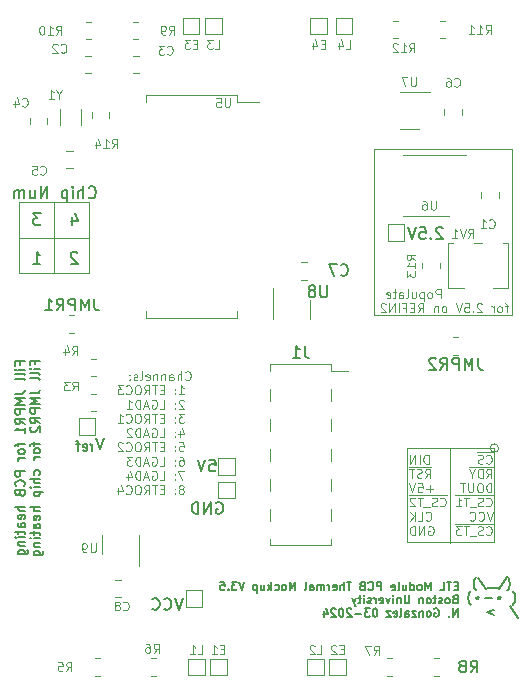
<source format=gbr>
%TF.GenerationSoftware,KiCad,Pcbnew,7.0.7*%
%TF.CreationDate,2024-04-02T12:31:12-04:00*%
%TF.ProjectId,module_pcb_thermal_mockup_v3.5,6d6f6475-6c65-45f7-9063-625f74686572,rev?*%
%TF.SameCoordinates,Original*%
%TF.FileFunction,Legend,Bot*%
%TF.FilePolarity,Positive*%
%FSLAX46Y46*%
G04 Gerber Fmt 4.6, Leading zero omitted, Abs format (unit mm)*
G04 Created by KiCad (PCBNEW 7.0.7) date 2024-04-02 12:31:12*
%MOMM*%
%LPD*%
G01*
G04 APERTURE LIST*
%ADD10C,0.120000*%
%ADD11C,0.150000*%
%ADD12C,0.112500*%
G04 APERTURE END LIST*
D10*
X4105000Y-16630000D02*
X4105000Y-22630000D01*
X34010000Y-37455000D02*
X41380000Y-37455000D01*
X41380000Y-45445000D01*
X34010000Y-45445000D01*
X34010000Y-37455000D01*
X31200000Y-12150000D02*
X42850000Y-12150000D01*
X42850000Y-26150000D01*
X31200000Y-26150000D01*
X31200000Y-12150000D01*
X37650000Y-37465000D02*
X37650000Y-45455000D01*
X1130000Y-19630000D02*
X7080000Y-19630000D01*
X41733553Y-37455000D02*
G75*
G03*
X41733553Y-37455000I-353553J0D01*
G01*
X1130000Y-16630000D02*
X7080000Y-16630000D01*
X7080000Y-22630000D01*
X1130000Y-22630000D01*
X1130000Y-16630000D01*
D11*
X2344285Y-21834819D02*
X2915713Y-21834819D01*
X2629999Y-21834819D02*
X2629999Y-20834819D01*
X2629999Y-20834819D02*
X2725237Y-20977676D01*
X2725237Y-20977676D02*
X2820475Y-21072914D01*
X2820475Y-21072914D02*
X2915713Y-21120533D01*
D12*
X40698844Y-38700935D02*
X40734558Y-38736650D01*
X40734558Y-38736650D02*
X40841701Y-38772364D01*
X40841701Y-38772364D02*
X40913129Y-38772364D01*
X40913129Y-38772364D02*
X41020272Y-38736650D01*
X41020272Y-38736650D02*
X41091701Y-38665221D01*
X41091701Y-38665221D02*
X41127415Y-38593792D01*
X41127415Y-38593792D02*
X41163129Y-38450935D01*
X41163129Y-38450935D02*
X41163129Y-38343792D01*
X41163129Y-38343792D02*
X41127415Y-38200935D01*
X41127415Y-38200935D02*
X41091701Y-38129507D01*
X41091701Y-38129507D02*
X41020272Y-38058078D01*
X41020272Y-38058078D02*
X40913129Y-38022364D01*
X40913129Y-38022364D02*
X40841701Y-38022364D01*
X40841701Y-38022364D02*
X40734558Y-38058078D01*
X40734558Y-38058078D02*
X40698844Y-38093792D01*
X40413129Y-38736650D02*
X40305987Y-38772364D01*
X40305987Y-38772364D02*
X40127415Y-38772364D01*
X40127415Y-38772364D02*
X40055987Y-38736650D01*
X40055987Y-38736650D02*
X40020272Y-38700935D01*
X40020272Y-38700935D02*
X39984558Y-38629507D01*
X39984558Y-38629507D02*
X39984558Y-38558078D01*
X39984558Y-38558078D02*
X40020272Y-38486650D01*
X40020272Y-38486650D02*
X40055987Y-38450935D01*
X40055987Y-38450935D02*
X40127415Y-38415221D01*
X40127415Y-38415221D02*
X40270272Y-38379507D01*
X40270272Y-38379507D02*
X40341701Y-38343792D01*
X40341701Y-38343792D02*
X40377415Y-38308078D01*
X40377415Y-38308078D02*
X40413129Y-38236650D01*
X40413129Y-38236650D02*
X40413129Y-38165221D01*
X40413129Y-38165221D02*
X40377415Y-38093792D01*
X40377415Y-38093792D02*
X40341701Y-38058078D01*
X40341701Y-38058078D02*
X40270272Y-38022364D01*
X40270272Y-38022364D02*
X40091701Y-38022364D01*
X40091701Y-38022364D02*
X39984558Y-38058078D01*
X41230987Y-37814150D02*
X39916701Y-37814150D01*
X40698844Y-39979864D02*
X40948844Y-39622721D01*
X41127415Y-39979864D02*
X41127415Y-39229864D01*
X41127415Y-39229864D02*
X40841701Y-39229864D01*
X40841701Y-39229864D02*
X40770272Y-39265578D01*
X40770272Y-39265578D02*
X40734558Y-39301292D01*
X40734558Y-39301292D02*
X40698844Y-39372721D01*
X40698844Y-39372721D02*
X40698844Y-39479864D01*
X40698844Y-39479864D02*
X40734558Y-39551292D01*
X40734558Y-39551292D02*
X40770272Y-39587007D01*
X40770272Y-39587007D02*
X40841701Y-39622721D01*
X40841701Y-39622721D02*
X41127415Y-39622721D01*
X40377415Y-39979864D02*
X40377415Y-39229864D01*
X40377415Y-39229864D02*
X40198844Y-39229864D01*
X40198844Y-39229864D02*
X40091701Y-39265578D01*
X40091701Y-39265578D02*
X40020272Y-39337007D01*
X40020272Y-39337007D02*
X39984558Y-39408435D01*
X39984558Y-39408435D02*
X39948844Y-39551292D01*
X39948844Y-39551292D02*
X39948844Y-39658435D01*
X39948844Y-39658435D02*
X39984558Y-39801292D01*
X39984558Y-39801292D02*
X40020272Y-39872721D01*
X40020272Y-39872721D02*
X40091701Y-39944150D01*
X40091701Y-39944150D02*
X40198844Y-39979864D01*
X40198844Y-39979864D02*
X40377415Y-39979864D01*
X39484558Y-39622721D02*
X39484558Y-39979864D01*
X39734558Y-39229864D02*
X39484558Y-39622721D01*
X39484558Y-39622721D02*
X39234558Y-39229864D01*
X41230987Y-39021650D02*
X39238130Y-39021650D01*
X41127415Y-41187364D02*
X41127415Y-40437364D01*
X41127415Y-40437364D02*
X40948844Y-40437364D01*
X40948844Y-40437364D02*
X40841701Y-40473078D01*
X40841701Y-40473078D02*
X40770272Y-40544507D01*
X40770272Y-40544507D02*
X40734558Y-40615935D01*
X40734558Y-40615935D02*
X40698844Y-40758792D01*
X40698844Y-40758792D02*
X40698844Y-40865935D01*
X40698844Y-40865935D02*
X40734558Y-41008792D01*
X40734558Y-41008792D02*
X40770272Y-41080221D01*
X40770272Y-41080221D02*
X40841701Y-41151650D01*
X40841701Y-41151650D02*
X40948844Y-41187364D01*
X40948844Y-41187364D02*
X41127415Y-41187364D01*
X40234558Y-40437364D02*
X40091701Y-40437364D01*
X40091701Y-40437364D02*
X40020272Y-40473078D01*
X40020272Y-40473078D02*
X39948844Y-40544507D01*
X39948844Y-40544507D02*
X39913129Y-40687364D01*
X39913129Y-40687364D02*
X39913129Y-40937364D01*
X39913129Y-40937364D02*
X39948844Y-41080221D01*
X39948844Y-41080221D02*
X40020272Y-41151650D01*
X40020272Y-41151650D02*
X40091701Y-41187364D01*
X40091701Y-41187364D02*
X40234558Y-41187364D01*
X40234558Y-41187364D02*
X40305987Y-41151650D01*
X40305987Y-41151650D02*
X40377415Y-41080221D01*
X40377415Y-41080221D02*
X40413129Y-40937364D01*
X40413129Y-40937364D02*
X40413129Y-40687364D01*
X40413129Y-40687364D02*
X40377415Y-40544507D01*
X40377415Y-40544507D02*
X40305987Y-40473078D01*
X40305987Y-40473078D02*
X40234558Y-40437364D01*
X39591701Y-40437364D02*
X39591701Y-41044507D01*
X39591701Y-41044507D02*
X39555987Y-41115935D01*
X39555987Y-41115935D02*
X39520273Y-41151650D01*
X39520273Y-41151650D02*
X39448844Y-41187364D01*
X39448844Y-41187364D02*
X39305987Y-41187364D01*
X39305987Y-41187364D02*
X39234558Y-41151650D01*
X39234558Y-41151650D02*
X39198844Y-41115935D01*
X39198844Y-41115935D02*
X39163130Y-41044507D01*
X39163130Y-41044507D02*
X39163130Y-40437364D01*
X38913130Y-40437364D02*
X38484559Y-40437364D01*
X38698844Y-41187364D02*
X38698844Y-40437364D01*
X40698844Y-42323435D02*
X40734558Y-42359150D01*
X40734558Y-42359150D02*
X40841701Y-42394864D01*
X40841701Y-42394864D02*
X40913129Y-42394864D01*
X40913129Y-42394864D02*
X41020272Y-42359150D01*
X41020272Y-42359150D02*
X41091701Y-42287721D01*
X41091701Y-42287721D02*
X41127415Y-42216292D01*
X41127415Y-42216292D02*
X41163129Y-42073435D01*
X41163129Y-42073435D02*
X41163129Y-41966292D01*
X41163129Y-41966292D02*
X41127415Y-41823435D01*
X41127415Y-41823435D02*
X41091701Y-41752007D01*
X41091701Y-41752007D02*
X41020272Y-41680578D01*
X41020272Y-41680578D02*
X40913129Y-41644864D01*
X40913129Y-41644864D02*
X40841701Y-41644864D01*
X40841701Y-41644864D02*
X40734558Y-41680578D01*
X40734558Y-41680578D02*
X40698844Y-41716292D01*
X40413129Y-42359150D02*
X40305987Y-42394864D01*
X40305987Y-42394864D02*
X40127415Y-42394864D01*
X40127415Y-42394864D02*
X40055987Y-42359150D01*
X40055987Y-42359150D02*
X40020272Y-42323435D01*
X40020272Y-42323435D02*
X39984558Y-42252007D01*
X39984558Y-42252007D02*
X39984558Y-42180578D01*
X39984558Y-42180578D02*
X40020272Y-42109150D01*
X40020272Y-42109150D02*
X40055987Y-42073435D01*
X40055987Y-42073435D02*
X40127415Y-42037721D01*
X40127415Y-42037721D02*
X40270272Y-42002007D01*
X40270272Y-42002007D02*
X40341701Y-41966292D01*
X40341701Y-41966292D02*
X40377415Y-41930578D01*
X40377415Y-41930578D02*
X40413129Y-41859150D01*
X40413129Y-41859150D02*
X40413129Y-41787721D01*
X40413129Y-41787721D02*
X40377415Y-41716292D01*
X40377415Y-41716292D02*
X40341701Y-41680578D01*
X40341701Y-41680578D02*
X40270272Y-41644864D01*
X40270272Y-41644864D02*
X40091701Y-41644864D01*
X40091701Y-41644864D02*
X39984558Y-41680578D01*
X39841701Y-42466292D02*
X39270272Y-42466292D01*
X39198843Y-41644864D02*
X38770272Y-41644864D01*
X38984557Y-42394864D02*
X38984557Y-41644864D01*
X38127414Y-42394864D02*
X38555985Y-42394864D01*
X38341700Y-42394864D02*
X38341700Y-41644864D01*
X38341700Y-41644864D02*
X38413128Y-41752007D01*
X38413128Y-41752007D02*
X38484557Y-41823435D01*
X38484557Y-41823435D02*
X38555985Y-41859150D01*
X41230987Y-41436650D02*
X38059557Y-41436650D01*
X41234558Y-42852364D02*
X40984558Y-43602364D01*
X40984558Y-43602364D02*
X40734558Y-42852364D01*
X40055987Y-43530935D02*
X40091701Y-43566650D01*
X40091701Y-43566650D02*
X40198844Y-43602364D01*
X40198844Y-43602364D02*
X40270272Y-43602364D01*
X40270272Y-43602364D02*
X40377415Y-43566650D01*
X40377415Y-43566650D02*
X40448844Y-43495221D01*
X40448844Y-43495221D02*
X40484558Y-43423792D01*
X40484558Y-43423792D02*
X40520272Y-43280935D01*
X40520272Y-43280935D02*
X40520272Y-43173792D01*
X40520272Y-43173792D02*
X40484558Y-43030935D01*
X40484558Y-43030935D02*
X40448844Y-42959507D01*
X40448844Y-42959507D02*
X40377415Y-42888078D01*
X40377415Y-42888078D02*
X40270272Y-42852364D01*
X40270272Y-42852364D02*
X40198844Y-42852364D01*
X40198844Y-42852364D02*
X40091701Y-42888078D01*
X40091701Y-42888078D02*
X40055987Y-42923792D01*
X39305987Y-43530935D02*
X39341701Y-43566650D01*
X39341701Y-43566650D02*
X39448844Y-43602364D01*
X39448844Y-43602364D02*
X39520272Y-43602364D01*
X39520272Y-43602364D02*
X39627415Y-43566650D01*
X39627415Y-43566650D02*
X39698844Y-43495221D01*
X39698844Y-43495221D02*
X39734558Y-43423792D01*
X39734558Y-43423792D02*
X39770272Y-43280935D01*
X39770272Y-43280935D02*
X39770272Y-43173792D01*
X39770272Y-43173792D02*
X39734558Y-43030935D01*
X39734558Y-43030935D02*
X39698844Y-42959507D01*
X39698844Y-42959507D02*
X39627415Y-42888078D01*
X39627415Y-42888078D02*
X39520272Y-42852364D01*
X39520272Y-42852364D02*
X39448844Y-42852364D01*
X39448844Y-42852364D02*
X39341701Y-42888078D01*
X39341701Y-42888078D02*
X39305987Y-42923792D01*
X40698844Y-44738435D02*
X40734558Y-44774150D01*
X40734558Y-44774150D02*
X40841701Y-44809864D01*
X40841701Y-44809864D02*
X40913129Y-44809864D01*
X40913129Y-44809864D02*
X41020272Y-44774150D01*
X41020272Y-44774150D02*
X41091701Y-44702721D01*
X41091701Y-44702721D02*
X41127415Y-44631292D01*
X41127415Y-44631292D02*
X41163129Y-44488435D01*
X41163129Y-44488435D02*
X41163129Y-44381292D01*
X41163129Y-44381292D02*
X41127415Y-44238435D01*
X41127415Y-44238435D02*
X41091701Y-44167007D01*
X41091701Y-44167007D02*
X41020272Y-44095578D01*
X41020272Y-44095578D02*
X40913129Y-44059864D01*
X40913129Y-44059864D02*
X40841701Y-44059864D01*
X40841701Y-44059864D02*
X40734558Y-44095578D01*
X40734558Y-44095578D02*
X40698844Y-44131292D01*
X40413129Y-44774150D02*
X40305987Y-44809864D01*
X40305987Y-44809864D02*
X40127415Y-44809864D01*
X40127415Y-44809864D02*
X40055987Y-44774150D01*
X40055987Y-44774150D02*
X40020272Y-44738435D01*
X40020272Y-44738435D02*
X39984558Y-44667007D01*
X39984558Y-44667007D02*
X39984558Y-44595578D01*
X39984558Y-44595578D02*
X40020272Y-44524150D01*
X40020272Y-44524150D02*
X40055987Y-44488435D01*
X40055987Y-44488435D02*
X40127415Y-44452721D01*
X40127415Y-44452721D02*
X40270272Y-44417007D01*
X40270272Y-44417007D02*
X40341701Y-44381292D01*
X40341701Y-44381292D02*
X40377415Y-44345578D01*
X40377415Y-44345578D02*
X40413129Y-44274150D01*
X40413129Y-44274150D02*
X40413129Y-44202721D01*
X40413129Y-44202721D02*
X40377415Y-44131292D01*
X40377415Y-44131292D02*
X40341701Y-44095578D01*
X40341701Y-44095578D02*
X40270272Y-44059864D01*
X40270272Y-44059864D02*
X40091701Y-44059864D01*
X40091701Y-44059864D02*
X39984558Y-44095578D01*
X39841701Y-44881292D02*
X39270272Y-44881292D01*
X39198843Y-44059864D02*
X38770272Y-44059864D01*
X38984557Y-44809864D02*
X38984557Y-44059864D01*
X38591700Y-44059864D02*
X38127414Y-44059864D01*
X38127414Y-44059864D02*
X38377414Y-44345578D01*
X38377414Y-44345578D02*
X38270271Y-44345578D01*
X38270271Y-44345578D02*
X38198843Y-44381292D01*
X38198843Y-44381292D02*
X38163128Y-44417007D01*
X38163128Y-44417007D02*
X38127414Y-44488435D01*
X38127414Y-44488435D02*
X38127414Y-44667007D01*
X38127414Y-44667007D02*
X38163128Y-44738435D01*
X38163128Y-44738435D02*
X38198843Y-44774150D01*
X38198843Y-44774150D02*
X38270271Y-44809864D01*
X38270271Y-44809864D02*
X38484557Y-44809864D01*
X38484557Y-44809864D02*
X38555985Y-44774150D01*
X38555985Y-44774150D02*
X38591700Y-44738435D01*
X41230987Y-43851650D02*
X38059557Y-43851650D01*
D11*
X2963332Y-17584819D02*
X2344285Y-17584819D01*
X2344285Y-17584819D02*
X2677618Y-17965771D01*
X2677618Y-17965771D02*
X2534761Y-17965771D01*
X2534761Y-17965771D02*
X2439523Y-18013390D01*
X2439523Y-18013390D02*
X2391904Y-18061009D01*
X2391904Y-18061009D02*
X2344285Y-18156247D01*
X2344285Y-18156247D02*
X2344285Y-18394342D01*
X2344285Y-18394342D02*
X2391904Y-18489580D01*
X2391904Y-18489580D02*
X2439523Y-18537200D01*
X2439523Y-18537200D02*
X2534761Y-18584819D01*
X2534761Y-18584819D02*
X2820475Y-18584819D01*
X2820475Y-18584819D02*
X2915713Y-18537200D01*
X2915713Y-18537200D02*
X2963332Y-18489580D01*
X1189247Y-30385236D02*
X1189247Y-30118570D01*
X1608295Y-30118570D02*
X808295Y-30118570D01*
X808295Y-30118570D02*
X808295Y-30499522D01*
X1608295Y-30804284D02*
X1074961Y-30804284D01*
X808295Y-30804284D02*
X846390Y-30766188D01*
X846390Y-30766188D02*
X884485Y-30804284D01*
X884485Y-30804284D02*
X846390Y-30842379D01*
X846390Y-30842379D02*
X808295Y-30804284D01*
X808295Y-30804284D02*
X884485Y-30804284D01*
X1608295Y-31299521D02*
X1570200Y-31223331D01*
X1570200Y-31223331D02*
X1494009Y-31185236D01*
X1494009Y-31185236D02*
X808295Y-31185236D01*
X1608295Y-31718569D02*
X1570200Y-31642379D01*
X1570200Y-31642379D02*
X1494009Y-31604284D01*
X1494009Y-31604284D02*
X808295Y-31604284D01*
X808295Y-32861427D02*
X1379723Y-32861427D01*
X1379723Y-32861427D02*
X1494009Y-32823332D01*
X1494009Y-32823332D02*
X1570200Y-32747141D01*
X1570200Y-32747141D02*
X1608295Y-32632856D01*
X1608295Y-32632856D02*
X1608295Y-32556665D01*
X1608295Y-33242380D02*
X808295Y-33242380D01*
X808295Y-33242380D02*
X1379723Y-33509046D01*
X1379723Y-33509046D02*
X808295Y-33775713D01*
X808295Y-33775713D02*
X1608295Y-33775713D01*
X1608295Y-34156666D02*
X808295Y-34156666D01*
X808295Y-34156666D02*
X808295Y-34461428D01*
X808295Y-34461428D02*
X846390Y-34537618D01*
X846390Y-34537618D02*
X884485Y-34575713D01*
X884485Y-34575713D02*
X960676Y-34613809D01*
X960676Y-34613809D02*
X1074961Y-34613809D01*
X1074961Y-34613809D02*
X1151152Y-34575713D01*
X1151152Y-34575713D02*
X1189247Y-34537618D01*
X1189247Y-34537618D02*
X1227342Y-34461428D01*
X1227342Y-34461428D02*
X1227342Y-34156666D01*
X1608295Y-35413809D02*
X1227342Y-35147142D01*
X1608295Y-34956666D02*
X808295Y-34956666D01*
X808295Y-34956666D02*
X808295Y-35261428D01*
X808295Y-35261428D02*
X846390Y-35337618D01*
X846390Y-35337618D02*
X884485Y-35375713D01*
X884485Y-35375713D02*
X960676Y-35413809D01*
X960676Y-35413809D02*
X1074961Y-35413809D01*
X1074961Y-35413809D02*
X1151152Y-35375713D01*
X1151152Y-35375713D02*
X1189247Y-35337618D01*
X1189247Y-35337618D02*
X1227342Y-35261428D01*
X1227342Y-35261428D02*
X1227342Y-34956666D01*
X1608295Y-36175713D02*
X1608295Y-35718570D01*
X1608295Y-35947142D02*
X808295Y-35947142D01*
X808295Y-35947142D02*
X922580Y-35870951D01*
X922580Y-35870951D02*
X998771Y-35794761D01*
X998771Y-35794761D02*
X1036866Y-35718570D01*
X1074961Y-37013809D02*
X1074961Y-37318571D01*
X1608295Y-37128095D02*
X922580Y-37128095D01*
X922580Y-37128095D02*
X846390Y-37166190D01*
X846390Y-37166190D02*
X808295Y-37242380D01*
X808295Y-37242380D02*
X808295Y-37318571D01*
X1608295Y-37699523D02*
X1570200Y-37623333D01*
X1570200Y-37623333D02*
X1532104Y-37585238D01*
X1532104Y-37585238D02*
X1455914Y-37547142D01*
X1455914Y-37547142D02*
X1227342Y-37547142D01*
X1227342Y-37547142D02*
X1151152Y-37585238D01*
X1151152Y-37585238D02*
X1113057Y-37623333D01*
X1113057Y-37623333D02*
X1074961Y-37699523D01*
X1074961Y-37699523D02*
X1074961Y-37813809D01*
X1074961Y-37813809D02*
X1113057Y-37890000D01*
X1113057Y-37890000D02*
X1151152Y-37928095D01*
X1151152Y-37928095D02*
X1227342Y-37966190D01*
X1227342Y-37966190D02*
X1455914Y-37966190D01*
X1455914Y-37966190D02*
X1532104Y-37928095D01*
X1532104Y-37928095D02*
X1570200Y-37890000D01*
X1570200Y-37890000D02*
X1608295Y-37813809D01*
X1608295Y-37813809D02*
X1608295Y-37699523D01*
X1608295Y-38309048D02*
X1074961Y-38309048D01*
X1227342Y-38309048D02*
X1151152Y-38347143D01*
X1151152Y-38347143D02*
X1113057Y-38385238D01*
X1113057Y-38385238D02*
X1074961Y-38461429D01*
X1074961Y-38461429D02*
X1074961Y-38537619D01*
X1608295Y-39413810D02*
X808295Y-39413810D01*
X808295Y-39413810D02*
X808295Y-39718572D01*
X808295Y-39718572D02*
X846390Y-39794762D01*
X846390Y-39794762D02*
X884485Y-39832857D01*
X884485Y-39832857D02*
X960676Y-39870953D01*
X960676Y-39870953D02*
X1074961Y-39870953D01*
X1074961Y-39870953D02*
X1151152Y-39832857D01*
X1151152Y-39832857D02*
X1189247Y-39794762D01*
X1189247Y-39794762D02*
X1227342Y-39718572D01*
X1227342Y-39718572D02*
X1227342Y-39413810D01*
X1532104Y-40670953D02*
X1570200Y-40632857D01*
X1570200Y-40632857D02*
X1608295Y-40518572D01*
X1608295Y-40518572D02*
X1608295Y-40442381D01*
X1608295Y-40442381D02*
X1570200Y-40328095D01*
X1570200Y-40328095D02*
X1494009Y-40251905D01*
X1494009Y-40251905D02*
X1417819Y-40213810D01*
X1417819Y-40213810D02*
X1265438Y-40175714D01*
X1265438Y-40175714D02*
X1151152Y-40175714D01*
X1151152Y-40175714D02*
X998771Y-40213810D01*
X998771Y-40213810D02*
X922580Y-40251905D01*
X922580Y-40251905D02*
X846390Y-40328095D01*
X846390Y-40328095D02*
X808295Y-40442381D01*
X808295Y-40442381D02*
X808295Y-40518572D01*
X808295Y-40518572D02*
X846390Y-40632857D01*
X846390Y-40632857D02*
X884485Y-40670953D01*
X1189247Y-41280476D02*
X1227342Y-41394762D01*
X1227342Y-41394762D02*
X1265438Y-41432857D01*
X1265438Y-41432857D02*
X1341628Y-41470953D01*
X1341628Y-41470953D02*
X1455914Y-41470953D01*
X1455914Y-41470953D02*
X1532104Y-41432857D01*
X1532104Y-41432857D02*
X1570200Y-41394762D01*
X1570200Y-41394762D02*
X1608295Y-41318572D01*
X1608295Y-41318572D02*
X1608295Y-41013810D01*
X1608295Y-41013810D02*
X808295Y-41013810D01*
X808295Y-41013810D02*
X808295Y-41280476D01*
X808295Y-41280476D02*
X846390Y-41356667D01*
X846390Y-41356667D02*
X884485Y-41394762D01*
X884485Y-41394762D02*
X960676Y-41432857D01*
X960676Y-41432857D02*
X1036866Y-41432857D01*
X1036866Y-41432857D02*
X1113057Y-41394762D01*
X1113057Y-41394762D02*
X1151152Y-41356667D01*
X1151152Y-41356667D02*
X1189247Y-41280476D01*
X1189247Y-41280476D02*
X1189247Y-41013810D01*
X1608295Y-42423334D02*
X808295Y-42423334D01*
X1608295Y-42766191D02*
X1189247Y-42766191D01*
X1189247Y-42766191D02*
X1113057Y-42728096D01*
X1113057Y-42728096D02*
X1074961Y-42651905D01*
X1074961Y-42651905D02*
X1074961Y-42537619D01*
X1074961Y-42537619D02*
X1113057Y-42461429D01*
X1113057Y-42461429D02*
X1151152Y-42423334D01*
X1570200Y-43451906D02*
X1608295Y-43375715D01*
X1608295Y-43375715D02*
X1608295Y-43223334D01*
X1608295Y-43223334D02*
X1570200Y-43147144D01*
X1570200Y-43147144D02*
X1494009Y-43109048D01*
X1494009Y-43109048D02*
X1189247Y-43109048D01*
X1189247Y-43109048D02*
X1113057Y-43147144D01*
X1113057Y-43147144D02*
X1074961Y-43223334D01*
X1074961Y-43223334D02*
X1074961Y-43375715D01*
X1074961Y-43375715D02*
X1113057Y-43451906D01*
X1113057Y-43451906D02*
X1189247Y-43490001D01*
X1189247Y-43490001D02*
X1265438Y-43490001D01*
X1265438Y-43490001D02*
X1341628Y-43109048D01*
X1608295Y-44175715D02*
X1189247Y-44175715D01*
X1189247Y-44175715D02*
X1113057Y-44137620D01*
X1113057Y-44137620D02*
X1074961Y-44061429D01*
X1074961Y-44061429D02*
X1074961Y-43909048D01*
X1074961Y-43909048D02*
X1113057Y-43832858D01*
X1570200Y-44175715D02*
X1608295Y-44099524D01*
X1608295Y-44099524D02*
X1608295Y-43909048D01*
X1608295Y-43909048D02*
X1570200Y-43832858D01*
X1570200Y-43832858D02*
X1494009Y-43794762D01*
X1494009Y-43794762D02*
X1417819Y-43794762D01*
X1417819Y-43794762D02*
X1341628Y-43832858D01*
X1341628Y-43832858D02*
X1303533Y-43909048D01*
X1303533Y-43909048D02*
X1303533Y-44099524D01*
X1303533Y-44099524D02*
X1265438Y-44175715D01*
X1074961Y-44442382D02*
X1074961Y-44747144D01*
X808295Y-44556668D02*
X1494009Y-44556668D01*
X1494009Y-44556668D02*
X1570200Y-44594763D01*
X1570200Y-44594763D02*
X1608295Y-44670953D01*
X1608295Y-44670953D02*
X1608295Y-44747144D01*
X1608295Y-45013811D02*
X1074961Y-45013811D01*
X808295Y-45013811D02*
X846390Y-44975715D01*
X846390Y-44975715D02*
X884485Y-45013811D01*
X884485Y-45013811D02*
X846390Y-45051906D01*
X846390Y-45051906D02*
X808295Y-45013811D01*
X808295Y-45013811D02*
X884485Y-45013811D01*
X1074961Y-45394763D02*
X1608295Y-45394763D01*
X1151152Y-45394763D02*
X1113057Y-45432858D01*
X1113057Y-45432858D02*
X1074961Y-45509048D01*
X1074961Y-45509048D02*
X1074961Y-45623334D01*
X1074961Y-45623334D02*
X1113057Y-45699525D01*
X1113057Y-45699525D02*
X1189247Y-45737620D01*
X1189247Y-45737620D02*
X1608295Y-45737620D01*
X1074961Y-46461430D02*
X1722580Y-46461430D01*
X1722580Y-46461430D02*
X1798771Y-46423335D01*
X1798771Y-46423335D02*
X1836866Y-46385239D01*
X1836866Y-46385239D02*
X1874961Y-46309049D01*
X1874961Y-46309049D02*
X1874961Y-46194763D01*
X1874961Y-46194763D02*
X1836866Y-46118573D01*
X1570200Y-46461430D02*
X1608295Y-46385239D01*
X1608295Y-46385239D02*
X1608295Y-46232858D01*
X1608295Y-46232858D02*
X1570200Y-46156668D01*
X1570200Y-46156668D02*
X1532104Y-46118573D01*
X1532104Y-46118573D02*
X1455914Y-46080477D01*
X1455914Y-46080477D02*
X1227342Y-46080477D01*
X1227342Y-46080477D02*
X1151152Y-46118573D01*
X1151152Y-46118573D02*
X1113057Y-46156668D01*
X1113057Y-46156668D02*
X1074961Y-46232858D01*
X1074961Y-46232858D02*
X1074961Y-46385239D01*
X1074961Y-46385239D02*
X1113057Y-46461430D01*
X2477247Y-30328093D02*
X2477247Y-30061427D01*
X2896295Y-30061427D02*
X2096295Y-30061427D01*
X2096295Y-30061427D02*
X2096295Y-30442379D01*
X2896295Y-30747141D02*
X2362961Y-30747141D01*
X2096295Y-30747141D02*
X2134390Y-30709045D01*
X2134390Y-30709045D02*
X2172485Y-30747141D01*
X2172485Y-30747141D02*
X2134390Y-30785236D01*
X2134390Y-30785236D02*
X2096295Y-30747141D01*
X2096295Y-30747141D02*
X2172485Y-30747141D01*
X2896295Y-31242378D02*
X2858200Y-31166188D01*
X2858200Y-31166188D02*
X2782009Y-31128093D01*
X2782009Y-31128093D02*
X2096295Y-31128093D01*
X2896295Y-31661426D02*
X2858200Y-31585236D01*
X2858200Y-31585236D02*
X2782009Y-31547141D01*
X2782009Y-31547141D02*
X2096295Y-31547141D01*
X2096295Y-32804284D02*
X2667723Y-32804284D01*
X2667723Y-32804284D02*
X2782009Y-32766189D01*
X2782009Y-32766189D02*
X2858200Y-32689998D01*
X2858200Y-32689998D02*
X2896295Y-32575713D01*
X2896295Y-32575713D02*
X2896295Y-32499522D01*
X2896295Y-33185237D02*
X2096295Y-33185237D01*
X2096295Y-33185237D02*
X2667723Y-33451903D01*
X2667723Y-33451903D02*
X2096295Y-33718570D01*
X2096295Y-33718570D02*
X2896295Y-33718570D01*
X2896295Y-34099523D02*
X2096295Y-34099523D01*
X2096295Y-34099523D02*
X2096295Y-34404285D01*
X2096295Y-34404285D02*
X2134390Y-34480475D01*
X2134390Y-34480475D02*
X2172485Y-34518570D01*
X2172485Y-34518570D02*
X2248676Y-34556666D01*
X2248676Y-34556666D02*
X2362961Y-34556666D01*
X2362961Y-34556666D02*
X2439152Y-34518570D01*
X2439152Y-34518570D02*
X2477247Y-34480475D01*
X2477247Y-34480475D02*
X2515342Y-34404285D01*
X2515342Y-34404285D02*
X2515342Y-34099523D01*
X2896295Y-35356666D02*
X2515342Y-35089999D01*
X2896295Y-34899523D02*
X2096295Y-34899523D01*
X2096295Y-34899523D02*
X2096295Y-35204285D01*
X2096295Y-35204285D02*
X2134390Y-35280475D01*
X2134390Y-35280475D02*
X2172485Y-35318570D01*
X2172485Y-35318570D02*
X2248676Y-35356666D01*
X2248676Y-35356666D02*
X2362961Y-35356666D01*
X2362961Y-35356666D02*
X2439152Y-35318570D01*
X2439152Y-35318570D02*
X2477247Y-35280475D01*
X2477247Y-35280475D02*
X2515342Y-35204285D01*
X2515342Y-35204285D02*
X2515342Y-34899523D01*
X2172485Y-35661427D02*
X2134390Y-35699523D01*
X2134390Y-35699523D02*
X2096295Y-35775713D01*
X2096295Y-35775713D02*
X2096295Y-35966189D01*
X2096295Y-35966189D02*
X2134390Y-36042380D01*
X2134390Y-36042380D02*
X2172485Y-36080475D01*
X2172485Y-36080475D02*
X2248676Y-36118570D01*
X2248676Y-36118570D02*
X2324866Y-36118570D01*
X2324866Y-36118570D02*
X2439152Y-36080475D01*
X2439152Y-36080475D02*
X2896295Y-35623332D01*
X2896295Y-35623332D02*
X2896295Y-36118570D01*
X2362961Y-36956666D02*
X2362961Y-37261428D01*
X2896295Y-37070952D02*
X2210580Y-37070952D01*
X2210580Y-37070952D02*
X2134390Y-37109047D01*
X2134390Y-37109047D02*
X2096295Y-37185237D01*
X2096295Y-37185237D02*
X2096295Y-37261428D01*
X2896295Y-37642380D02*
X2858200Y-37566190D01*
X2858200Y-37566190D02*
X2820104Y-37528095D01*
X2820104Y-37528095D02*
X2743914Y-37489999D01*
X2743914Y-37489999D02*
X2515342Y-37489999D01*
X2515342Y-37489999D02*
X2439152Y-37528095D01*
X2439152Y-37528095D02*
X2401057Y-37566190D01*
X2401057Y-37566190D02*
X2362961Y-37642380D01*
X2362961Y-37642380D02*
X2362961Y-37756666D01*
X2362961Y-37756666D02*
X2401057Y-37832857D01*
X2401057Y-37832857D02*
X2439152Y-37870952D01*
X2439152Y-37870952D02*
X2515342Y-37909047D01*
X2515342Y-37909047D02*
X2743914Y-37909047D01*
X2743914Y-37909047D02*
X2820104Y-37870952D01*
X2820104Y-37870952D02*
X2858200Y-37832857D01*
X2858200Y-37832857D02*
X2896295Y-37756666D01*
X2896295Y-37756666D02*
X2896295Y-37642380D01*
X2896295Y-38251905D02*
X2362961Y-38251905D01*
X2515342Y-38251905D02*
X2439152Y-38290000D01*
X2439152Y-38290000D02*
X2401057Y-38328095D01*
X2401057Y-38328095D02*
X2362961Y-38404286D01*
X2362961Y-38404286D02*
X2362961Y-38480476D01*
X2858200Y-39699524D02*
X2896295Y-39623333D01*
X2896295Y-39623333D02*
X2896295Y-39470952D01*
X2896295Y-39470952D02*
X2858200Y-39394762D01*
X2858200Y-39394762D02*
X2820104Y-39356667D01*
X2820104Y-39356667D02*
X2743914Y-39318571D01*
X2743914Y-39318571D02*
X2515342Y-39318571D01*
X2515342Y-39318571D02*
X2439152Y-39356667D01*
X2439152Y-39356667D02*
X2401057Y-39394762D01*
X2401057Y-39394762D02*
X2362961Y-39470952D01*
X2362961Y-39470952D02*
X2362961Y-39623333D01*
X2362961Y-39623333D02*
X2401057Y-39699524D01*
X2896295Y-40042381D02*
X2096295Y-40042381D01*
X2896295Y-40385238D02*
X2477247Y-40385238D01*
X2477247Y-40385238D02*
X2401057Y-40347143D01*
X2401057Y-40347143D02*
X2362961Y-40270952D01*
X2362961Y-40270952D02*
X2362961Y-40156666D01*
X2362961Y-40156666D02*
X2401057Y-40080476D01*
X2401057Y-40080476D02*
X2439152Y-40042381D01*
X2896295Y-40766191D02*
X2362961Y-40766191D01*
X2096295Y-40766191D02*
X2134390Y-40728095D01*
X2134390Y-40728095D02*
X2172485Y-40766191D01*
X2172485Y-40766191D02*
X2134390Y-40804286D01*
X2134390Y-40804286D02*
X2096295Y-40766191D01*
X2096295Y-40766191D02*
X2172485Y-40766191D01*
X2362961Y-41147143D02*
X3162961Y-41147143D01*
X2401057Y-41147143D02*
X2362961Y-41223333D01*
X2362961Y-41223333D02*
X2362961Y-41375714D01*
X2362961Y-41375714D02*
X2401057Y-41451905D01*
X2401057Y-41451905D02*
X2439152Y-41490000D01*
X2439152Y-41490000D02*
X2515342Y-41528095D01*
X2515342Y-41528095D02*
X2743914Y-41528095D01*
X2743914Y-41528095D02*
X2820104Y-41490000D01*
X2820104Y-41490000D02*
X2858200Y-41451905D01*
X2858200Y-41451905D02*
X2896295Y-41375714D01*
X2896295Y-41375714D02*
X2896295Y-41223333D01*
X2896295Y-41223333D02*
X2858200Y-41147143D01*
X2896295Y-42480477D02*
X2096295Y-42480477D01*
X2896295Y-42823334D02*
X2477247Y-42823334D01*
X2477247Y-42823334D02*
X2401057Y-42785239D01*
X2401057Y-42785239D02*
X2362961Y-42709048D01*
X2362961Y-42709048D02*
X2362961Y-42594762D01*
X2362961Y-42594762D02*
X2401057Y-42518572D01*
X2401057Y-42518572D02*
X2439152Y-42480477D01*
X2858200Y-43509049D02*
X2896295Y-43432858D01*
X2896295Y-43432858D02*
X2896295Y-43280477D01*
X2896295Y-43280477D02*
X2858200Y-43204287D01*
X2858200Y-43204287D02*
X2782009Y-43166191D01*
X2782009Y-43166191D02*
X2477247Y-43166191D01*
X2477247Y-43166191D02*
X2401057Y-43204287D01*
X2401057Y-43204287D02*
X2362961Y-43280477D01*
X2362961Y-43280477D02*
X2362961Y-43432858D01*
X2362961Y-43432858D02*
X2401057Y-43509049D01*
X2401057Y-43509049D02*
X2477247Y-43547144D01*
X2477247Y-43547144D02*
X2553438Y-43547144D01*
X2553438Y-43547144D02*
X2629628Y-43166191D01*
X2896295Y-44232858D02*
X2477247Y-44232858D01*
X2477247Y-44232858D02*
X2401057Y-44194763D01*
X2401057Y-44194763D02*
X2362961Y-44118572D01*
X2362961Y-44118572D02*
X2362961Y-43966191D01*
X2362961Y-43966191D02*
X2401057Y-43890001D01*
X2858200Y-44232858D02*
X2896295Y-44156667D01*
X2896295Y-44156667D02*
X2896295Y-43966191D01*
X2896295Y-43966191D02*
X2858200Y-43890001D01*
X2858200Y-43890001D02*
X2782009Y-43851905D01*
X2782009Y-43851905D02*
X2705819Y-43851905D01*
X2705819Y-43851905D02*
X2629628Y-43890001D01*
X2629628Y-43890001D02*
X2591533Y-43966191D01*
X2591533Y-43966191D02*
X2591533Y-44156667D01*
X2591533Y-44156667D02*
X2553438Y-44232858D01*
X2362961Y-44499525D02*
X2362961Y-44804287D01*
X2096295Y-44613811D02*
X2782009Y-44613811D01*
X2782009Y-44613811D02*
X2858200Y-44651906D01*
X2858200Y-44651906D02*
X2896295Y-44728096D01*
X2896295Y-44728096D02*
X2896295Y-44804287D01*
X2896295Y-45070954D02*
X2362961Y-45070954D01*
X2096295Y-45070954D02*
X2134390Y-45032858D01*
X2134390Y-45032858D02*
X2172485Y-45070954D01*
X2172485Y-45070954D02*
X2134390Y-45109049D01*
X2134390Y-45109049D02*
X2096295Y-45070954D01*
X2096295Y-45070954D02*
X2172485Y-45070954D01*
X2362961Y-45451906D02*
X2896295Y-45451906D01*
X2439152Y-45451906D02*
X2401057Y-45490001D01*
X2401057Y-45490001D02*
X2362961Y-45566191D01*
X2362961Y-45566191D02*
X2362961Y-45680477D01*
X2362961Y-45680477D02*
X2401057Y-45756668D01*
X2401057Y-45756668D02*
X2477247Y-45794763D01*
X2477247Y-45794763D02*
X2896295Y-45794763D01*
X2362961Y-46518573D02*
X3010580Y-46518573D01*
X3010580Y-46518573D02*
X3086771Y-46480478D01*
X3086771Y-46480478D02*
X3124866Y-46442382D01*
X3124866Y-46442382D02*
X3162961Y-46366192D01*
X3162961Y-46366192D02*
X3162961Y-46251906D01*
X3162961Y-46251906D02*
X3124866Y-46175716D01*
X2858200Y-46518573D02*
X2896295Y-46442382D01*
X2896295Y-46442382D02*
X2896295Y-46290001D01*
X2896295Y-46290001D02*
X2858200Y-46213811D01*
X2858200Y-46213811D02*
X2820104Y-46175716D01*
X2820104Y-46175716D02*
X2743914Y-46137620D01*
X2743914Y-46137620D02*
X2515342Y-46137620D01*
X2515342Y-46137620D02*
X2439152Y-46175716D01*
X2439152Y-46175716D02*
X2401057Y-46213811D01*
X2401057Y-46213811D02*
X2362961Y-46290001D01*
X2362961Y-46290001D02*
X2362961Y-46442382D01*
X2362961Y-46442382D02*
X2401057Y-46518573D01*
D12*
X15188844Y-31619685D02*
X15224558Y-31655400D01*
X15224558Y-31655400D02*
X15331701Y-31691114D01*
X15331701Y-31691114D02*
X15403129Y-31691114D01*
X15403129Y-31691114D02*
X15510272Y-31655400D01*
X15510272Y-31655400D02*
X15581701Y-31583971D01*
X15581701Y-31583971D02*
X15617415Y-31512542D01*
X15617415Y-31512542D02*
X15653129Y-31369685D01*
X15653129Y-31369685D02*
X15653129Y-31262542D01*
X15653129Y-31262542D02*
X15617415Y-31119685D01*
X15617415Y-31119685D02*
X15581701Y-31048257D01*
X15581701Y-31048257D02*
X15510272Y-30976828D01*
X15510272Y-30976828D02*
X15403129Y-30941114D01*
X15403129Y-30941114D02*
X15331701Y-30941114D01*
X15331701Y-30941114D02*
X15224558Y-30976828D01*
X15224558Y-30976828D02*
X15188844Y-31012542D01*
X14867415Y-31691114D02*
X14867415Y-30941114D01*
X14545987Y-31691114D02*
X14545987Y-31298257D01*
X14545987Y-31298257D02*
X14581701Y-31226828D01*
X14581701Y-31226828D02*
X14653129Y-31191114D01*
X14653129Y-31191114D02*
X14760272Y-31191114D01*
X14760272Y-31191114D02*
X14831701Y-31226828D01*
X14831701Y-31226828D02*
X14867415Y-31262542D01*
X13867416Y-31691114D02*
X13867416Y-31298257D01*
X13867416Y-31298257D02*
X13903130Y-31226828D01*
X13903130Y-31226828D02*
X13974558Y-31191114D01*
X13974558Y-31191114D02*
X14117416Y-31191114D01*
X14117416Y-31191114D02*
X14188844Y-31226828D01*
X13867416Y-31655400D02*
X13938844Y-31691114D01*
X13938844Y-31691114D02*
X14117416Y-31691114D01*
X14117416Y-31691114D02*
X14188844Y-31655400D01*
X14188844Y-31655400D02*
X14224558Y-31583971D01*
X14224558Y-31583971D02*
X14224558Y-31512542D01*
X14224558Y-31512542D02*
X14188844Y-31441114D01*
X14188844Y-31441114D02*
X14117416Y-31405400D01*
X14117416Y-31405400D02*
X13938844Y-31405400D01*
X13938844Y-31405400D02*
X13867416Y-31369685D01*
X13510273Y-31191114D02*
X13510273Y-31691114D01*
X13510273Y-31262542D02*
X13474559Y-31226828D01*
X13474559Y-31226828D02*
X13403130Y-31191114D01*
X13403130Y-31191114D02*
X13295987Y-31191114D01*
X13295987Y-31191114D02*
X13224559Y-31226828D01*
X13224559Y-31226828D02*
X13188845Y-31298257D01*
X13188845Y-31298257D02*
X13188845Y-31691114D01*
X12831702Y-31191114D02*
X12831702Y-31691114D01*
X12831702Y-31262542D02*
X12795988Y-31226828D01*
X12795988Y-31226828D02*
X12724559Y-31191114D01*
X12724559Y-31191114D02*
X12617416Y-31191114D01*
X12617416Y-31191114D02*
X12545988Y-31226828D01*
X12545988Y-31226828D02*
X12510274Y-31298257D01*
X12510274Y-31298257D02*
X12510274Y-31691114D01*
X11867417Y-31655400D02*
X11938845Y-31691114D01*
X11938845Y-31691114D02*
X12081703Y-31691114D01*
X12081703Y-31691114D02*
X12153131Y-31655400D01*
X12153131Y-31655400D02*
X12188845Y-31583971D01*
X12188845Y-31583971D02*
X12188845Y-31298257D01*
X12188845Y-31298257D02*
X12153131Y-31226828D01*
X12153131Y-31226828D02*
X12081703Y-31191114D01*
X12081703Y-31191114D02*
X11938845Y-31191114D01*
X11938845Y-31191114D02*
X11867417Y-31226828D01*
X11867417Y-31226828D02*
X11831703Y-31298257D01*
X11831703Y-31298257D02*
X11831703Y-31369685D01*
X11831703Y-31369685D02*
X12188845Y-31441114D01*
X11403131Y-31691114D02*
X11474560Y-31655400D01*
X11474560Y-31655400D02*
X11510274Y-31583971D01*
X11510274Y-31583971D02*
X11510274Y-30941114D01*
X11153131Y-31655400D02*
X11081703Y-31691114D01*
X11081703Y-31691114D02*
X10938846Y-31691114D01*
X10938846Y-31691114D02*
X10867417Y-31655400D01*
X10867417Y-31655400D02*
X10831703Y-31583971D01*
X10831703Y-31583971D02*
X10831703Y-31548257D01*
X10831703Y-31548257D02*
X10867417Y-31476828D01*
X10867417Y-31476828D02*
X10938846Y-31441114D01*
X10938846Y-31441114D02*
X11045989Y-31441114D01*
X11045989Y-31441114D02*
X11117417Y-31405400D01*
X11117417Y-31405400D02*
X11153131Y-31333971D01*
X11153131Y-31333971D02*
X11153131Y-31298257D01*
X11153131Y-31298257D02*
X11117417Y-31226828D01*
X11117417Y-31226828D02*
X11045989Y-31191114D01*
X11045989Y-31191114D02*
X10938846Y-31191114D01*
X10938846Y-31191114D02*
X10867417Y-31226828D01*
X10510274Y-31619685D02*
X10474560Y-31655400D01*
X10474560Y-31655400D02*
X10510274Y-31691114D01*
X10510274Y-31691114D02*
X10545988Y-31655400D01*
X10545988Y-31655400D02*
X10510274Y-31619685D01*
X10510274Y-31619685D02*
X10510274Y-31691114D01*
X10510274Y-31226828D02*
X10474560Y-31262542D01*
X10474560Y-31262542D02*
X10510274Y-31298257D01*
X10510274Y-31298257D02*
X10545988Y-31262542D01*
X10545988Y-31262542D02*
X10510274Y-31226828D01*
X10510274Y-31226828D02*
X10510274Y-31298257D01*
X14653129Y-32898614D02*
X15081700Y-32898614D01*
X14867415Y-32898614D02*
X14867415Y-32148614D01*
X14867415Y-32148614D02*
X14938843Y-32255757D01*
X14938843Y-32255757D02*
X15010272Y-32327185D01*
X15010272Y-32327185D02*
X15081700Y-32362900D01*
X14331700Y-32827185D02*
X14295986Y-32862900D01*
X14295986Y-32862900D02*
X14331700Y-32898614D01*
X14331700Y-32898614D02*
X14367414Y-32862900D01*
X14367414Y-32862900D02*
X14331700Y-32827185D01*
X14331700Y-32827185D02*
X14331700Y-32898614D01*
X14331700Y-32434328D02*
X14295986Y-32470042D01*
X14295986Y-32470042D02*
X14331700Y-32505757D01*
X14331700Y-32505757D02*
X14367414Y-32470042D01*
X14367414Y-32470042D02*
X14331700Y-32434328D01*
X14331700Y-32434328D02*
X14331700Y-32505757D01*
X13403128Y-32505757D02*
X13153128Y-32505757D01*
X13045985Y-32898614D02*
X13403128Y-32898614D01*
X13403128Y-32898614D02*
X13403128Y-32148614D01*
X13403128Y-32148614D02*
X13045985Y-32148614D01*
X12831700Y-32148614D02*
X12403129Y-32148614D01*
X12617414Y-32898614D02*
X12617414Y-32148614D01*
X11724557Y-32898614D02*
X11974557Y-32541471D01*
X12153128Y-32898614D02*
X12153128Y-32148614D01*
X12153128Y-32148614D02*
X11867414Y-32148614D01*
X11867414Y-32148614D02*
X11795985Y-32184328D01*
X11795985Y-32184328D02*
X11760271Y-32220042D01*
X11760271Y-32220042D02*
X11724557Y-32291471D01*
X11724557Y-32291471D02*
X11724557Y-32398614D01*
X11724557Y-32398614D02*
X11760271Y-32470042D01*
X11760271Y-32470042D02*
X11795985Y-32505757D01*
X11795985Y-32505757D02*
X11867414Y-32541471D01*
X11867414Y-32541471D02*
X12153128Y-32541471D01*
X11260271Y-32148614D02*
X11117414Y-32148614D01*
X11117414Y-32148614D02*
X11045985Y-32184328D01*
X11045985Y-32184328D02*
X10974557Y-32255757D01*
X10974557Y-32255757D02*
X10938842Y-32398614D01*
X10938842Y-32398614D02*
X10938842Y-32648614D01*
X10938842Y-32648614D02*
X10974557Y-32791471D01*
X10974557Y-32791471D02*
X11045985Y-32862900D01*
X11045985Y-32862900D02*
X11117414Y-32898614D01*
X11117414Y-32898614D02*
X11260271Y-32898614D01*
X11260271Y-32898614D02*
X11331700Y-32862900D01*
X11331700Y-32862900D02*
X11403128Y-32791471D01*
X11403128Y-32791471D02*
X11438842Y-32648614D01*
X11438842Y-32648614D02*
X11438842Y-32398614D01*
X11438842Y-32398614D02*
X11403128Y-32255757D01*
X11403128Y-32255757D02*
X11331700Y-32184328D01*
X11331700Y-32184328D02*
X11260271Y-32148614D01*
X10188843Y-32827185D02*
X10224557Y-32862900D01*
X10224557Y-32862900D02*
X10331700Y-32898614D01*
X10331700Y-32898614D02*
X10403128Y-32898614D01*
X10403128Y-32898614D02*
X10510271Y-32862900D01*
X10510271Y-32862900D02*
X10581700Y-32791471D01*
X10581700Y-32791471D02*
X10617414Y-32720042D01*
X10617414Y-32720042D02*
X10653128Y-32577185D01*
X10653128Y-32577185D02*
X10653128Y-32470042D01*
X10653128Y-32470042D02*
X10617414Y-32327185D01*
X10617414Y-32327185D02*
X10581700Y-32255757D01*
X10581700Y-32255757D02*
X10510271Y-32184328D01*
X10510271Y-32184328D02*
X10403128Y-32148614D01*
X10403128Y-32148614D02*
X10331700Y-32148614D01*
X10331700Y-32148614D02*
X10224557Y-32184328D01*
X10224557Y-32184328D02*
X10188843Y-32220042D01*
X9938843Y-32148614D02*
X9474557Y-32148614D01*
X9474557Y-32148614D02*
X9724557Y-32434328D01*
X9724557Y-32434328D02*
X9617414Y-32434328D01*
X9617414Y-32434328D02*
X9545986Y-32470042D01*
X9545986Y-32470042D02*
X9510271Y-32505757D01*
X9510271Y-32505757D02*
X9474557Y-32577185D01*
X9474557Y-32577185D02*
X9474557Y-32755757D01*
X9474557Y-32755757D02*
X9510271Y-32827185D01*
X9510271Y-32827185D02*
X9545986Y-32862900D01*
X9545986Y-32862900D02*
X9617414Y-32898614D01*
X9617414Y-32898614D02*
X9831700Y-32898614D01*
X9831700Y-32898614D02*
X9903128Y-32862900D01*
X9903128Y-32862900D02*
X9938843Y-32827185D01*
X15081700Y-33427542D02*
X15045986Y-33391828D01*
X15045986Y-33391828D02*
X14974558Y-33356114D01*
X14974558Y-33356114D02*
X14795986Y-33356114D01*
X14795986Y-33356114D02*
X14724558Y-33391828D01*
X14724558Y-33391828D02*
X14688843Y-33427542D01*
X14688843Y-33427542D02*
X14653129Y-33498971D01*
X14653129Y-33498971D02*
X14653129Y-33570400D01*
X14653129Y-33570400D02*
X14688843Y-33677542D01*
X14688843Y-33677542D02*
X15117415Y-34106114D01*
X15117415Y-34106114D02*
X14653129Y-34106114D01*
X14331700Y-34034685D02*
X14295986Y-34070400D01*
X14295986Y-34070400D02*
X14331700Y-34106114D01*
X14331700Y-34106114D02*
X14367414Y-34070400D01*
X14367414Y-34070400D02*
X14331700Y-34034685D01*
X14331700Y-34034685D02*
X14331700Y-34106114D01*
X14331700Y-33641828D02*
X14295986Y-33677542D01*
X14295986Y-33677542D02*
X14331700Y-33713257D01*
X14331700Y-33713257D02*
X14367414Y-33677542D01*
X14367414Y-33677542D02*
X14331700Y-33641828D01*
X14331700Y-33641828D02*
X14331700Y-33713257D01*
X13045985Y-34106114D02*
X13403128Y-34106114D01*
X13403128Y-34106114D02*
X13403128Y-33356114D01*
X12403128Y-33391828D02*
X12474557Y-33356114D01*
X12474557Y-33356114D02*
X12581699Y-33356114D01*
X12581699Y-33356114D02*
X12688842Y-33391828D01*
X12688842Y-33391828D02*
X12760271Y-33463257D01*
X12760271Y-33463257D02*
X12795985Y-33534685D01*
X12795985Y-33534685D02*
X12831699Y-33677542D01*
X12831699Y-33677542D02*
X12831699Y-33784685D01*
X12831699Y-33784685D02*
X12795985Y-33927542D01*
X12795985Y-33927542D02*
X12760271Y-33998971D01*
X12760271Y-33998971D02*
X12688842Y-34070400D01*
X12688842Y-34070400D02*
X12581699Y-34106114D01*
X12581699Y-34106114D02*
X12510271Y-34106114D01*
X12510271Y-34106114D02*
X12403128Y-34070400D01*
X12403128Y-34070400D02*
X12367414Y-34034685D01*
X12367414Y-34034685D02*
X12367414Y-33784685D01*
X12367414Y-33784685D02*
X12510271Y-33784685D01*
X12081699Y-33891828D02*
X11724557Y-33891828D01*
X12153128Y-34106114D02*
X11903128Y-33356114D01*
X11903128Y-33356114D02*
X11653128Y-34106114D01*
X11403128Y-34106114D02*
X11403128Y-33356114D01*
X11403128Y-33356114D02*
X11224557Y-33356114D01*
X11224557Y-33356114D02*
X11117414Y-33391828D01*
X11117414Y-33391828D02*
X11045985Y-33463257D01*
X11045985Y-33463257D02*
X11010271Y-33534685D01*
X11010271Y-33534685D02*
X10974557Y-33677542D01*
X10974557Y-33677542D02*
X10974557Y-33784685D01*
X10974557Y-33784685D02*
X11010271Y-33927542D01*
X11010271Y-33927542D02*
X11045985Y-33998971D01*
X11045985Y-33998971D02*
X11117414Y-34070400D01*
X11117414Y-34070400D02*
X11224557Y-34106114D01*
X11224557Y-34106114D02*
X11403128Y-34106114D01*
X10260271Y-34106114D02*
X10688842Y-34106114D01*
X10474557Y-34106114D02*
X10474557Y-33356114D01*
X10474557Y-33356114D02*
X10545985Y-33463257D01*
X10545985Y-33463257D02*
X10617414Y-33534685D01*
X10617414Y-33534685D02*
X10688842Y-33570400D01*
X15117415Y-34563614D02*
X14653129Y-34563614D01*
X14653129Y-34563614D02*
X14903129Y-34849328D01*
X14903129Y-34849328D02*
X14795986Y-34849328D01*
X14795986Y-34849328D02*
X14724558Y-34885042D01*
X14724558Y-34885042D02*
X14688843Y-34920757D01*
X14688843Y-34920757D02*
X14653129Y-34992185D01*
X14653129Y-34992185D02*
X14653129Y-35170757D01*
X14653129Y-35170757D02*
X14688843Y-35242185D01*
X14688843Y-35242185D02*
X14724558Y-35277900D01*
X14724558Y-35277900D02*
X14795986Y-35313614D01*
X14795986Y-35313614D02*
X15010272Y-35313614D01*
X15010272Y-35313614D02*
X15081700Y-35277900D01*
X15081700Y-35277900D02*
X15117415Y-35242185D01*
X14331700Y-35242185D02*
X14295986Y-35277900D01*
X14295986Y-35277900D02*
X14331700Y-35313614D01*
X14331700Y-35313614D02*
X14367414Y-35277900D01*
X14367414Y-35277900D02*
X14331700Y-35242185D01*
X14331700Y-35242185D02*
X14331700Y-35313614D01*
X14331700Y-34849328D02*
X14295986Y-34885042D01*
X14295986Y-34885042D02*
X14331700Y-34920757D01*
X14331700Y-34920757D02*
X14367414Y-34885042D01*
X14367414Y-34885042D02*
X14331700Y-34849328D01*
X14331700Y-34849328D02*
X14331700Y-34920757D01*
X13403128Y-34920757D02*
X13153128Y-34920757D01*
X13045985Y-35313614D02*
X13403128Y-35313614D01*
X13403128Y-35313614D02*
X13403128Y-34563614D01*
X13403128Y-34563614D02*
X13045985Y-34563614D01*
X12831700Y-34563614D02*
X12403129Y-34563614D01*
X12617414Y-35313614D02*
X12617414Y-34563614D01*
X11724557Y-35313614D02*
X11974557Y-34956471D01*
X12153128Y-35313614D02*
X12153128Y-34563614D01*
X12153128Y-34563614D02*
X11867414Y-34563614D01*
X11867414Y-34563614D02*
X11795985Y-34599328D01*
X11795985Y-34599328D02*
X11760271Y-34635042D01*
X11760271Y-34635042D02*
X11724557Y-34706471D01*
X11724557Y-34706471D02*
X11724557Y-34813614D01*
X11724557Y-34813614D02*
X11760271Y-34885042D01*
X11760271Y-34885042D02*
X11795985Y-34920757D01*
X11795985Y-34920757D02*
X11867414Y-34956471D01*
X11867414Y-34956471D02*
X12153128Y-34956471D01*
X11260271Y-34563614D02*
X11117414Y-34563614D01*
X11117414Y-34563614D02*
X11045985Y-34599328D01*
X11045985Y-34599328D02*
X10974557Y-34670757D01*
X10974557Y-34670757D02*
X10938842Y-34813614D01*
X10938842Y-34813614D02*
X10938842Y-35063614D01*
X10938842Y-35063614D02*
X10974557Y-35206471D01*
X10974557Y-35206471D02*
X11045985Y-35277900D01*
X11045985Y-35277900D02*
X11117414Y-35313614D01*
X11117414Y-35313614D02*
X11260271Y-35313614D01*
X11260271Y-35313614D02*
X11331700Y-35277900D01*
X11331700Y-35277900D02*
X11403128Y-35206471D01*
X11403128Y-35206471D02*
X11438842Y-35063614D01*
X11438842Y-35063614D02*
X11438842Y-34813614D01*
X11438842Y-34813614D02*
X11403128Y-34670757D01*
X11403128Y-34670757D02*
X11331700Y-34599328D01*
X11331700Y-34599328D02*
X11260271Y-34563614D01*
X10188843Y-35242185D02*
X10224557Y-35277900D01*
X10224557Y-35277900D02*
X10331700Y-35313614D01*
X10331700Y-35313614D02*
X10403128Y-35313614D01*
X10403128Y-35313614D02*
X10510271Y-35277900D01*
X10510271Y-35277900D02*
X10581700Y-35206471D01*
X10581700Y-35206471D02*
X10617414Y-35135042D01*
X10617414Y-35135042D02*
X10653128Y-34992185D01*
X10653128Y-34992185D02*
X10653128Y-34885042D01*
X10653128Y-34885042D02*
X10617414Y-34742185D01*
X10617414Y-34742185D02*
X10581700Y-34670757D01*
X10581700Y-34670757D02*
X10510271Y-34599328D01*
X10510271Y-34599328D02*
X10403128Y-34563614D01*
X10403128Y-34563614D02*
X10331700Y-34563614D01*
X10331700Y-34563614D02*
X10224557Y-34599328D01*
X10224557Y-34599328D02*
X10188843Y-34635042D01*
X9474557Y-35313614D02*
X9903128Y-35313614D01*
X9688843Y-35313614D02*
X9688843Y-34563614D01*
X9688843Y-34563614D02*
X9760271Y-34670757D01*
X9760271Y-34670757D02*
X9831700Y-34742185D01*
X9831700Y-34742185D02*
X9903128Y-34777900D01*
X14724558Y-36021114D02*
X14724558Y-36521114D01*
X14903129Y-35735400D02*
X15081700Y-36271114D01*
X15081700Y-36271114D02*
X14617415Y-36271114D01*
X14331700Y-36449685D02*
X14295986Y-36485400D01*
X14295986Y-36485400D02*
X14331700Y-36521114D01*
X14331700Y-36521114D02*
X14367414Y-36485400D01*
X14367414Y-36485400D02*
X14331700Y-36449685D01*
X14331700Y-36449685D02*
X14331700Y-36521114D01*
X14331700Y-36056828D02*
X14295986Y-36092542D01*
X14295986Y-36092542D02*
X14331700Y-36128257D01*
X14331700Y-36128257D02*
X14367414Y-36092542D01*
X14367414Y-36092542D02*
X14331700Y-36056828D01*
X14331700Y-36056828D02*
X14331700Y-36128257D01*
X13045985Y-36521114D02*
X13403128Y-36521114D01*
X13403128Y-36521114D02*
X13403128Y-35771114D01*
X12403128Y-35806828D02*
X12474557Y-35771114D01*
X12474557Y-35771114D02*
X12581699Y-35771114D01*
X12581699Y-35771114D02*
X12688842Y-35806828D01*
X12688842Y-35806828D02*
X12760271Y-35878257D01*
X12760271Y-35878257D02*
X12795985Y-35949685D01*
X12795985Y-35949685D02*
X12831699Y-36092542D01*
X12831699Y-36092542D02*
X12831699Y-36199685D01*
X12831699Y-36199685D02*
X12795985Y-36342542D01*
X12795985Y-36342542D02*
X12760271Y-36413971D01*
X12760271Y-36413971D02*
X12688842Y-36485400D01*
X12688842Y-36485400D02*
X12581699Y-36521114D01*
X12581699Y-36521114D02*
X12510271Y-36521114D01*
X12510271Y-36521114D02*
X12403128Y-36485400D01*
X12403128Y-36485400D02*
X12367414Y-36449685D01*
X12367414Y-36449685D02*
X12367414Y-36199685D01*
X12367414Y-36199685D02*
X12510271Y-36199685D01*
X12081699Y-36306828D02*
X11724557Y-36306828D01*
X12153128Y-36521114D02*
X11903128Y-35771114D01*
X11903128Y-35771114D02*
X11653128Y-36521114D01*
X11403128Y-36521114D02*
X11403128Y-35771114D01*
X11403128Y-35771114D02*
X11224557Y-35771114D01*
X11224557Y-35771114D02*
X11117414Y-35806828D01*
X11117414Y-35806828D02*
X11045985Y-35878257D01*
X11045985Y-35878257D02*
X11010271Y-35949685D01*
X11010271Y-35949685D02*
X10974557Y-36092542D01*
X10974557Y-36092542D02*
X10974557Y-36199685D01*
X10974557Y-36199685D02*
X11010271Y-36342542D01*
X11010271Y-36342542D02*
X11045985Y-36413971D01*
X11045985Y-36413971D02*
X11117414Y-36485400D01*
X11117414Y-36485400D02*
X11224557Y-36521114D01*
X11224557Y-36521114D02*
X11403128Y-36521114D01*
X10688842Y-35842542D02*
X10653128Y-35806828D01*
X10653128Y-35806828D02*
X10581700Y-35771114D01*
X10581700Y-35771114D02*
X10403128Y-35771114D01*
X10403128Y-35771114D02*
X10331700Y-35806828D01*
X10331700Y-35806828D02*
X10295985Y-35842542D01*
X10295985Y-35842542D02*
X10260271Y-35913971D01*
X10260271Y-35913971D02*
X10260271Y-35985400D01*
X10260271Y-35985400D02*
X10295985Y-36092542D01*
X10295985Y-36092542D02*
X10724557Y-36521114D01*
X10724557Y-36521114D02*
X10260271Y-36521114D01*
X14688843Y-36978614D02*
X15045986Y-36978614D01*
X15045986Y-36978614D02*
X15081700Y-37335757D01*
X15081700Y-37335757D02*
X15045986Y-37300042D01*
X15045986Y-37300042D02*
X14974558Y-37264328D01*
X14974558Y-37264328D02*
X14795986Y-37264328D01*
X14795986Y-37264328D02*
X14724558Y-37300042D01*
X14724558Y-37300042D02*
X14688843Y-37335757D01*
X14688843Y-37335757D02*
X14653129Y-37407185D01*
X14653129Y-37407185D02*
X14653129Y-37585757D01*
X14653129Y-37585757D02*
X14688843Y-37657185D01*
X14688843Y-37657185D02*
X14724558Y-37692900D01*
X14724558Y-37692900D02*
X14795986Y-37728614D01*
X14795986Y-37728614D02*
X14974558Y-37728614D01*
X14974558Y-37728614D02*
X15045986Y-37692900D01*
X15045986Y-37692900D02*
X15081700Y-37657185D01*
X14331700Y-37657185D02*
X14295986Y-37692900D01*
X14295986Y-37692900D02*
X14331700Y-37728614D01*
X14331700Y-37728614D02*
X14367414Y-37692900D01*
X14367414Y-37692900D02*
X14331700Y-37657185D01*
X14331700Y-37657185D02*
X14331700Y-37728614D01*
X14331700Y-37264328D02*
X14295986Y-37300042D01*
X14295986Y-37300042D02*
X14331700Y-37335757D01*
X14331700Y-37335757D02*
X14367414Y-37300042D01*
X14367414Y-37300042D02*
X14331700Y-37264328D01*
X14331700Y-37264328D02*
X14331700Y-37335757D01*
X13403128Y-37335757D02*
X13153128Y-37335757D01*
X13045985Y-37728614D02*
X13403128Y-37728614D01*
X13403128Y-37728614D02*
X13403128Y-36978614D01*
X13403128Y-36978614D02*
X13045985Y-36978614D01*
X12831700Y-36978614D02*
X12403129Y-36978614D01*
X12617414Y-37728614D02*
X12617414Y-36978614D01*
X11724557Y-37728614D02*
X11974557Y-37371471D01*
X12153128Y-37728614D02*
X12153128Y-36978614D01*
X12153128Y-36978614D02*
X11867414Y-36978614D01*
X11867414Y-36978614D02*
X11795985Y-37014328D01*
X11795985Y-37014328D02*
X11760271Y-37050042D01*
X11760271Y-37050042D02*
X11724557Y-37121471D01*
X11724557Y-37121471D02*
X11724557Y-37228614D01*
X11724557Y-37228614D02*
X11760271Y-37300042D01*
X11760271Y-37300042D02*
X11795985Y-37335757D01*
X11795985Y-37335757D02*
X11867414Y-37371471D01*
X11867414Y-37371471D02*
X12153128Y-37371471D01*
X11260271Y-36978614D02*
X11117414Y-36978614D01*
X11117414Y-36978614D02*
X11045985Y-37014328D01*
X11045985Y-37014328D02*
X10974557Y-37085757D01*
X10974557Y-37085757D02*
X10938842Y-37228614D01*
X10938842Y-37228614D02*
X10938842Y-37478614D01*
X10938842Y-37478614D02*
X10974557Y-37621471D01*
X10974557Y-37621471D02*
X11045985Y-37692900D01*
X11045985Y-37692900D02*
X11117414Y-37728614D01*
X11117414Y-37728614D02*
X11260271Y-37728614D01*
X11260271Y-37728614D02*
X11331700Y-37692900D01*
X11331700Y-37692900D02*
X11403128Y-37621471D01*
X11403128Y-37621471D02*
X11438842Y-37478614D01*
X11438842Y-37478614D02*
X11438842Y-37228614D01*
X11438842Y-37228614D02*
X11403128Y-37085757D01*
X11403128Y-37085757D02*
X11331700Y-37014328D01*
X11331700Y-37014328D02*
X11260271Y-36978614D01*
X10188843Y-37657185D02*
X10224557Y-37692900D01*
X10224557Y-37692900D02*
X10331700Y-37728614D01*
X10331700Y-37728614D02*
X10403128Y-37728614D01*
X10403128Y-37728614D02*
X10510271Y-37692900D01*
X10510271Y-37692900D02*
X10581700Y-37621471D01*
X10581700Y-37621471D02*
X10617414Y-37550042D01*
X10617414Y-37550042D02*
X10653128Y-37407185D01*
X10653128Y-37407185D02*
X10653128Y-37300042D01*
X10653128Y-37300042D02*
X10617414Y-37157185D01*
X10617414Y-37157185D02*
X10581700Y-37085757D01*
X10581700Y-37085757D02*
X10510271Y-37014328D01*
X10510271Y-37014328D02*
X10403128Y-36978614D01*
X10403128Y-36978614D02*
X10331700Y-36978614D01*
X10331700Y-36978614D02*
X10224557Y-37014328D01*
X10224557Y-37014328D02*
X10188843Y-37050042D01*
X9903128Y-37050042D02*
X9867414Y-37014328D01*
X9867414Y-37014328D02*
X9795986Y-36978614D01*
X9795986Y-36978614D02*
X9617414Y-36978614D01*
X9617414Y-36978614D02*
X9545986Y-37014328D01*
X9545986Y-37014328D02*
X9510271Y-37050042D01*
X9510271Y-37050042D02*
X9474557Y-37121471D01*
X9474557Y-37121471D02*
X9474557Y-37192900D01*
X9474557Y-37192900D02*
X9510271Y-37300042D01*
X9510271Y-37300042D02*
X9938843Y-37728614D01*
X9938843Y-37728614D02*
X9474557Y-37728614D01*
X14724558Y-38186114D02*
X14867415Y-38186114D01*
X14867415Y-38186114D02*
X14938843Y-38221828D01*
X14938843Y-38221828D02*
X14974558Y-38257542D01*
X14974558Y-38257542D02*
X15045986Y-38364685D01*
X15045986Y-38364685D02*
X15081700Y-38507542D01*
X15081700Y-38507542D02*
X15081700Y-38793257D01*
X15081700Y-38793257D02*
X15045986Y-38864685D01*
X15045986Y-38864685D02*
X15010272Y-38900400D01*
X15010272Y-38900400D02*
X14938843Y-38936114D01*
X14938843Y-38936114D02*
X14795986Y-38936114D01*
X14795986Y-38936114D02*
X14724558Y-38900400D01*
X14724558Y-38900400D02*
X14688843Y-38864685D01*
X14688843Y-38864685D02*
X14653129Y-38793257D01*
X14653129Y-38793257D02*
X14653129Y-38614685D01*
X14653129Y-38614685D02*
X14688843Y-38543257D01*
X14688843Y-38543257D02*
X14724558Y-38507542D01*
X14724558Y-38507542D02*
X14795986Y-38471828D01*
X14795986Y-38471828D02*
X14938843Y-38471828D01*
X14938843Y-38471828D02*
X15010272Y-38507542D01*
X15010272Y-38507542D02*
X15045986Y-38543257D01*
X15045986Y-38543257D02*
X15081700Y-38614685D01*
X14331700Y-38864685D02*
X14295986Y-38900400D01*
X14295986Y-38900400D02*
X14331700Y-38936114D01*
X14331700Y-38936114D02*
X14367414Y-38900400D01*
X14367414Y-38900400D02*
X14331700Y-38864685D01*
X14331700Y-38864685D02*
X14331700Y-38936114D01*
X14331700Y-38471828D02*
X14295986Y-38507542D01*
X14295986Y-38507542D02*
X14331700Y-38543257D01*
X14331700Y-38543257D02*
X14367414Y-38507542D01*
X14367414Y-38507542D02*
X14331700Y-38471828D01*
X14331700Y-38471828D02*
X14331700Y-38543257D01*
X13045985Y-38936114D02*
X13403128Y-38936114D01*
X13403128Y-38936114D02*
X13403128Y-38186114D01*
X12403128Y-38221828D02*
X12474557Y-38186114D01*
X12474557Y-38186114D02*
X12581699Y-38186114D01*
X12581699Y-38186114D02*
X12688842Y-38221828D01*
X12688842Y-38221828D02*
X12760271Y-38293257D01*
X12760271Y-38293257D02*
X12795985Y-38364685D01*
X12795985Y-38364685D02*
X12831699Y-38507542D01*
X12831699Y-38507542D02*
X12831699Y-38614685D01*
X12831699Y-38614685D02*
X12795985Y-38757542D01*
X12795985Y-38757542D02*
X12760271Y-38828971D01*
X12760271Y-38828971D02*
X12688842Y-38900400D01*
X12688842Y-38900400D02*
X12581699Y-38936114D01*
X12581699Y-38936114D02*
X12510271Y-38936114D01*
X12510271Y-38936114D02*
X12403128Y-38900400D01*
X12403128Y-38900400D02*
X12367414Y-38864685D01*
X12367414Y-38864685D02*
X12367414Y-38614685D01*
X12367414Y-38614685D02*
X12510271Y-38614685D01*
X12081699Y-38721828D02*
X11724557Y-38721828D01*
X12153128Y-38936114D02*
X11903128Y-38186114D01*
X11903128Y-38186114D02*
X11653128Y-38936114D01*
X11403128Y-38936114D02*
X11403128Y-38186114D01*
X11403128Y-38186114D02*
X11224557Y-38186114D01*
X11224557Y-38186114D02*
X11117414Y-38221828D01*
X11117414Y-38221828D02*
X11045985Y-38293257D01*
X11045985Y-38293257D02*
X11010271Y-38364685D01*
X11010271Y-38364685D02*
X10974557Y-38507542D01*
X10974557Y-38507542D02*
X10974557Y-38614685D01*
X10974557Y-38614685D02*
X11010271Y-38757542D01*
X11010271Y-38757542D02*
X11045985Y-38828971D01*
X11045985Y-38828971D02*
X11117414Y-38900400D01*
X11117414Y-38900400D02*
X11224557Y-38936114D01*
X11224557Y-38936114D02*
X11403128Y-38936114D01*
X10724557Y-38186114D02*
X10260271Y-38186114D01*
X10260271Y-38186114D02*
X10510271Y-38471828D01*
X10510271Y-38471828D02*
X10403128Y-38471828D01*
X10403128Y-38471828D02*
X10331700Y-38507542D01*
X10331700Y-38507542D02*
X10295985Y-38543257D01*
X10295985Y-38543257D02*
X10260271Y-38614685D01*
X10260271Y-38614685D02*
X10260271Y-38793257D01*
X10260271Y-38793257D02*
X10295985Y-38864685D01*
X10295985Y-38864685D02*
X10331700Y-38900400D01*
X10331700Y-38900400D02*
X10403128Y-38936114D01*
X10403128Y-38936114D02*
X10617414Y-38936114D01*
X10617414Y-38936114D02*
X10688842Y-38900400D01*
X10688842Y-38900400D02*
X10724557Y-38864685D01*
X15117415Y-39393614D02*
X14617415Y-39393614D01*
X14617415Y-39393614D02*
X14938843Y-40143614D01*
X14331700Y-40072185D02*
X14295986Y-40107900D01*
X14295986Y-40107900D02*
X14331700Y-40143614D01*
X14331700Y-40143614D02*
X14367414Y-40107900D01*
X14367414Y-40107900D02*
X14331700Y-40072185D01*
X14331700Y-40072185D02*
X14331700Y-40143614D01*
X14331700Y-39679328D02*
X14295986Y-39715042D01*
X14295986Y-39715042D02*
X14331700Y-39750757D01*
X14331700Y-39750757D02*
X14367414Y-39715042D01*
X14367414Y-39715042D02*
X14331700Y-39679328D01*
X14331700Y-39679328D02*
X14331700Y-39750757D01*
X13045985Y-40143614D02*
X13403128Y-40143614D01*
X13403128Y-40143614D02*
X13403128Y-39393614D01*
X12403128Y-39429328D02*
X12474557Y-39393614D01*
X12474557Y-39393614D02*
X12581699Y-39393614D01*
X12581699Y-39393614D02*
X12688842Y-39429328D01*
X12688842Y-39429328D02*
X12760271Y-39500757D01*
X12760271Y-39500757D02*
X12795985Y-39572185D01*
X12795985Y-39572185D02*
X12831699Y-39715042D01*
X12831699Y-39715042D02*
X12831699Y-39822185D01*
X12831699Y-39822185D02*
X12795985Y-39965042D01*
X12795985Y-39965042D02*
X12760271Y-40036471D01*
X12760271Y-40036471D02*
X12688842Y-40107900D01*
X12688842Y-40107900D02*
X12581699Y-40143614D01*
X12581699Y-40143614D02*
X12510271Y-40143614D01*
X12510271Y-40143614D02*
X12403128Y-40107900D01*
X12403128Y-40107900D02*
X12367414Y-40072185D01*
X12367414Y-40072185D02*
X12367414Y-39822185D01*
X12367414Y-39822185D02*
X12510271Y-39822185D01*
X12081699Y-39929328D02*
X11724557Y-39929328D01*
X12153128Y-40143614D02*
X11903128Y-39393614D01*
X11903128Y-39393614D02*
X11653128Y-40143614D01*
X11403128Y-40143614D02*
X11403128Y-39393614D01*
X11403128Y-39393614D02*
X11224557Y-39393614D01*
X11224557Y-39393614D02*
X11117414Y-39429328D01*
X11117414Y-39429328D02*
X11045985Y-39500757D01*
X11045985Y-39500757D02*
X11010271Y-39572185D01*
X11010271Y-39572185D02*
X10974557Y-39715042D01*
X10974557Y-39715042D02*
X10974557Y-39822185D01*
X10974557Y-39822185D02*
X11010271Y-39965042D01*
X11010271Y-39965042D02*
X11045985Y-40036471D01*
X11045985Y-40036471D02*
X11117414Y-40107900D01*
X11117414Y-40107900D02*
X11224557Y-40143614D01*
X11224557Y-40143614D02*
X11403128Y-40143614D01*
X10331700Y-39643614D02*
X10331700Y-40143614D01*
X10510271Y-39357900D02*
X10688842Y-39893614D01*
X10688842Y-39893614D02*
X10224557Y-39893614D01*
X14938843Y-40922542D02*
X15010272Y-40886828D01*
X15010272Y-40886828D02*
X15045986Y-40851114D01*
X15045986Y-40851114D02*
X15081700Y-40779685D01*
X15081700Y-40779685D02*
X15081700Y-40743971D01*
X15081700Y-40743971D02*
X15045986Y-40672542D01*
X15045986Y-40672542D02*
X15010272Y-40636828D01*
X15010272Y-40636828D02*
X14938843Y-40601114D01*
X14938843Y-40601114D02*
X14795986Y-40601114D01*
X14795986Y-40601114D02*
X14724558Y-40636828D01*
X14724558Y-40636828D02*
X14688843Y-40672542D01*
X14688843Y-40672542D02*
X14653129Y-40743971D01*
X14653129Y-40743971D02*
X14653129Y-40779685D01*
X14653129Y-40779685D02*
X14688843Y-40851114D01*
X14688843Y-40851114D02*
X14724558Y-40886828D01*
X14724558Y-40886828D02*
X14795986Y-40922542D01*
X14795986Y-40922542D02*
X14938843Y-40922542D01*
X14938843Y-40922542D02*
X15010272Y-40958257D01*
X15010272Y-40958257D02*
X15045986Y-40993971D01*
X15045986Y-40993971D02*
X15081700Y-41065400D01*
X15081700Y-41065400D02*
X15081700Y-41208257D01*
X15081700Y-41208257D02*
X15045986Y-41279685D01*
X15045986Y-41279685D02*
X15010272Y-41315400D01*
X15010272Y-41315400D02*
X14938843Y-41351114D01*
X14938843Y-41351114D02*
X14795986Y-41351114D01*
X14795986Y-41351114D02*
X14724558Y-41315400D01*
X14724558Y-41315400D02*
X14688843Y-41279685D01*
X14688843Y-41279685D02*
X14653129Y-41208257D01*
X14653129Y-41208257D02*
X14653129Y-41065400D01*
X14653129Y-41065400D02*
X14688843Y-40993971D01*
X14688843Y-40993971D02*
X14724558Y-40958257D01*
X14724558Y-40958257D02*
X14795986Y-40922542D01*
X14331700Y-41279685D02*
X14295986Y-41315400D01*
X14295986Y-41315400D02*
X14331700Y-41351114D01*
X14331700Y-41351114D02*
X14367414Y-41315400D01*
X14367414Y-41315400D02*
X14331700Y-41279685D01*
X14331700Y-41279685D02*
X14331700Y-41351114D01*
X14331700Y-40886828D02*
X14295986Y-40922542D01*
X14295986Y-40922542D02*
X14331700Y-40958257D01*
X14331700Y-40958257D02*
X14367414Y-40922542D01*
X14367414Y-40922542D02*
X14331700Y-40886828D01*
X14331700Y-40886828D02*
X14331700Y-40958257D01*
X13403128Y-40958257D02*
X13153128Y-40958257D01*
X13045985Y-41351114D02*
X13403128Y-41351114D01*
X13403128Y-41351114D02*
X13403128Y-40601114D01*
X13403128Y-40601114D02*
X13045985Y-40601114D01*
X12831700Y-40601114D02*
X12403129Y-40601114D01*
X12617414Y-41351114D02*
X12617414Y-40601114D01*
X11724557Y-41351114D02*
X11974557Y-40993971D01*
X12153128Y-41351114D02*
X12153128Y-40601114D01*
X12153128Y-40601114D02*
X11867414Y-40601114D01*
X11867414Y-40601114D02*
X11795985Y-40636828D01*
X11795985Y-40636828D02*
X11760271Y-40672542D01*
X11760271Y-40672542D02*
X11724557Y-40743971D01*
X11724557Y-40743971D02*
X11724557Y-40851114D01*
X11724557Y-40851114D02*
X11760271Y-40922542D01*
X11760271Y-40922542D02*
X11795985Y-40958257D01*
X11795985Y-40958257D02*
X11867414Y-40993971D01*
X11867414Y-40993971D02*
X12153128Y-40993971D01*
X11260271Y-40601114D02*
X11117414Y-40601114D01*
X11117414Y-40601114D02*
X11045985Y-40636828D01*
X11045985Y-40636828D02*
X10974557Y-40708257D01*
X10974557Y-40708257D02*
X10938842Y-40851114D01*
X10938842Y-40851114D02*
X10938842Y-41101114D01*
X10938842Y-41101114D02*
X10974557Y-41243971D01*
X10974557Y-41243971D02*
X11045985Y-41315400D01*
X11045985Y-41315400D02*
X11117414Y-41351114D01*
X11117414Y-41351114D02*
X11260271Y-41351114D01*
X11260271Y-41351114D02*
X11331700Y-41315400D01*
X11331700Y-41315400D02*
X11403128Y-41243971D01*
X11403128Y-41243971D02*
X11438842Y-41101114D01*
X11438842Y-41101114D02*
X11438842Y-40851114D01*
X11438842Y-40851114D02*
X11403128Y-40708257D01*
X11403128Y-40708257D02*
X11331700Y-40636828D01*
X11331700Y-40636828D02*
X11260271Y-40601114D01*
X10188843Y-41279685D02*
X10224557Y-41315400D01*
X10224557Y-41315400D02*
X10331700Y-41351114D01*
X10331700Y-41351114D02*
X10403128Y-41351114D01*
X10403128Y-41351114D02*
X10510271Y-41315400D01*
X10510271Y-41315400D02*
X10581700Y-41243971D01*
X10581700Y-41243971D02*
X10617414Y-41172542D01*
X10617414Y-41172542D02*
X10653128Y-41029685D01*
X10653128Y-41029685D02*
X10653128Y-40922542D01*
X10653128Y-40922542D02*
X10617414Y-40779685D01*
X10617414Y-40779685D02*
X10581700Y-40708257D01*
X10581700Y-40708257D02*
X10510271Y-40636828D01*
X10510271Y-40636828D02*
X10403128Y-40601114D01*
X10403128Y-40601114D02*
X10331700Y-40601114D01*
X10331700Y-40601114D02*
X10224557Y-40636828D01*
X10224557Y-40636828D02*
X10188843Y-40672542D01*
X9545986Y-40851114D02*
X9545986Y-41351114D01*
X9724557Y-40565400D02*
X9903128Y-41101114D01*
X9903128Y-41101114D02*
X9438843Y-41101114D01*
X35798298Y-38772364D02*
X35798298Y-38022364D01*
X35798298Y-38022364D02*
X35619727Y-38022364D01*
X35619727Y-38022364D02*
X35512584Y-38058078D01*
X35512584Y-38058078D02*
X35441155Y-38129507D01*
X35441155Y-38129507D02*
X35405441Y-38200935D01*
X35405441Y-38200935D02*
X35369727Y-38343792D01*
X35369727Y-38343792D02*
X35369727Y-38450935D01*
X35369727Y-38450935D02*
X35405441Y-38593792D01*
X35405441Y-38593792D02*
X35441155Y-38665221D01*
X35441155Y-38665221D02*
X35512584Y-38736650D01*
X35512584Y-38736650D02*
X35619727Y-38772364D01*
X35619727Y-38772364D02*
X35798298Y-38772364D01*
X35048298Y-38772364D02*
X35048298Y-38022364D01*
X34691155Y-38772364D02*
X34691155Y-38022364D01*
X34691155Y-38022364D02*
X34262584Y-38772364D01*
X34262584Y-38772364D02*
X34262584Y-38022364D01*
X35512585Y-39979864D02*
X35762585Y-39622721D01*
X35941156Y-39979864D02*
X35941156Y-39229864D01*
X35941156Y-39229864D02*
X35655442Y-39229864D01*
X35655442Y-39229864D02*
X35584013Y-39265578D01*
X35584013Y-39265578D02*
X35548299Y-39301292D01*
X35548299Y-39301292D02*
X35512585Y-39372721D01*
X35512585Y-39372721D02*
X35512585Y-39479864D01*
X35512585Y-39479864D02*
X35548299Y-39551292D01*
X35548299Y-39551292D02*
X35584013Y-39587007D01*
X35584013Y-39587007D02*
X35655442Y-39622721D01*
X35655442Y-39622721D02*
X35941156Y-39622721D01*
X35226870Y-39944150D02*
X35119728Y-39979864D01*
X35119728Y-39979864D02*
X34941156Y-39979864D01*
X34941156Y-39979864D02*
X34869728Y-39944150D01*
X34869728Y-39944150D02*
X34834013Y-39908435D01*
X34834013Y-39908435D02*
X34798299Y-39837007D01*
X34798299Y-39837007D02*
X34798299Y-39765578D01*
X34798299Y-39765578D02*
X34834013Y-39694150D01*
X34834013Y-39694150D02*
X34869728Y-39658435D01*
X34869728Y-39658435D02*
X34941156Y-39622721D01*
X34941156Y-39622721D02*
X35084013Y-39587007D01*
X35084013Y-39587007D02*
X35155442Y-39551292D01*
X35155442Y-39551292D02*
X35191156Y-39515578D01*
X35191156Y-39515578D02*
X35226870Y-39444150D01*
X35226870Y-39444150D02*
X35226870Y-39372721D01*
X35226870Y-39372721D02*
X35191156Y-39301292D01*
X35191156Y-39301292D02*
X35155442Y-39265578D01*
X35155442Y-39265578D02*
X35084013Y-39229864D01*
X35084013Y-39229864D02*
X34905442Y-39229864D01*
X34905442Y-39229864D02*
X34798299Y-39265578D01*
X34584013Y-39229864D02*
X34155442Y-39229864D01*
X34369727Y-39979864D02*
X34369727Y-39229864D01*
X36044728Y-39021650D02*
X34159013Y-39021650D01*
X36191155Y-40901650D02*
X35619727Y-40901650D01*
X35905441Y-41187364D02*
X35905441Y-40615935D01*
X34905441Y-40437364D02*
X35262584Y-40437364D01*
X35262584Y-40437364D02*
X35298298Y-40794507D01*
X35298298Y-40794507D02*
X35262584Y-40758792D01*
X35262584Y-40758792D02*
X35191156Y-40723078D01*
X35191156Y-40723078D02*
X35012584Y-40723078D01*
X35012584Y-40723078D02*
X34941156Y-40758792D01*
X34941156Y-40758792D02*
X34905441Y-40794507D01*
X34905441Y-40794507D02*
X34869727Y-40865935D01*
X34869727Y-40865935D02*
X34869727Y-41044507D01*
X34869727Y-41044507D02*
X34905441Y-41115935D01*
X34905441Y-41115935D02*
X34941156Y-41151650D01*
X34941156Y-41151650D02*
X35012584Y-41187364D01*
X35012584Y-41187364D02*
X35191156Y-41187364D01*
X35191156Y-41187364D02*
X35262584Y-41151650D01*
X35262584Y-41151650D02*
X35298298Y-41115935D01*
X34655441Y-40437364D02*
X34405441Y-41187364D01*
X34405441Y-41187364D02*
X34155441Y-40437364D01*
X36798300Y-42323435D02*
X36834014Y-42359150D01*
X36834014Y-42359150D02*
X36941157Y-42394864D01*
X36941157Y-42394864D02*
X37012585Y-42394864D01*
X37012585Y-42394864D02*
X37119728Y-42359150D01*
X37119728Y-42359150D02*
X37191157Y-42287721D01*
X37191157Y-42287721D02*
X37226871Y-42216292D01*
X37226871Y-42216292D02*
X37262585Y-42073435D01*
X37262585Y-42073435D02*
X37262585Y-41966292D01*
X37262585Y-41966292D02*
X37226871Y-41823435D01*
X37226871Y-41823435D02*
X37191157Y-41752007D01*
X37191157Y-41752007D02*
X37119728Y-41680578D01*
X37119728Y-41680578D02*
X37012585Y-41644864D01*
X37012585Y-41644864D02*
X36941157Y-41644864D01*
X36941157Y-41644864D02*
X36834014Y-41680578D01*
X36834014Y-41680578D02*
X36798300Y-41716292D01*
X36512585Y-42359150D02*
X36405443Y-42394864D01*
X36405443Y-42394864D02*
X36226871Y-42394864D01*
X36226871Y-42394864D02*
X36155443Y-42359150D01*
X36155443Y-42359150D02*
X36119728Y-42323435D01*
X36119728Y-42323435D02*
X36084014Y-42252007D01*
X36084014Y-42252007D02*
X36084014Y-42180578D01*
X36084014Y-42180578D02*
X36119728Y-42109150D01*
X36119728Y-42109150D02*
X36155443Y-42073435D01*
X36155443Y-42073435D02*
X36226871Y-42037721D01*
X36226871Y-42037721D02*
X36369728Y-42002007D01*
X36369728Y-42002007D02*
X36441157Y-41966292D01*
X36441157Y-41966292D02*
X36476871Y-41930578D01*
X36476871Y-41930578D02*
X36512585Y-41859150D01*
X36512585Y-41859150D02*
X36512585Y-41787721D01*
X36512585Y-41787721D02*
X36476871Y-41716292D01*
X36476871Y-41716292D02*
X36441157Y-41680578D01*
X36441157Y-41680578D02*
X36369728Y-41644864D01*
X36369728Y-41644864D02*
X36191157Y-41644864D01*
X36191157Y-41644864D02*
X36084014Y-41680578D01*
X35941157Y-42466292D02*
X35369728Y-42466292D01*
X35298299Y-41644864D02*
X34869728Y-41644864D01*
X35084013Y-42394864D02*
X35084013Y-41644864D01*
X34655441Y-41716292D02*
X34619727Y-41680578D01*
X34619727Y-41680578D02*
X34548299Y-41644864D01*
X34548299Y-41644864D02*
X34369727Y-41644864D01*
X34369727Y-41644864D02*
X34298299Y-41680578D01*
X34298299Y-41680578D02*
X34262584Y-41716292D01*
X34262584Y-41716292D02*
X34226870Y-41787721D01*
X34226870Y-41787721D02*
X34226870Y-41859150D01*
X34226870Y-41859150D02*
X34262584Y-41966292D01*
X34262584Y-41966292D02*
X34691156Y-42394864D01*
X34691156Y-42394864D02*
X34226870Y-42394864D01*
X37330443Y-41436650D02*
X34159013Y-41436650D01*
X35584013Y-43530935D02*
X35619727Y-43566650D01*
X35619727Y-43566650D02*
X35726870Y-43602364D01*
X35726870Y-43602364D02*
X35798298Y-43602364D01*
X35798298Y-43602364D02*
X35905441Y-43566650D01*
X35905441Y-43566650D02*
X35976870Y-43495221D01*
X35976870Y-43495221D02*
X36012584Y-43423792D01*
X36012584Y-43423792D02*
X36048298Y-43280935D01*
X36048298Y-43280935D02*
X36048298Y-43173792D01*
X36048298Y-43173792D02*
X36012584Y-43030935D01*
X36012584Y-43030935D02*
X35976870Y-42959507D01*
X35976870Y-42959507D02*
X35905441Y-42888078D01*
X35905441Y-42888078D02*
X35798298Y-42852364D01*
X35798298Y-42852364D02*
X35726870Y-42852364D01*
X35726870Y-42852364D02*
X35619727Y-42888078D01*
X35619727Y-42888078D02*
X35584013Y-42923792D01*
X34905441Y-43602364D02*
X35262584Y-43602364D01*
X35262584Y-43602364D02*
X35262584Y-42852364D01*
X34655441Y-43602364D02*
X34655441Y-42852364D01*
X34226870Y-43602364D02*
X34548298Y-43173792D01*
X34226870Y-42852364D02*
X34655441Y-43280935D01*
X35798298Y-44095578D02*
X35869727Y-44059864D01*
X35869727Y-44059864D02*
X35976869Y-44059864D01*
X35976869Y-44059864D02*
X36084012Y-44095578D01*
X36084012Y-44095578D02*
X36155441Y-44167007D01*
X36155441Y-44167007D02*
X36191155Y-44238435D01*
X36191155Y-44238435D02*
X36226869Y-44381292D01*
X36226869Y-44381292D02*
X36226869Y-44488435D01*
X36226869Y-44488435D02*
X36191155Y-44631292D01*
X36191155Y-44631292D02*
X36155441Y-44702721D01*
X36155441Y-44702721D02*
X36084012Y-44774150D01*
X36084012Y-44774150D02*
X35976869Y-44809864D01*
X35976869Y-44809864D02*
X35905441Y-44809864D01*
X35905441Y-44809864D02*
X35798298Y-44774150D01*
X35798298Y-44774150D02*
X35762584Y-44738435D01*
X35762584Y-44738435D02*
X35762584Y-44488435D01*
X35762584Y-44488435D02*
X35905441Y-44488435D01*
X35441155Y-44809864D02*
X35441155Y-44059864D01*
X35441155Y-44059864D02*
X35012584Y-44809864D01*
X35012584Y-44809864D02*
X35012584Y-44059864D01*
X34655441Y-44809864D02*
X34655441Y-44059864D01*
X34655441Y-44059864D02*
X34476870Y-44059864D01*
X34476870Y-44059864D02*
X34369727Y-44095578D01*
X34369727Y-44095578D02*
X34298298Y-44167007D01*
X34298298Y-44167007D02*
X34262584Y-44238435D01*
X34262584Y-44238435D02*
X34226870Y-44381292D01*
X34226870Y-44381292D02*
X34226870Y-44488435D01*
X34226870Y-44488435D02*
X34262584Y-44631292D01*
X34262584Y-44631292D02*
X34298298Y-44702721D01*
X34298298Y-44702721D02*
X34369727Y-44774150D01*
X34369727Y-44774150D02*
X34476870Y-44809864D01*
X34476870Y-44809864D02*
X34655441Y-44809864D01*
X36814282Y-24747364D02*
X36814282Y-23997364D01*
X36814282Y-23997364D02*
X36528568Y-23997364D01*
X36528568Y-23997364D02*
X36457139Y-24033078D01*
X36457139Y-24033078D02*
X36421425Y-24068792D01*
X36421425Y-24068792D02*
X36385711Y-24140221D01*
X36385711Y-24140221D02*
X36385711Y-24247364D01*
X36385711Y-24247364D02*
X36421425Y-24318792D01*
X36421425Y-24318792D02*
X36457139Y-24354507D01*
X36457139Y-24354507D02*
X36528568Y-24390221D01*
X36528568Y-24390221D02*
X36814282Y-24390221D01*
X35957139Y-24747364D02*
X36028568Y-24711650D01*
X36028568Y-24711650D02*
X36064282Y-24675935D01*
X36064282Y-24675935D02*
X36099996Y-24604507D01*
X36099996Y-24604507D02*
X36099996Y-24390221D01*
X36099996Y-24390221D02*
X36064282Y-24318792D01*
X36064282Y-24318792D02*
X36028568Y-24283078D01*
X36028568Y-24283078D02*
X35957139Y-24247364D01*
X35957139Y-24247364D02*
X35849996Y-24247364D01*
X35849996Y-24247364D02*
X35778568Y-24283078D01*
X35778568Y-24283078D02*
X35742854Y-24318792D01*
X35742854Y-24318792D02*
X35707139Y-24390221D01*
X35707139Y-24390221D02*
X35707139Y-24604507D01*
X35707139Y-24604507D02*
X35742854Y-24675935D01*
X35742854Y-24675935D02*
X35778568Y-24711650D01*
X35778568Y-24711650D02*
X35849996Y-24747364D01*
X35849996Y-24747364D02*
X35957139Y-24747364D01*
X35385711Y-24247364D02*
X35385711Y-24997364D01*
X35385711Y-24283078D02*
X35314283Y-24247364D01*
X35314283Y-24247364D02*
X35171425Y-24247364D01*
X35171425Y-24247364D02*
X35099997Y-24283078D01*
X35099997Y-24283078D02*
X35064283Y-24318792D01*
X35064283Y-24318792D02*
X35028568Y-24390221D01*
X35028568Y-24390221D02*
X35028568Y-24604507D01*
X35028568Y-24604507D02*
X35064283Y-24675935D01*
X35064283Y-24675935D02*
X35099997Y-24711650D01*
X35099997Y-24711650D02*
X35171425Y-24747364D01*
X35171425Y-24747364D02*
X35314283Y-24747364D01*
X35314283Y-24747364D02*
X35385711Y-24711650D01*
X34385712Y-24247364D02*
X34385712Y-24747364D01*
X34707140Y-24247364D02*
X34707140Y-24640221D01*
X34707140Y-24640221D02*
X34671426Y-24711650D01*
X34671426Y-24711650D02*
X34599997Y-24747364D01*
X34599997Y-24747364D02*
X34492854Y-24747364D01*
X34492854Y-24747364D02*
X34421426Y-24711650D01*
X34421426Y-24711650D02*
X34385712Y-24675935D01*
X33921426Y-24747364D02*
X33992855Y-24711650D01*
X33992855Y-24711650D02*
X34028569Y-24640221D01*
X34028569Y-24640221D02*
X34028569Y-23997364D01*
X33314284Y-24747364D02*
X33314284Y-24354507D01*
X33314284Y-24354507D02*
X33349998Y-24283078D01*
X33349998Y-24283078D02*
X33421426Y-24247364D01*
X33421426Y-24247364D02*
X33564284Y-24247364D01*
X33564284Y-24247364D02*
X33635712Y-24283078D01*
X33314284Y-24711650D02*
X33385712Y-24747364D01*
X33385712Y-24747364D02*
X33564284Y-24747364D01*
X33564284Y-24747364D02*
X33635712Y-24711650D01*
X33635712Y-24711650D02*
X33671426Y-24640221D01*
X33671426Y-24640221D02*
X33671426Y-24568792D01*
X33671426Y-24568792D02*
X33635712Y-24497364D01*
X33635712Y-24497364D02*
X33564284Y-24461650D01*
X33564284Y-24461650D02*
X33385712Y-24461650D01*
X33385712Y-24461650D02*
X33314284Y-24425935D01*
X33064284Y-24247364D02*
X32778570Y-24247364D01*
X32957141Y-23997364D02*
X32957141Y-24640221D01*
X32957141Y-24640221D02*
X32921427Y-24711650D01*
X32921427Y-24711650D02*
X32849998Y-24747364D01*
X32849998Y-24747364D02*
X32778570Y-24747364D01*
X32242856Y-24711650D02*
X32314284Y-24747364D01*
X32314284Y-24747364D02*
X32457142Y-24747364D01*
X32457142Y-24747364D02*
X32528570Y-24711650D01*
X32528570Y-24711650D02*
X32564284Y-24640221D01*
X32564284Y-24640221D02*
X32564284Y-24354507D01*
X32564284Y-24354507D02*
X32528570Y-24283078D01*
X32528570Y-24283078D02*
X32457142Y-24247364D01*
X32457142Y-24247364D02*
X32314284Y-24247364D01*
X32314284Y-24247364D02*
X32242856Y-24283078D01*
X32242856Y-24283078D02*
X32207142Y-24354507D01*
X32207142Y-24354507D02*
X32207142Y-24425935D01*
X32207142Y-24425935D02*
X32564284Y-24497364D01*
X42528571Y-25454864D02*
X42242857Y-25454864D01*
X42421428Y-25954864D02*
X42421428Y-25312007D01*
X42421428Y-25312007D02*
X42385714Y-25240578D01*
X42385714Y-25240578D02*
X42314285Y-25204864D01*
X42314285Y-25204864D02*
X42242857Y-25204864D01*
X41885714Y-25954864D02*
X41957143Y-25919150D01*
X41957143Y-25919150D02*
X41992857Y-25883435D01*
X41992857Y-25883435D02*
X42028571Y-25812007D01*
X42028571Y-25812007D02*
X42028571Y-25597721D01*
X42028571Y-25597721D02*
X41992857Y-25526292D01*
X41992857Y-25526292D02*
X41957143Y-25490578D01*
X41957143Y-25490578D02*
X41885714Y-25454864D01*
X41885714Y-25454864D02*
X41778571Y-25454864D01*
X41778571Y-25454864D02*
X41707143Y-25490578D01*
X41707143Y-25490578D02*
X41671429Y-25526292D01*
X41671429Y-25526292D02*
X41635714Y-25597721D01*
X41635714Y-25597721D02*
X41635714Y-25812007D01*
X41635714Y-25812007D02*
X41671429Y-25883435D01*
X41671429Y-25883435D02*
X41707143Y-25919150D01*
X41707143Y-25919150D02*
X41778571Y-25954864D01*
X41778571Y-25954864D02*
X41885714Y-25954864D01*
X41314286Y-25954864D02*
X41314286Y-25454864D01*
X41314286Y-25597721D02*
X41278572Y-25526292D01*
X41278572Y-25526292D02*
X41242858Y-25490578D01*
X41242858Y-25490578D02*
X41171429Y-25454864D01*
X41171429Y-25454864D02*
X41100000Y-25454864D01*
X40314285Y-25276292D02*
X40278571Y-25240578D01*
X40278571Y-25240578D02*
X40207143Y-25204864D01*
X40207143Y-25204864D02*
X40028571Y-25204864D01*
X40028571Y-25204864D02*
X39957143Y-25240578D01*
X39957143Y-25240578D02*
X39921428Y-25276292D01*
X39921428Y-25276292D02*
X39885714Y-25347721D01*
X39885714Y-25347721D02*
X39885714Y-25419150D01*
X39885714Y-25419150D02*
X39921428Y-25526292D01*
X39921428Y-25526292D02*
X40350000Y-25954864D01*
X40350000Y-25954864D02*
X39885714Y-25954864D01*
X39564285Y-25883435D02*
X39528571Y-25919150D01*
X39528571Y-25919150D02*
X39564285Y-25954864D01*
X39564285Y-25954864D02*
X39599999Y-25919150D01*
X39599999Y-25919150D02*
X39564285Y-25883435D01*
X39564285Y-25883435D02*
X39564285Y-25954864D01*
X38849999Y-25204864D02*
X39207142Y-25204864D01*
X39207142Y-25204864D02*
X39242856Y-25562007D01*
X39242856Y-25562007D02*
X39207142Y-25526292D01*
X39207142Y-25526292D02*
X39135714Y-25490578D01*
X39135714Y-25490578D02*
X38957142Y-25490578D01*
X38957142Y-25490578D02*
X38885714Y-25526292D01*
X38885714Y-25526292D02*
X38849999Y-25562007D01*
X38849999Y-25562007D02*
X38814285Y-25633435D01*
X38814285Y-25633435D02*
X38814285Y-25812007D01*
X38814285Y-25812007D02*
X38849999Y-25883435D01*
X38849999Y-25883435D02*
X38885714Y-25919150D01*
X38885714Y-25919150D02*
X38957142Y-25954864D01*
X38957142Y-25954864D02*
X39135714Y-25954864D01*
X39135714Y-25954864D02*
X39207142Y-25919150D01*
X39207142Y-25919150D02*
X39242856Y-25883435D01*
X38599999Y-25204864D02*
X38349999Y-25954864D01*
X38349999Y-25954864D02*
X38099999Y-25204864D01*
X37171427Y-25954864D02*
X37242856Y-25919150D01*
X37242856Y-25919150D02*
X37278570Y-25883435D01*
X37278570Y-25883435D02*
X37314284Y-25812007D01*
X37314284Y-25812007D02*
X37314284Y-25597721D01*
X37314284Y-25597721D02*
X37278570Y-25526292D01*
X37278570Y-25526292D02*
X37242856Y-25490578D01*
X37242856Y-25490578D02*
X37171427Y-25454864D01*
X37171427Y-25454864D02*
X37064284Y-25454864D01*
X37064284Y-25454864D02*
X36992856Y-25490578D01*
X36992856Y-25490578D02*
X36957142Y-25526292D01*
X36957142Y-25526292D02*
X36921427Y-25597721D01*
X36921427Y-25597721D02*
X36921427Y-25812007D01*
X36921427Y-25812007D02*
X36957142Y-25883435D01*
X36957142Y-25883435D02*
X36992856Y-25919150D01*
X36992856Y-25919150D02*
X37064284Y-25954864D01*
X37064284Y-25954864D02*
X37171427Y-25954864D01*
X36599999Y-25454864D02*
X36599999Y-25954864D01*
X36599999Y-25526292D02*
X36564285Y-25490578D01*
X36564285Y-25490578D02*
X36492856Y-25454864D01*
X36492856Y-25454864D02*
X36385713Y-25454864D01*
X36385713Y-25454864D02*
X36314285Y-25490578D01*
X36314285Y-25490578D02*
X36278571Y-25562007D01*
X36278571Y-25562007D02*
X36278571Y-25954864D01*
X34921428Y-25954864D02*
X35171428Y-25597721D01*
X35349999Y-25954864D02*
X35349999Y-25204864D01*
X35349999Y-25204864D02*
X35064285Y-25204864D01*
X35064285Y-25204864D02*
X34992856Y-25240578D01*
X34992856Y-25240578D02*
X34957142Y-25276292D01*
X34957142Y-25276292D02*
X34921428Y-25347721D01*
X34921428Y-25347721D02*
X34921428Y-25454864D01*
X34921428Y-25454864D02*
X34957142Y-25526292D01*
X34957142Y-25526292D02*
X34992856Y-25562007D01*
X34992856Y-25562007D02*
X35064285Y-25597721D01*
X35064285Y-25597721D02*
X35349999Y-25597721D01*
X34599999Y-25562007D02*
X34349999Y-25562007D01*
X34242856Y-25954864D02*
X34599999Y-25954864D01*
X34599999Y-25954864D02*
X34599999Y-25204864D01*
X34599999Y-25204864D02*
X34242856Y-25204864D01*
X33671428Y-25562007D02*
X33921428Y-25562007D01*
X33921428Y-25954864D02*
X33921428Y-25204864D01*
X33921428Y-25204864D02*
X33564285Y-25204864D01*
X33278571Y-25954864D02*
X33278571Y-25204864D01*
X32921428Y-25954864D02*
X32921428Y-25204864D01*
X32921428Y-25204864D02*
X32492857Y-25954864D01*
X32492857Y-25954864D02*
X32492857Y-25204864D01*
X32171428Y-25276292D02*
X32135714Y-25240578D01*
X32135714Y-25240578D02*
X32064286Y-25204864D01*
X32064286Y-25204864D02*
X31885714Y-25204864D01*
X31885714Y-25204864D02*
X31814286Y-25240578D01*
X31814286Y-25240578D02*
X31778571Y-25276292D01*
X31778571Y-25276292D02*
X31742857Y-25347721D01*
X31742857Y-25347721D02*
X31742857Y-25419150D01*
X31742857Y-25419150D02*
X31778571Y-25526292D01*
X31778571Y-25526292D02*
X32207143Y-25954864D01*
X32207143Y-25954864D02*
X31742857Y-25954864D01*
D11*
X6065713Y-20930057D02*
X6018094Y-20882438D01*
X6018094Y-20882438D02*
X5922856Y-20834819D01*
X5922856Y-20834819D02*
X5684761Y-20834819D01*
X5684761Y-20834819D02*
X5589523Y-20882438D01*
X5589523Y-20882438D02*
X5541904Y-20930057D01*
X5541904Y-20930057D02*
X5494285Y-21025295D01*
X5494285Y-21025295D02*
X5494285Y-21120533D01*
X5494285Y-21120533D02*
X5541904Y-21263390D01*
X5541904Y-21263390D02*
X6113332Y-21834819D01*
X6113332Y-21834819D02*
X5494285Y-21834819D01*
X7012142Y-16209580D02*
X7059761Y-16257200D01*
X7059761Y-16257200D02*
X7202618Y-16304819D01*
X7202618Y-16304819D02*
X7297856Y-16304819D01*
X7297856Y-16304819D02*
X7440713Y-16257200D01*
X7440713Y-16257200D02*
X7535951Y-16161961D01*
X7535951Y-16161961D02*
X7583570Y-16066723D01*
X7583570Y-16066723D02*
X7631189Y-15876247D01*
X7631189Y-15876247D02*
X7631189Y-15733390D01*
X7631189Y-15733390D02*
X7583570Y-15542914D01*
X7583570Y-15542914D02*
X7535951Y-15447676D01*
X7535951Y-15447676D02*
X7440713Y-15352438D01*
X7440713Y-15352438D02*
X7297856Y-15304819D01*
X7297856Y-15304819D02*
X7202618Y-15304819D01*
X7202618Y-15304819D02*
X7059761Y-15352438D01*
X7059761Y-15352438D02*
X7012142Y-15400057D01*
X6583570Y-16304819D02*
X6583570Y-15304819D01*
X6154999Y-16304819D02*
X6154999Y-15781009D01*
X6154999Y-15781009D02*
X6202618Y-15685771D01*
X6202618Y-15685771D02*
X6297856Y-15638152D01*
X6297856Y-15638152D02*
X6440713Y-15638152D01*
X6440713Y-15638152D02*
X6535951Y-15685771D01*
X6535951Y-15685771D02*
X6583570Y-15733390D01*
X5678808Y-16304819D02*
X5678808Y-15638152D01*
X5678808Y-15304819D02*
X5726427Y-15352438D01*
X5726427Y-15352438D02*
X5678808Y-15400057D01*
X5678808Y-15400057D02*
X5631189Y-15352438D01*
X5631189Y-15352438D02*
X5678808Y-15304819D01*
X5678808Y-15304819D02*
X5678808Y-15400057D01*
X5202618Y-15638152D02*
X5202618Y-16638152D01*
X5202618Y-15685771D02*
X5107380Y-15638152D01*
X5107380Y-15638152D02*
X4916904Y-15638152D01*
X4916904Y-15638152D02*
X4821666Y-15685771D01*
X4821666Y-15685771D02*
X4774047Y-15733390D01*
X4774047Y-15733390D02*
X4726428Y-15828628D01*
X4726428Y-15828628D02*
X4726428Y-16114342D01*
X4726428Y-16114342D02*
X4774047Y-16209580D01*
X4774047Y-16209580D02*
X4821666Y-16257200D01*
X4821666Y-16257200D02*
X4916904Y-16304819D01*
X4916904Y-16304819D02*
X5107380Y-16304819D01*
X5107380Y-16304819D02*
X5202618Y-16257200D01*
X3535951Y-16304819D02*
X3535951Y-15304819D01*
X3535951Y-15304819D02*
X2964523Y-16304819D01*
X2964523Y-16304819D02*
X2964523Y-15304819D01*
X2059761Y-15638152D02*
X2059761Y-16304819D01*
X2488332Y-15638152D02*
X2488332Y-16161961D01*
X2488332Y-16161961D02*
X2440713Y-16257200D01*
X2440713Y-16257200D02*
X2345475Y-16304819D01*
X2345475Y-16304819D02*
X2202618Y-16304819D01*
X2202618Y-16304819D02*
X2107380Y-16257200D01*
X2107380Y-16257200D02*
X2059761Y-16209580D01*
X1583570Y-16304819D02*
X1583570Y-15638152D01*
X1583570Y-15733390D02*
X1535951Y-15685771D01*
X1535951Y-15685771D02*
X1440713Y-15638152D01*
X1440713Y-15638152D02*
X1297856Y-15638152D01*
X1297856Y-15638152D02*
X1202618Y-15685771D01*
X1202618Y-15685771D02*
X1154999Y-15781009D01*
X1154999Y-15781009D02*
X1154999Y-16304819D01*
X1154999Y-15781009D02*
X1107380Y-15685771D01*
X1107380Y-15685771D02*
X1012142Y-15638152D01*
X1012142Y-15638152D02*
X869285Y-15638152D01*
X869285Y-15638152D02*
X774046Y-15685771D01*
X774046Y-15685771D02*
X726427Y-15781009D01*
X726427Y-15781009D02*
X726427Y-16304819D01*
X38264649Y-49112366D02*
X38031316Y-49112366D01*
X37931316Y-49479033D02*
X38264649Y-49479033D01*
X38264649Y-49479033D02*
X38264649Y-48779033D01*
X38264649Y-48779033D02*
X37931316Y-48779033D01*
X37731316Y-48779033D02*
X37331316Y-48779033D01*
X37531316Y-49479033D02*
X37531316Y-48779033D01*
X36764650Y-49479033D02*
X37097983Y-49479033D01*
X37097983Y-49479033D02*
X37097983Y-48779033D01*
X35997983Y-49479033D02*
X35997983Y-48779033D01*
X35997983Y-48779033D02*
X35764650Y-49279033D01*
X35764650Y-49279033D02*
X35531316Y-48779033D01*
X35531316Y-48779033D02*
X35531316Y-49479033D01*
X35097983Y-49479033D02*
X35164650Y-49445700D01*
X35164650Y-49445700D02*
X35197983Y-49412366D01*
X35197983Y-49412366D02*
X35231316Y-49345700D01*
X35231316Y-49345700D02*
X35231316Y-49145700D01*
X35231316Y-49145700D02*
X35197983Y-49079033D01*
X35197983Y-49079033D02*
X35164650Y-49045700D01*
X35164650Y-49045700D02*
X35097983Y-49012366D01*
X35097983Y-49012366D02*
X34997983Y-49012366D01*
X34997983Y-49012366D02*
X34931316Y-49045700D01*
X34931316Y-49045700D02*
X34897983Y-49079033D01*
X34897983Y-49079033D02*
X34864650Y-49145700D01*
X34864650Y-49145700D02*
X34864650Y-49345700D01*
X34864650Y-49345700D02*
X34897983Y-49412366D01*
X34897983Y-49412366D02*
X34931316Y-49445700D01*
X34931316Y-49445700D02*
X34997983Y-49479033D01*
X34997983Y-49479033D02*
X35097983Y-49479033D01*
X34264650Y-49479033D02*
X34264650Y-48779033D01*
X34264650Y-49445700D02*
X34331317Y-49479033D01*
X34331317Y-49479033D02*
X34464650Y-49479033D01*
X34464650Y-49479033D02*
X34531317Y-49445700D01*
X34531317Y-49445700D02*
X34564650Y-49412366D01*
X34564650Y-49412366D02*
X34597983Y-49345700D01*
X34597983Y-49345700D02*
X34597983Y-49145700D01*
X34597983Y-49145700D02*
X34564650Y-49079033D01*
X34564650Y-49079033D02*
X34531317Y-49045700D01*
X34531317Y-49045700D02*
X34464650Y-49012366D01*
X34464650Y-49012366D02*
X34331317Y-49012366D01*
X34331317Y-49012366D02*
X34264650Y-49045700D01*
X33631317Y-49012366D02*
X33631317Y-49479033D01*
X33931317Y-49012366D02*
X33931317Y-49379033D01*
X33931317Y-49379033D02*
X33897984Y-49445700D01*
X33897984Y-49445700D02*
X33831317Y-49479033D01*
X33831317Y-49479033D02*
X33731317Y-49479033D01*
X33731317Y-49479033D02*
X33664650Y-49445700D01*
X33664650Y-49445700D02*
X33631317Y-49412366D01*
X33197984Y-49479033D02*
X33264651Y-49445700D01*
X33264651Y-49445700D02*
X33297984Y-49379033D01*
X33297984Y-49379033D02*
X33297984Y-48779033D01*
X32664650Y-49445700D02*
X32731317Y-49479033D01*
X32731317Y-49479033D02*
X32864650Y-49479033D01*
X32864650Y-49479033D02*
X32931317Y-49445700D01*
X32931317Y-49445700D02*
X32964650Y-49379033D01*
X32964650Y-49379033D02*
X32964650Y-49112366D01*
X32964650Y-49112366D02*
X32931317Y-49045700D01*
X32931317Y-49045700D02*
X32864650Y-49012366D01*
X32864650Y-49012366D02*
X32731317Y-49012366D01*
X32731317Y-49012366D02*
X32664650Y-49045700D01*
X32664650Y-49045700D02*
X32631317Y-49112366D01*
X32631317Y-49112366D02*
X32631317Y-49179033D01*
X32631317Y-49179033D02*
X32964650Y-49245700D01*
X31797984Y-49479033D02*
X31797984Y-48779033D01*
X31797984Y-48779033D02*
X31531317Y-48779033D01*
X31531317Y-48779033D02*
X31464651Y-48812366D01*
X31464651Y-48812366D02*
X31431317Y-48845700D01*
X31431317Y-48845700D02*
X31397984Y-48912366D01*
X31397984Y-48912366D02*
X31397984Y-49012366D01*
X31397984Y-49012366D02*
X31431317Y-49079033D01*
X31431317Y-49079033D02*
X31464651Y-49112366D01*
X31464651Y-49112366D02*
X31531317Y-49145700D01*
X31531317Y-49145700D02*
X31797984Y-49145700D01*
X30697984Y-49412366D02*
X30731317Y-49445700D01*
X30731317Y-49445700D02*
X30831317Y-49479033D01*
X30831317Y-49479033D02*
X30897984Y-49479033D01*
X30897984Y-49479033D02*
X30997984Y-49445700D01*
X30997984Y-49445700D02*
X31064651Y-49379033D01*
X31064651Y-49379033D02*
X31097984Y-49312366D01*
X31097984Y-49312366D02*
X31131317Y-49179033D01*
X31131317Y-49179033D02*
X31131317Y-49079033D01*
X31131317Y-49079033D02*
X31097984Y-48945700D01*
X31097984Y-48945700D02*
X31064651Y-48879033D01*
X31064651Y-48879033D02*
X30997984Y-48812366D01*
X30997984Y-48812366D02*
X30897984Y-48779033D01*
X30897984Y-48779033D02*
X30831317Y-48779033D01*
X30831317Y-48779033D02*
X30731317Y-48812366D01*
X30731317Y-48812366D02*
X30697984Y-48845700D01*
X30164651Y-49112366D02*
X30064651Y-49145700D01*
X30064651Y-49145700D02*
X30031317Y-49179033D01*
X30031317Y-49179033D02*
X29997984Y-49245700D01*
X29997984Y-49245700D02*
X29997984Y-49345700D01*
X29997984Y-49345700D02*
X30031317Y-49412366D01*
X30031317Y-49412366D02*
X30064651Y-49445700D01*
X30064651Y-49445700D02*
X30131317Y-49479033D01*
X30131317Y-49479033D02*
X30397984Y-49479033D01*
X30397984Y-49479033D02*
X30397984Y-48779033D01*
X30397984Y-48779033D02*
X30164651Y-48779033D01*
X30164651Y-48779033D02*
X30097984Y-48812366D01*
X30097984Y-48812366D02*
X30064651Y-48845700D01*
X30064651Y-48845700D02*
X30031317Y-48912366D01*
X30031317Y-48912366D02*
X30031317Y-48979033D01*
X30031317Y-48979033D02*
X30064651Y-49045700D01*
X30064651Y-49045700D02*
X30097984Y-49079033D01*
X30097984Y-49079033D02*
X30164651Y-49112366D01*
X30164651Y-49112366D02*
X30397984Y-49112366D01*
X29264651Y-48779033D02*
X28864651Y-48779033D01*
X29064651Y-49479033D02*
X29064651Y-48779033D01*
X28631318Y-49479033D02*
X28631318Y-48779033D01*
X28331318Y-49479033D02*
X28331318Y-49112366D01*
X28331318Y-49112366D02*
X28364651Y-49045700D01*
X28364651Y-49045700D02*
X28431318Y-49012366D01*
X28431318Y-49012366D02*
X28531318Y-49012366D01*
X28531318Y-49012366D02*
X28597985Y-49045700D01*
X28597985Y-49045700D02*
X28631318Y-49079033D01*
X27731318Y-49445700D02*
X27797985Y-49479033D01*
X27797985Y-49479033D02*
X27931318Y-49479033D01*
X27931318Y-49479033D02*
X27997985Y-49445700D01*
X27997985Y-49445700D02*
X28031318Y-49379033D01*
X28031318Y-49379033D02*
X28031318Y-49112366D01*
X28031318Y-49112366D02*
X27997985Y-49045700D01*
X27997985Y-49045700D02*
X27931318Y-49012366D01*
X27931318Y-49012366D02*
X27797985Y-49012366D01*
X27797985Y-49012366D02*
X27731318Y-49045700D01*
X27731318Y-49045700D02*
X27697985Y-49112366D01*
X27697985Y-49112366D02*
X27697985Y-49179033D01*
X27697985Y-49179033D02*
X28031318Y-49245700D01*
X27397985Y-49479033D02*
X27397985Y-49012366D01*
X27397985Y-49145700D02*
X27364652Y-49079033D01*
X27364652Y-49079033D02*
X27331318Y-49045700D01*
X27331318Y-49045700D02*
X27264652Y-49012366D01*
X27264652Y-49012366D02*
X27197985Y-49012366D01*
X26964652Y-49479033D02*
X26964652Y-49012366D01*
X26964652Y-49079033D02*
X26931319Y-49045700D01*
X26931319Y-49045700D02*
X26864652Y-49012366D01*
X26864652Y-49012366D02*
X26764652Y-49012366D01*
X26764652Y-49012366D02*
X26697985Y-49045700D01*
X26697985Y-49045700D02*
X26664652Y-49112366D01*
X26664652Y-49112366D02*
X26664652Y-49479033D01*
X26664652Y-49112366D02*
X26631319Y-49045700D01*
X26631319Y-49045700D02*
X26564652Y-49012366D01*
X26564652Y-49012366D02*
X26464652Y-49012366D01*
X26464652Y-49012366D02*
X26397985Y-49045700D01*
X26397985Y-49045700D02*
X26364652Y-49112366D01*
X26364652Y-49112366D02*
X26364652Y-49479033D01*
X25731319Y-49479033D02*
X25731319Y-49112366D01*
X25731319Y-49112366D02*
X25764652Y-49045700D01*
X25764652Y-49045700D02*
X25831319Y-49012366D01*
X25831319Y-49012366D02*
X25964652Y-49012366D01*
X25964652Y-49012366D02*
X26031319Y-49045700D01*
X25731319Y-49445700D02*
X25797986Y-49479033D01*
X25797986Y-49479033D02*
X25964652Y-49479033D01*
X25964652Y-49479033D02*
X26031319Y-49445700D01*
X26031319Y-49445700D02*
X26064652Y-49379033D01*
X26064652Y-49379033D02*
X26064652Y-49312366D01*
X26064652Y-49312366D02*
X26031319Y-49245700D01*
X26031319Y-49245700D02*
X25964652Y-49212366D01*
X25964652Y-49212366D02*
X25797986Y-49212366D01*
X25797986Y-49212366D02*
X25731319Y-49179033D01*
X25297986Y-49479033D02*
X25364653Y-49445700D01*
X25364653Y-49445700D02*
X25397986Y-49379033D01*
X25397986Y-49379033D02*
X25397986Y-48779033D01*
X24497986Y-49479033D02*
X24497986Y-48779033D01*
X24497986Y-48779033D02*
X24264653Y-49279033D01*
X24264653Y-49279033D02*
X24031319Y-48779033D01*
X24031319Y-48779033D02*
X24031319Y-49479033D01*
X23597986Y-49479033D02*
X23664653Y-49445700D01*
X23664653Y-49445700D02*
X23697986Y-49412366D01*
X23697986Y-49412366D02*
X23731319Y-49345700D01*
X23731319Y-49345700D02*
X23731319Y-49145700D01*
X23731319Y-49145700D02*
X23697986Y-49079033D01*
X23697986Y-49079033D02*
X23664653Y-49045700D01*
X23664653Y-49045700D02*
X23597986Y-49012366D01*
X23597986Y-49012366D02*
X23497986Y-49012366D01*
X23497986Y-49012366D02*
X23431319Y-49045700D01*
X23431319Y-49045700D02*
X23397986Y-49079033D01*
X23397986Y-49079033D02*
X23364653Y-49145700D01*
X23364653Y-49145700D02*
X23364653Y-49345700D01*
X23364653Y-49345700D02*
X23397986Y-49412366D01*
X23397986Y-49412366D02*
X23431319Y-49445700D01*
X23431319Y-49445700D02*
X23497986Y-49479033D01*
X23497986Y-49479033D02*
X23597986Y-49479033D01*
X22764653Y-49445700D02*
X22831320Y-49479033D01*
X22831320Y-49479033D02*
X22964653Y-49479033D01*
X22964653Y-49479033D02*
X23031320Y-49445700D01*
X23031320Y-49445700D02*
X23064653Y-49412366D01*
X23064653Y-49412366D02*
X23097986Y-49345700D01*
X23097986Y-49345700D02*
X23097986Y-49145700D01*
X23097986Y-49145700D02*
X23064653Y-49079033D01*
X23064653Y-49079033D02*
X23031320Y-49045700D01*
X23031320Y-49045700D02*
X22964653Y-49012366D01*
X22964653Y-49012366D02*
X22831320Y-49012366D01*
X22831320Y-49012366D02*
X22764653Y-49045700D01*
X22464653Y-49479033D02*
X22464653Y-48779033D01*
X22397986Y-49212366D02*
X22197986Y-49479033D01*
X22197986Y-49012366D02*
X22464653Y-49279033D01*
X21597986Y-49012366D02*
X21597986Y-49479033D01*
X21897986Y-49012366D02*
X21897986Y-49379033D01*
X21897986Y-49379033D02*
X21864653Y-49445700D01*
X21864653Y-49445700D02*
X21797986Y-49479033D01*
X21797986Y-49479033D02*
X21697986Y-49479033D01*
X21697986Y-49479033D02*
X21631319Y-49445700D01*
X21631319Y-49445700D02*
X21597986Y-49412366D01*
X21264653Y-49012366D02*
X21264653Y-49712366D01*
X21264653Y-49045700D02*
X21197986Y-49012366D01*
X21197986Y-49012366D02*
X21064653Y-49012366D01*
X21064653Y-49012366D02*
X20997986Y-49045700D01*
X20997986Y-49045700D02*
X20964653Y-49079033D01*
X20964653Y-49079033D02*
X20931320Y-49145700D01*
X20931320Y-49145700D02*
X20931320Y-49345700D01*
X20931320Y-49345700D02*
X20964653Y-49412366D01*
X20964653Y-49412366D02*
X20997986Y-49445700D01*
X20997986Y-49445700D02*
X21064653Y-49479033D01*
X21064653Y-49479033D02*
X21197986Y-49479033D01*
X21197986Y-49479033D02*
X21264653Y-49445700D01*
X20197987Y-48779033D02*
X19964654Y-49479033D01*
X19964654Y-49479033D02*
X19731320Y-48779033D01*
X19564654Y-48779033D02*
X19131320Y-48779033D01*
X19131320Y-48779033D02*
X19364654Y-49045700D01*
X19364654Y-49045700D02*
X19264654Y-49045700D01*
X19264654Y-49045700D02*
X19197987Y-49079033D01*
X19197987Y-49079033D02*
X19164654Y-49112366D01*
X19164654Y-49112366D02*
X19131320Y-49179033D01*
X19131320Y-49179033D02*
X19131320Y-49345700D01*
X19131320Y-49345700D02*
X19164654Y-49412366D01*
X19164654Y-49412366D02*
X19197987Y-49445700D01*
X19197987Y-49445700D02*
X19264654Y-49479033D01*
X19264654Y-49479033D02*
X19464654Y-49479033D01*
X19464654Y-49479033D02*
X19531320Y-49445700D01*
X19531320Y-49445700D02*
X19564654Y-49412366D01*
X18831320Y-49412366D02*
X18797987Y-49445700D01*
X18797987Y-49445700D02*
X18831320Y-49479033D01*
X18831320Y-49479033D02*
X18864653Y-49445700D01*
X18864653Y-49445700D02*
X18831320Y-49412366D01*
X18831320Y-49412366D02*
X18831320Y-49479033D01*
X18164654Y-48779033D02*
X18497987Y-48779033D01*
X18497987Y-48779033D02*
X18531320Y-49112366D01*
X18531320Y-49112366D02*
X18497987Y-49079033D01*
X18497987Y-49079033D02*
X18431320Y-49045700D01*
X18431320Y-49045700D02*
X18264654Y-49045700D01*
X18264654Y-49045700D02*
X18197987Y-49079033D01*
X18197987Y-49079033D02*
X18164654Y-49112366D01*
X18164654Y-49112366D02*
X18131320Y-49179033D01*
X18131320Y-49179033D02*
X18131320Y-49345700D01*
X18131320Y-49345700D02*
X18164654Y-49412366D01*
X18164654Y-49412366D02*
X18197987Y-49445700D01*
X18197987Y-49445700D02*
X18264654Y-49479033D01*
X18264654Y-49479033D02*
X18431320Y-49479033D01*
X18431320Y-49479033D02*
X18497987Y-49445700D01*
X18497987Y-49445700D02*
X18531320Y-49412366D01*
X38031316Y-50239366D02*
X37931316Y-50272700D01*
X37931316Y-50272700D02*
X37897982Y-50306033D01*
X37897982Y-50306033D02*
X37864649Y-50372700D01*
X37864649Y-50372700D02*
X37864649Y-50472700D01*
X37864649Y-50472700D02*
X37897982Y-50539366D01*
X37897982Y-50539366D02*
X37931316Y-50572700D01*
X37931316Y-50572700D02*
X37997982Y-50606033D01*
X37997982Y-50606033D02*
X38264649Y-50606033D01*
X38264649Y-50606033D02*
X38264649Y-49906033D01*
X38264649Y-49906033D02*
X38031316Y-49906033D01*
X38031316Y-49906033D02*
X37964649Y-49939366D01*
X37964649Y-49939366D02*
X37931316Y-49972700D01*
X37931316Y-49972700D02*
X37897982Y-50039366D01*
X37897982Y-50039366D02*
X37897982Y-50106033D01*
X37897982Y-50106033D02*
X37931316Y-50172700D01*
X37931316Y-50172700D02*
X37964649Y-50206033D01*
X37964649Y-50206033D02*
X38031316Y-50239366D01*
X38031316Y-50239366D02*
X38264649Y-50239366D01*
X37464649Y-50606033D02*
X37531316Y-50572700D01*
X37531316Y-50572700D02*
X37564649Y-50539366D01*
X37564649Y-50539366D02*
X37597982Y-50472700D01*
X37597982Y-50472700D02*
X37597982Y-50272700D01*
X37597982Y-50272700D02*
X37564649Y-50206033D01*
X37564649Y-50206033D02*
X37531316Y-50172700D01*
X37531316Y-50172700D02*
X37464649Y-50139366D01*
X37464649Y-50139366D02*
X37364649Y-50139366D01*
X37364649Y-50139366D02*
X37297982Y-50172700D01*
X37297982Y-50172700D02*
X37264649Y-50206033D01*
X37264649Y-50206033D02*
X37231316Y-50272700D01*
X37231316Y-50272700D02*
X37231316Y-50472700D01*
X37231316Y-50472700D02*
X37264649Y-50539366D01*
X37264649Y-50539366D02*
X37297982Y-50572700D01*
X37297982Y-50572700D02*
X37364649Y-50606033D01*
X37364649Y-50606033D02*
X37464649Y-50606033D01*
X36964649Y-50572700D02*
X36897983Y-50606033D01*
X36897983Y-50606033D02*
X36764649Y-50606033D01*
X36764649Y-50606033D02*
X36697983Y-50572700D01*
X36697983Y-50572700D02*
X36664649Y-50506033D01*
X36664649Y-50506033D02*
X36664649Y-50472700D01*
X36664649Y-50472700D02*
X36697983Y-50406033D01*
X36697983Y-50406033D02*
X36764649Y-50372700D01*
X36764649Y-50372700D02*
X36864649Y-50372700D01*
X36864649Y-50372700D02*
X36931316Y-50339366D01*
X36931316Y-50339366D02*
X36964649Y-50272700D01*
X36964649Y-50272700D02*
X36964649Y-50239366D01*
X36964649Y-50239366D02*
X36931316Y-50172700D01*
X36931316Y-50172700D02*
X36864649Y-50139366D01*
X36864649Y-50139366D02*
X36764649Y-50139366D01*
X36764649Y-50139366D02*
X36697983Y-50172700D01*
X36464649Y-50139366D02*
X36197982Y-50139366D01*
X36364649Y-49906033D02*
X36364649Y-50506033D01*
X36364649Y-50506033D02*
X36331316Y-50572700D01*
X36331316Y-50572700D02*
X36264649Y-50606033D01*
X36264649Y-50606033D02*
X36197982Y-50606033D01*
X35864649Y-50606033D02*
X35931316Y-50572700D01*
X35931316Y-50572700D02*
X35964649Y-50539366D01*
X35964649Y-50539366D02*
X35997982Y-50472700D01*
X35997982Y-50472700D02*
X35997982Y-50272700D01*
X35997982Y-50272700D02*
X35964649Y-50206033D01*
X35964649Y-50206033D02*
X35931316Y-50172700D01*
X35931316Y-50172700D02*
X35864649Y-50139366D01*
X35864649Y-50139366D02*
X35764649Y-50139366D01*
X35764649Y-50139366D02*
X35697982Y-50172700D01*
X35697982Y-50172700D02*
X35664649Y-50206033D01*
X35664649Y-50206033D02*
X35631316Y-50272700D01*
X35631316Y-50272700D02*
X35631316Y-50472700D01*
X35631316Y-50472700D02*
X35664649Y-50539366D01*
X35664649Y-50539366D02*
X35697982Y-50572700D01*
X35697982Y-50572700D02*
X35764649Y-50606033D01*
X35764649Y-50606033D02*
X35864649Y-50606033D01*
X35331316Y-50139366D02*
X35331316Y-50606033D01*
X35331316Y-50206033D02*
X35297983Y-50172700D01*
X35297983Y-50172700D02*
X35231316Y-50139366D01*
X35231316Y-50139366D02*
X35131316Y-50139366D01*
X35131316Y-50139366D02*
X35064649Y-50172700D01*
X35064649Y-50172700D02*
X35031316Y-50239366D01*
X35031316Y-50239366D02*
X35031316Y-50606033D01*
X34164650Y-49906033D02*
X34164650Y-50472700D01*
X34164650Y-50472700D02*
X34131317Y-50539366D01*
X34131317Y-50539366D02*
X34097983Y-50572700D01*
X34097983Y-50572700D02*
X34031317Y-50606033D01*
X34031317Y-50606033D02*
X33897983Y-50606033D01*
X33897983Y-50606033D02*
X33831317Y-50572700D01*
X33831317Y-50572700D02*
X33797983Y-50539366D01*
X33797983Y-50539366D02*
X33764650Y-50472700D01*
X33764650Y-50472700D02*
X33764650Y-49906033D01*
X33431317Y-50139366D02*
X33431317Y-50606033D01*
X33431317Y-50206033D02*
X33397984Y-50172700D01*
X33397984Y-50172700D02*
X33331317Y-50139366D01*
X33331317Y-50139366D02*
X33231317Y-50139366D01*
X33231317Y-50139366D02*
X33164650Y-50172700D01*
X33164650Y-50172700D02*
X33131317Y-50239366D01*
X33131317Y-50239366D02*
X33131317Y-50606033D01*
X32797984Y-50606033D02*
X32797984Y-50139366D01*
X32797984Y-49906033D02*
X32831317Y-49939366D01*
X32831317Y-49939366D02*
X32797984Y-49972700D01*
X32797984Y-49972700D02*
X32764651Y-49939366D01*
X32764651Y-49939366D02*
X32797984Y-49906033D01*
X32797984Y-49906033D02*
X32797984Y-49972700D01*
X32531318Y-50139366D02*
X32364651Y-50606033D01*
X32364651Y-50606033D02*
X32197984Y-50139366D01*
X31664651Y-50572700D02*
X31731318Y-50606033D01*
X31731318Y-50606033D02*
X31864651Y-50606033D01*
X31864651Y-50606033D02*
X31931318Y-50572700D01*
X31931318Y-50572700D02*
X31964651Y-50506033D01*
X31964651Y-50506033D02*
X31964651Y-50239366D01*
X31964651Y-50239366D02*
X31931318Y-50172700D01*
X31931318Y-50172700D02*
X31864651Y-50139366D01*
X31864651Y-50139366D02*
X31731318Y-50139366D01*
X31731318Y-50139366D02*
X31664651Y-50172700D01*
X31664651Y-50172700D02*
X31631318Y-50239366D01*
X31631318Y-50239366D02*
X31631318Y-50306033D01*
X31631318Y-50306033D02*
X31964651Y-50372700D01*
X31331318Y-50606033D02*
X31331318Y-50139366D01*
X31331318Y-50272700D02*
X31297985Y-50206033D01*
X31297985Y-50206033D02*
X31264651Y-50172700D01*
X31264651Y-50172700D02*
X31197985Y-50139366D01*
X31197985Y-50139366D02*
X31131318Y-50139366D01*
X30931318Y-50572700D02*
X30864652Y-50606033D01*
X30864652Y-50606033D02*
X30731318Y-50606033D01*
X30731318Y-50606033D02*
X30664652Y-50572700D01*
X30664652Y-50572700D02*
X30631318Y-50506033D01*
X30631318Y-50506033D02*
X30631318Y-50472700D01*
X30631318Y-50472700D02*
X30664652Y-50406033D01*
X30664652Y-50406033D02*
X30731318Y-50372700D01*
X30731318Y-50372700D02*
X30831318Y-50372700D01*
X30831318Y-50372700D02*
X30897985Y-50339366D01*
X30897985Y-50339366D02*
X30931318Y-50272700D01*
X30931318Y-50272700D02*
X30931318Y-50239366D01*
X30931318Y-50239366D02*
X30897985Y-50172700D01*
X30897985Y-50172700D02*
X30831318Y-50139366D01*
X30831318Y-50139366D02*
X30731318Y-50139366D01*
X30731318Y-50139366D02*
X30664652Y-50172700D01*
X30331318Y-50606033D02*
X30331318Y-50139366D01*
X30331318Y-49906033D02*
X30364651Y-49939366D01*
X30364651Y-49939366D02*
X30331318Y-49972700D01*
X30331318Y-49972700D02*
X30297985Y-49939366D01*
X30297985Y-49939366D02*
X30331318Y-49906033D01*
X30331318Y-49906033D02*
X30331318Y-49972700D01*
X30097985Y-50139366D02*
X29831318Y-50139366D01*
X29997985Y-49906033D02*
X29997985Y-50506033D01*
X29997985Y-50506033D02*
X29964652Y-50572700D01*
X29964652Y-50572700D02*
X29897985Y-50606033D01*
X29897985Y-50606033D02*
X29831318Y-50606033D01*
X29664652Y-50139366D02*
X29497985Y-50606033D01*
X29331318Y-50139366D02*
X29497985Y-50606033D01*
X29497985Y-50606033D02*
X29564652Y-50772700D01*
X29564652Y-50772700D02*
X29597985Y-50806033D01*
X29597985Y-50806033D02*
X29664652Y-50839366D01*
X38264649Y-51733033D02*
X38264649Y-51033033D01*
X38264649Y-51033033D02*
X37864649Y-51733033D01*
X37864649Y-51733033D02*
X37864649Y-51033033D01*
X37531316Y-51666366D02*
X37497983Y-51699700D01*
X37497983Y-51699700D02*
X37531316Y-51733033D01*
X37531316Y-51733033D02*
X37564649Y-51699700D01*
X37564649Y-51699700D02*
X37531316Y-51666366D01*
X37531316Y-51666366D02*
X37531316Y-51733033D01*
X36297983Y-51066366D02*
X36364650Y-51033033D01*
X36364650Y-51033033D02*
X36464650Y-51033033D01*
X36464650Y-51033033D02*
X36564650Y-51066366D01*
X36564650Y-51066366D02*
X36631317Y-51133033D01*
X36631317Y-51133033D02*
X36664650Y-51199700D01*
X36664650Y-51199700D02*
X36697983Y-51333033D01*
X36697983Y-51333033D02*
X36697983Y-51433033D01*
X36697983Y-51433033D02*
X36664650Y-51566366D01*
X36664650Y-51566366D02*
X36631317Y-51633033D01*
X36631317Y-51633033D02*
X36564650Y-51699700D01*
X36564650Y-51699700D02*
X36464650Y-51733033D01*
X36464650Y-51733033D02*
X36397983Y-51733033D01*
X36397983Y-51733033D02*
X36297983Y-51699700D01*
X36297983Y-51699700D02*
X36264650Y-51666366D01*
X36264650Y-51666366D02*
X36264650Y-51433033D01*
X36264650Y-51433033D02*
X36397983Y-51433033D01*
X35864650Y-51733033D02*
X35931317Y-51699700D01*
X35931317Y-51699700D02*
X35964650Y-51666366D01*
X35964650Y-51666366D02*
X35997983Y-51599700D01*
X35997983Y-51599700D02*
X35997983Y-51399700D01*
X35997983Y-51399700D02*
X35964650Y-51333033D01*
X35964650Y-51333033D02*
X35931317Y-51299700D01*
X35931317Y-51299700D02*
X35864650Y-51266366D01*
X35864650Y-51266366D02*
X35764650Y-51266366D01*
X35764650Y-51266366D02*
X35697983Y-51299700D01*
X35697983Y-51299700D02*
X35664650Y-51333033D01*
X35664650Y-51333033D02*
X35631317Y-51399700D01*
X35631317Y-51399700D02*
X35631317Y-51599700D01*
X35631317Y-51599700D02*
X35664650Y-51666366D01*
X35664650Y-51666366D02*
X35697983Y-51699700D01*
X35697983Y-51699700D02*
X35764650Y-51733033D01*
X35764650Y-51733033D02*
X35864650Y-51733033D01*
X35331317Y-51266366D02*
X35331317Y-51733033D01*
X35331317Y-51333033D02*
X35297984Y-51299700D01*
X35297984Y-51299700D02*
X35231317Y-51266366D01*
X35231317Y-51266366D02*
X35131317Y-51266366D01*
X35131317Y-51266366D02*
X35064650Y-51299700D01*
X35064650Y-51299700D02*
X35031317Y-51366366D01*
X35031317Y-51366366D02*
X35031317Y-51733033D01*
X34764651Y-51266366D02*
X34397984Y-51266366D01*
X34397984Y-51266366D02*
X34764651Y-51733033D01*
X34764651Y-51733033D02*
X34397984Y-51733033D01*
X33831317Y-51733033D02*
X33831317Y-51366366D01*
X33831317Y-51366366D02*
X33864650Y-51299700D01*
X33864650Y-51299700D02*
X33931317Y-51266366D01*
X33931317Y-51266366D02*
X34064650Y-51266366D01*
X34064650Y-51266366D02*
X34131317Y-51299700D01*
X33831317Y-51699700D02*
X33897984Y-51733033D01*
X33897984Y-51733033D02*
X34064650Y-51733033D01*
X34064650Y-51733033D02*
X34131317Y-51699700D01*
X34131317Y-51699700D02*
X34164650Y-51633033D01*
X34164650Y-51633033D02*
X34164650Y-51566366D01*
X34164650Y-51566366D02*
X34131317Y-51499700D01*
X34131317Y-51499700D02*
X34064650Y-51466366D01*
X34064650Y-51466366D02*
X33897984Y-51466366D01*
X33897984Y-51466366D02*
X33831317Y-51433033D01*
X33397984Y-51733033D02*
X33464651Y-51699700D01*
X33464651Y-51699700D02*
X33497984Y-51633033D01*
X33497984Y-51633033D02*
X33497984Y-51033033D01*
X32864650Y-51699700D02*
X32931317Y-51733033D01*
X32931317Y-51733033D02*
X33064650Y-51733033D01*
X33064650Y-51733033D02*
X33131317Y-51699700D01*
X33131317Y-51699700D02*
X33164650Y-51633033D01*
X33164650Y-51633033D02*
X33164650Y-51366366D01*
X33164650Y-51366366D02*
X33131317Y-51299700D01*
X33131317Y-51299700D02*
X33064650Y-51266366D01*
X33064650Y-51266366D02*
X32931317Y-51266366D01*
X32931317Y-51266366D02*
X32864650Y-51299700D01*
X32864650Y-51299700D02*
X32831317Y-51366366D01*
X32831317Y-51366366D02*
X32831317Y-51433033D01*
X32831317Y-51433033D02*
X33164650Y-51499700D01*
X32597984Y-51266366D02*
X32231317Y-51266366D01*
X32231317Y-51266366D02*
X32597984Y-51733033D01*
X32597984Y-51733033D02*
X32231317Y-51733033D01*
X31297984Y-51033033D02*
X31231317Y-51033033D01*
X31231317Y-51033033D02*
X31164650Y-51066366D01*
X31164650Y-51066366D02*
X31131317Y-51099700D01*
X31131317Y-51099700D02*
X31097984Y-51166366D01*
X31097984Y-51166366D02*
X31064650Y-51299700D01*
X31064650Y-51299700D02*
X31064650Y-51466366D01*
X31064650Y-51466366D02*
X31097984Y-51599700D01*
X31097984Y-51599700D02*
X31131317Y-51666366D01*
X31131317Y-51666366D02*
X31164650Y-51699700D01*
X31164650Y-51699700D02*
X31231317Y-51733033D01*
X31231317Y-51733033D02*
X31297984Y-51733033D01*
X31297984Y-51733033D02*
X31364650Y-51699700D01*
X31364650Y-51699700D02*
X31397984Y-51666366D01*
X31397984Y-51666366D02*
X31431317Y-51599700D01*
X31431317Y-51599700D02*
X31464650Y-51466366D01*
X31464650Y-51466366D02*
X31464650Y-51299700D01*
X31464650Y-51299700D02*
X31431317Y-51166366D01*
X31431317Y-51166366D02*
X31397984Y-51099700D01*
X31397984Y-51099700D02*
X31364650Y-51066366D01*
X31364650Y-51066366D02*
X31297984Y-51033033D01*
X30831317Y-51033033D02*
X30397983Y-51033033D01*
X30397983Y-51033033D02*
X30631317Y-51299700D01*
X30631317Y-51299700D02*
X30531317Y-51299700D01*
X30531317Y-51299700D02*
X30464650Y-51333033D01*
X30464650Y-51333033D02*
X30431317Y-51366366D01*
X30431317Y-51366366D02*
X30397983Y-51433033D01*
X30397983Y-51433033D02*
X30397983Y-51599700D01*
X30397983Y-51599700D02*
X30431317Y-51666366D01*
X30431317Y-51666366D02*
X30464650Y-51699700D01*
X30464650Y-51699700D02*
X30531317Y-51733033D01*
X30531317Y-51733033D02*
X30731317Y-51733033D01*
X30731317Y-51733033D02*
X30797983Y-51699700D01*
X30797983Y-51699700D02*
X30831317Y-51666366D01*
X30097983Y-51466366D02*
X29564650Y-51466366D01*
X29264649Y-51099700D02*
X29231316Y-51066366D01*
X29231316Y-51066366D02*
X29164649Y-51033033D01*
X29164649Y-51033033D02*
X28997983Y-51033033D01*
X28997983Y-51033033D02*
X28931316Y-51066366D01*
X28931316Y-51066366D02*
X28897983Y-51099700D01*
X28897983Y-51099700D02*
X28864649Y-51166366D01*
X28864649Y-51166366D02*
X28864649Y-51233033D01*
X28864649Y-51233033D02*
X28897983Y-51333033D01*
X28897983Y-51333033D02*
X29297983Y-51733033D01*
X29297983Y-51733033D02*
X28864649Y-51733033D01*
X28431316Y-51033033D02*
X28364649Y-51033033D01*
X28364649Y-51033033D02*
X28297982Y-51066366D01*
X28297982Y-51066366D02*
X28264649Y-51099700D01*
X28264649Y-51099700D02*
X28231316Y-51166366D01*
X28231316Y-51166366D02*
X28197982Y-51299700D01*
X28197982Y-51299700D02*
X28197982Y-51466366D01*
X28197982Y-51466366D02*
X28231316Y-51599700D01*
X28231316Y-51599700D02*
X28264649Y-51666366D01*
X28264649Y-51666366D02*
X28297982Y-51699700D01*
X28297982Y-51699700D02*
X28364649Y-51733033D01*
X28364649Y-51733033D02*
X28431316Y-51733033D01*
X28431316Y-51733033D02*
X28497982Y-51699700D01*
X28497982Y-51699700D02*
X28531316Y-51666366D01*
X28531316Y-51666366D02*
X28564649Y-51599700D01*
X28564649Y-51599700D02*
X28597982Y-51466366D01*
X28597982Y-51466366D02*
X28597982Y-51299700D01*
X28597982Y-51299700D02*
X28564649Y-51166366D01*
X28564649Y-51166366D02*
X28531316Y-51099700D01*
X28531316Y-51099700D02*
X28497982Y-51066366D01*
X28497982Y-51066366D02*
X28431316Y-51033033D01*
X27931315Y-51099700D02*
X27897982Y-51066366D01*
X27897982Y-51066366D02*
X27831315Y-51033033D01*
X27831315Y-51033033D02*
X27664649Y-51033033D01*
X27664649Y-51033033D02*
X27597982Y-51066366D01*
X27597982Y-51066366D02*
X27564649Y-51099700D01*
X27564649Y-51099700D02*
X27531315Y-51166366D01*
X27531315Y-51166366D02*
X27531315Y-51233033D01*
X27531315Y-51233033D02*
X27564649Y-51333033D01*
X27564649Y-51333033D02*
X27964649Y-51733033D01*
X27964649Y-51733033D02*
X27531315Y-51733033D01*
X26931315Y-51266366D02*
X26931315Y-51733033D01*
X27097982Y-50999700D02*
X27264648Y-51499700D01*
X27264648Y-51499700D02*
X26831315Y-51499700D01*
X5639523Y-17918152D02*
X5639523Y-18584819D01*
X5877618Y-17537200D02*
X6115713Y-18251485D01*
X6115713Y-18251485D02*
X5496666Y-18251485D01*
X42472855Y-49507378D02*
X42508570Y-49471664D01*
X42508570Y-49471664D02*
X42579998Y-49364521D01*
X42579998Y-49364521D02*
X42615713Y-49293092D01*
X42615713Y-49293092D02*
X42651427Y-49185950D01*
X42651427Y-49185950D02*
X42687141Y-49007378D01*
X42687141Y-49007378D02*
X42687141Y-48864521D01*
X42687141Y-48864521D02*
X42651427Y-48685950D01*
X42651427Y-48685950D02*
X42615713Y-48578807D01*
X42615713Y-48578807D02*
X42579998Y-48507378D01*
X42579998Y-48507378D02*
X42508570Y-48400235D01*
X42508570Y-48400235D02*
X42472855Y-48364521D01*
X42437141Y-48400235D02*
X41794284Y-49364521D01*
X41865713Y-49293092D02*
X41294284Y-49293092D01*
X41294284Y-49293092D02*
X40722855Y-49293092D01*
X40008569Y-48435950D02*
X40651426Y-49400235D01*
X39829998Y-49507378D02*
X39794283Y-49471664D01*
X39794283Y-49471664D02*
X39722855Y-49364521D01*
X39722855Y-49364521D02*
X39687141Y-49293092D01*
X39687141Y-49293092D02*
X39651426Y-49185950D01*
X39651426Y-49185950D02*
X39615712Y-49007378D01*
X39615712Y-49007378D02*
X39615712Y-48864521D01*
X39615712Y-48864521D02*
X39651426Y-48685950D01*
X39651426Y-48685950D02*
X39687141Y-48578807D01*
X39687141Y-48578807D02*
X39722855Y-48507378D01*
X39722855Y-48507378D02*
X39794283Y-48400235D01*
X39794283Y-48400235D02*
X39829998Y-48364521D01*
X42937140Y-50714878D02*
X42972855Y-50679164D01*
X42972855Y-50679164D02*
X43044283Y-50572021D01*
X43044283Y-50572021D02*
X43079998Y-50500592D01*
X43079998Y-50500592D02*
X43115712Y-50393450D01*
X43115712Y-50393450D02*
X43151426Y-50214878D01*
X43151426Y-50214878D02*
X43151426Y-50072021D01*
X43151426Y-50072021D02*
X43115712Y-49893450D01*
X43115712Y-49893450D02*
X43079998Y-49786307D01*
X43079998Y-49786307D02*
X43044283Y-49714878D01*
X43044283Y-49714878D02*
X42972855Y-49607735D01*
X42972855Y-49607735D02*
X42937140Y-49572021D01*
X41865711Y-50072021D02*
X41865711Y-50214878D01*
X41829997Y-50214878D02*
X41829997Y-50072021D01*
X41794283Y-50036307D02*
X41794283Y-50250592D01*
X41758569Y-50214878D02*
X41758569Y-50072021D01*
X41722854Y-50072021D02*
X41722854Y-50214878D01*
X41865711Y-50179164D02*
X41794283Y-50250592D01*
X41794283Y-50250592D02*
X41722854Y-50179164D01*
X41865711Y-50107735D02*
X41794283Y-50036307D01*
X41794283Y-50036307D02*
X41722854Y-50107735D01*
X41865711Y-50072021D02*
X41794283Y-50036307D01*
X41794283Y-50036307D02*
X41722854Y-50072021D01*
X41722854Y-50072021D02*
X41687140Y-50143450D01*
X41687140Y-50143450D02*
X41722854Y-50214878D01*
X41722854Y-50214878D02*
X41794283Y-50250592D01*
X41794283Y-50250592D02*
X41865711Y-50214878D01*
X41865711Y-50214878D02*
X41901426Y-50143450D01*
X41901426Y-50143450D02*
X41865711Y-50072021D01*
X41151426Y-50143450D02*
X40579998Y-50143450D01*
X40008569Y-50072021D02*
X40008569Y-50214878D01*
X39972855Y-50214878D02*
X39972855Y-50072021D01*
X39937141Y-50036307D02*
X39937141Y-50250592D01*
X39901427Y-50214878D02*
X39901427Y-50072021D01*
X39865712Y-50072021D02*
X39865712Y-50214878D01*
X40008569Y-50179164D02*
X39937141Y-50250592D01*
X39937141Y-50250592D02*
X39865712Y-50179164D01*
X40008569Y-50107735D02*
X39937141Y-50036307D01*
X39937141Y-50036307D02*
X39865712Y-50107735D01*
X40008569Y-50072021D02*
X39937141Y-50036307D01*
X39937141Y-50036307D02*
X39865712Y-50072021D01*
X39865712Y-50072021D02*
X39829998Y-50143450D01*
X39829998Y-50143450D02*
X39865712Y-50214878D01*
X39865712Y-50214878D02*
X39937141Y-50250592D01*
X39937141Y-50250592D02*
X40008569Y-50214878D01*
X40008569Y-50214878D02*
X40044284Y-50143450D01*
X40044284Y-50143450D02*
X40008569Y-50072021D01*
X39365713Y-50714878D02*
X39329998Y-50679164D01*
X39329998Y-50679164D02*
X39258570Y-50572021D01*
X39258570Y-50572021D02*
X39222856Y-50500592D01*
X39222856Y-50500592D02*
X39187141Y-50393450D01*
X39187141Y-50393450D02*
X39151427Y-50214878D01*
X39151427Y-50214878D02*
X39151427Y-50072021D01*
X39151427Y-50072021D02*
X39187141Y-49893450D01*
X39187141Y-49893450D02*
X39222856Y-49786307D01*
X39222856Y-49786307D02*
X39258570Y-49714878D01*
X39258570Y-49714878D02*
X39329998Y-49607735D01*
X39329998Y-49607735D02*
X39365713Y-49572021D01*
X42722856Y-50850950D02*
X43365713Y-51815235D01*
X41329998Y-51136664D02*
X40758570Y-51350950D01*
X40758570Y-51350950D02*
X41329998Y-51565235D01*
D12*
X36421428Y-16521114D02*
X36421428Y-17128257D01*
X36421428Y-17128257D02*
X36385714Y-17199685D01*
X36385714Y-17199685D02*
X36350000Y-17235400D01*
X36350000Y-17235400D02*
X36278571Y-17271114D01*
X36278571Y-17271114D02*
X36135714Y-17271114D01*
X36135714Y-17271114D02*
X36064285Y-17235400D01*
X36064285Y-17235400D02*
X36028571Y-17199685D01*
X36028571Y-17199685D02*
X35992857Y-17128257D01*
X35992857Y-17128257D02*
X35992857Y-16521114D01*
X35314286Y-16521114D02*
X35457143Y-16521114D01*
X35457143Y-16521114D02*
X35528571Y-16556828D01*
X35528571Y-16556828D02*
X35564286Y-16592542D01*
X35564286Y-16592542D02*
X35635714Y-16699685D01*
X35635714Y-16699685D02*
X35671428Y-16842542D01*
X35671428Y-16842542D02*
X35671428Y-17128257D01*
X35671428Y-17128257D02*
X35635714Y-17199685D01*
X35635714Y-17199685D02*
X35600000Y-17235400D01*
X35600000Y-17235400D02*
X35528571Y-17271114D01*
X35528571Y-17271114D02*
X35385714Y-17271114D01*
X35385714Y-17271114D02*
X35314286Y-17235400D01*
X35314286Y-17235400D02*
X35278571Y-17199685D01*
X35278571Y-17199685D02*
X35242857Y-17128257D01*
X35242857Y-17128257D02*
X35242857Y-16949685D01*
X35242857Y-16949685D02*
X35278571Y-16878257D01*
X35278571Y-16878257D02*
X35314286Y-16842542D01*
X35314286Y-16842542D02*
X35385714Y-16806828D01*
X35385714Y-16806828D02*
X35528571Y-16806828D01*
X35528571Y-16806828D02*
X35600000Y-16842542D01*
X35600000Y-16842542D02*
X35635714Y-16878257D01*
X35635714Y-16878257D02*
X35671428Y-16949685D01*
D11*
X25308333Y-28794819D02*
X25308333Y-29509104D01*
X25308333Y-29509104D02*
X25355952Y-29651961D01*
X25355952Y-29651961D02*
X25451190Y-29747200D01*
X25451190Y-29747200D02*
X25594047Y-29794819D01*
X25594047Y-29794819D02*
X25689285Y-29794819D01*
X24308333Y-29794819D02*
X24879761Y-29794819D01*
X24594047Y-29794819D02*
X24594047Y-28794819D01*
X24594047Y-28794819D02*
X24689285Y-28937676D01*
X24689285Y-28937676D02*
X24784523Y-29032914D01*
X24784523Y-29032914D02*
X24879761Y-29080533D01*
X17240476Y-38424819D02*
X17716666Y-38424819D01*
X17716666Y-38424819D02*
X17764285Y-38901009D01*
X17764285Y-38901009D02*
X17716666Y-38853390D01*
X17716666Y-38853390D02*
X17621428Y-38805771D01*
X17621428Y-38805771D02*
X17383333Y-38805771D01*
X17383333Y-38805771D02*
X17288095Y-38853390D01*
X17288095Y-38853390D02*
X17240476Y-38901009D01*
X17240476Y-38901009D02*
X17192857Y-38996247D01*
X17192857Y-38996247D02*
X17192857Y-39234342D01*
X17192857Y-39234342D02*
X17240476Y-39329580D01*
X17240476Y-39329580D02*
X17288095Y-39377200D01*
X17288095Y-39377200D02*
X17383333Y-39424819D01*
X17383333Y-39424819D02*
X17621428Y-39424819D01*
X17621428Y-39424819D02*
X17716666Y-39377200D01*
X17716666Y-39377200D02*
X17764285Y-39329580D01*
X16907142Y-38424819D02*
X16573809Y-39424819D01*
X16573809Y-39424819D02*
X16240476Y-38424819D01*
D12*
X16217856Y-3248257D02*
X15967856Y-3248257D01*
X15860713Y-3641114D02*
X16217856Y-3641114D01*
X16217856Y-3641114D02*
X16217856Y-2891114D01*
X16217856Y-2891114D02*
X15860713Y-2891114D01*
X15610714Y-2891114D02*
X15146428Y-2891114D01*
X15146428Y-2891114D02*
X15396428Y-3176828D01*
X15396428Y-3176828D02*
X15289285Y-3176828D01*
X15289285Y-3176828D02*
X15217857Y-3212542D01*
X15217857Y-3212542D02*
X15182142Y-3248257D01*
X15182142Y-3248257D02*
X15146428Y-3319685D01*
X15146428Y-3319685D02*
X15146428Y-3498257D01*
X15146428Y-3498257D02*
X15182142Y-3569685D01*
X15182142Y-3569685D02*
X15217857Y-3605400D01*
X15217857Y-3605400D02*
X15289285Y-3641114D01*
X15289285Y-3641114D02*
X15503571Y-3641114D01*
X15503571Y-3641114D02*
X15574999Y-3605400D01*
X15574999Y-3605400D02*
X15610714Y-3569685D01*
X34731428Y-6071114D02*
X34731428Y-6678257D01*
X34731428Y-6678257D02*
X34695714Y-6749685D01*
X34695714Y-6749685D02*
X34660000Y-6785400D01*
X34660000Y-6785400D02*
X34588571Y-6821114D01*
X34588571Y-6821114D02*
X34445714Y-6821114D01*
X34445714Y-6821114D02*
X34374285Y-6785400D01*
X34374285Y-6785400D02*
X34338571Y-6749685D01*
X34338571Y-6749685D02*
X34302857Y-6678257D01*
X34302857Y-6678257D02*
X34302857Y-6071114D01*
X34017143Y-6071114D02*
X33517143Y-6071114D01*
X33517143Y-6071114D02*
X33838571Y-6821114D01*
X9945000Y-51129685D02*
X9980714Y-51165400D01*
X9980714Y-51165400D02*
X10087857Y-51201114D01*
X10087857Y-51201114D02*
X10159285Y-51201114D01*
X10159285Y-51201114D02*
X10266428Y-51165400D01*
X10266428Y-51165400D02*
X10337857Y-51093971D01*
X10337857Y-51093971D02*
X10373571Y-51022542D01*
X10373571Y-51022542D02*
X10409285Y-50879685D01*
X10409285Y-50879685D02*
X10409285Y-50772542D01*
X10409285Y-50772542D02*
X10373571Y-50629685D01*
X10373571Y-50629685D02*
X10337857Y-50558257D01*
X10337857Y-50558257D02*
X10266428Y-50486828D01*
X10266428Y-50486828D02*
X10159285Y-50451114D01*
X10159285Y-50451114D02*
X10087857Y-50451114D01*
X10087857Y-50451114D02*
X9980714Y-50486828D01*
X9980714Y-50486828D02*
X9945000Y-50522542D01*
X9516428Y-50772542D02*
X9587857Y-50736828D01*
X9587857Y-50736828D02*
X9623571Y-50701114D01*
X9623571Y-50701114D02*
X9659285Y-50629685D01*
X9659285Y-50629685D02*
X9659285Y-50593971D01*
X9659285Y-50593971D02*
X9623571Y-50522542D01*
X9623571Y-50522542D02*
X9587857Y-50486828D01*
X9587857Y-50486828D02*
X9516428Y-50451114D01*
X9516428Y-50451114D02*
X9373571Y-50451114D01*
X9373571Y-50451114D02*
X9302143Y-50486828D01*
X9302143Y-50486828D02*
X9266428Y-50522542D01*
X9266428Y-50522542D02*
X9230714Y-50593971D01*
X9230714Y-50593971D02*
X9230714Y-50629685D01*
X9230714Y-50629685D02*
X9266428Y-50701114D01*
X9266428Y-50701114D02*
X9302143Y-50736828D01*
X9302143Y-50736828D02*
X9373571Y-50772542D01*
X9373571Y-50772542D02*
X9516428Y-50772542D01*
X9516428Y-50772542D02*
X9587857Y-50808257D01*
X9587857Y-50808257D02*
X9623571Y-50843971D01*
X9623571Y-50843971D02*
X9659285Y-50915400D01*
X9659285Y-50915400D02*
X9659285Y-51058257D01*
X9659285Y-51058257D02*
X9623571Y-51129685D01*
X9623571Y-51129685D02*
X9587857Y-51165400D01*
X9587857Y-51165400D02*
X9516428Y-51201114D01*
X9516428Y-51201114D02*
X9373571Y-51201114D01*
X9373571Y-51201114D02*
X9302143Y-51165400D01*
X9302143Y-51165400D02*
X9266428Y-51129685D01*
X9266428Y-51129685D02*
X9230714Y-51058257D01*
X9230714Y-51058257D02*
X9230714Y-50915400D01*
X9230714Y-50915400D02*
X9266428Y-50843971D01*
X9266428Y-50843971D02*
X9302143Y-50808257D01*
X9302143Y-50808257D02*
X9373571Y-50772542D01*
X28774999Y-3641114D02*
X29132142Y-3641114D01*
X29132142Y-3641114D02*
X29132142Y-2891114D01*
X28203571Y-3141114D02*
X28203571Y-3641114D01*
X28382142Y-2855400D02*
X28560713Y-3391114D01*
X28560713Y-3391114D02*
X28096428Y-3391114D01*
X34691114Y-21517856D02*
X34333971Y-21267856D01*
X34691114Y-21089285D02*
X33941114Y-21089285D01*
X33941114Y-21089285D02*
X33941114Y-21374999D01*
X33941114Y-21374999D02*
X33976828Y-21446428D01*
X33976828Y-21446428D02*
X34012542Y-21482142D01*
X34012542Y-21482142D02*
X34083971Y-21517856D01*
X34083971Y-21517856D02*
X34191114Y-21517856D01*
X34191114Y-21517856D02*
X34262542Y-21482142D01*
X34262542Y-21482142D02*
X34298257Y-21446428D01*
X34298257Y-21446428D02*
X34333971Y-21374999D01*
X34333971Y-21374999D02*
X34333971Y-21089285D01*
X34691114Y-22232142D02*
X34691114Y-21803571D01*
X34691114Y-22017856D02*
X33941114Y-22017856D01*
X33941114Y-22017856D02*
X34048257Y-21946428D01*
X34048257Y-21946428D02*
X34119685Y-21874999D01*
X34119685Y-21874999D02*
X34155400Y-21803571D01*
X33941114Y-22482142D02*
X33941114Y-22946428D01*
X33941114Y-22946428D02*
X34226828Y-22696428D01*
X34226828Y-22696428D02*
X34226828Y-22803571D01*
X34226828Y-22803571D02*
X34262542Y-22875000D01*
X34262542Y-22875000D02*
X34298257Y-22910714D01*
X34298257Y-22910714D02*
X34369685Y-22946428D01*
X34369685Y-22946428D02*
X34548257Y-22946428D01*
X34548257Y-22946428D02*
X34619685Y-22910714D01*
X34619685Y-22910714D02*
X34655400Y-22875000D01*
X34655400Y-22875000D02*
X34691114Y-22803571D01*
X34691114Y-22803571D02*
X34691114Y-22589285D01*
X34691114Y-22589285D02*
X34655400Y-22517857D01*
X34655400Y-22517857D02*
X34619685Y-22482142D01*
X31175000Y-54941114D02*
X31425000Y-54583971D01*
X31603571Y-54941114D02*
X31603571Y-54191114D01*
X31603571Y-54191114D02*
X31317857Y-54191114D01*
X31317857Y-54191114D02*
X31246428Y-54226828D01*
X31246428Y-54226828D02*
X31210714Y-54262542D01*
X31210714Y-54262542D02*
X31175000Y-54333971D01*
X31175000Y-54333971D02*
X31175000Y-54441114D01*
X31175000Y-54441114D02*
X31210714Y-54512542D01*
X31210714Y-54512542D02*
X31246428Y-54548257D01*
X31246428Y-54548257D02*
X31317857Y-54583971D01*
X31317857Y-54583971D02*
X31603571Y-54583971D01*
X30925000Y-54191114D02*
X30425000Y-54191114D01*
X30425000Y-54191114D02*
X30746428Y-54941114D01*
X4675000Y-3919685D02*
X4710714Y-3955400D01*
X4710714Y-3955400D02*
X4817857Y-3991114D01*
X4817857Y-3991114D02*
X4889285Y-3991114D01*
X4889285Y-3991114D02*
X4996428Y-3955400D01*
X4996428Y-3955400D02*
X5067857Y-3883971D01*
X5067857Y-3883971D02*
X5103571Y-3812542D01*
X5103571Y-3812542D02*
X5139285Y-3669685D01*
X5139285Y-3669685D02*
X5139285Y-3562542D01*
X5139285Y-3562542D02*
X5103571Y-3419685D01*
X5103571Y-3419685D02*
X5067857Y-3348257D01*
X5067857Y-3348257D02*
X4996428Y-3276828D01*
X4996428Y-3276828D02*
X4889285Y-3241114D01*
X4889285Y-3241114D02*
X4817857Y-3241114D01*
X4817857Y-3241114D02*
X4710714Y-3276828D01*
X4710714Y-3276828D02*
X4675000Y-3312542D01*
X4389285Y-3312542D02*
X4353571Y-3276828D01*
X4353571Y-3276828D02*
X4282143Y-3241114D01*
X4282143Y-3241114D02*
X4103571Y-3241114D01*
X4103571Y-3241114D02*
X4032143Y-3276828D01*
X4032143Y-3276828D02*
X3996428Y-3312542D01*
X3996428Y-3312542D02*
X3960714Y-3383971D01*
X3960714Y-3383971D02*
X3960714Y-3455400D01*
X3960714Y-3455400D02*
X3996428Y-3562542D01*
X3996428Y-3562542D02*
X4425000Y-3991114D01*
X4425000Y-3991114D02*
X3960714Y-3991114D01*
X4517142Y-7503971D02*
X4517142Y-7861114D01*
X4767142Y-7111114D02*
X4517142Y-7503971D01*
X4517142Y-7503971D02*
X4267142Y-7111114D01*
X3624285Y-7861114D02*
X4052856Y-7861114D01*
X3838571Y-7861114D02*
X3838571Y-7111114D01*
X3838571Y-7111114D02*
X3909999Y-7218257D01*
X3909999Y-7218257D02*
X3981428Y-7289685D01*
X3981428Y-7289685D02*
X4052856Y-7325400D01*
X13825000Y-2441114D02*
X14075000Y-2083971D01*
X14253571Y-2441114D02*
X14253571Y-1691114D01*
X14253571Y-1691114D02*
X13967857Y-1691114D01*
X13967857Y-1691114D02*
X13896428Y-1726828D01*
X13896428Y-1726828D02*
X13860714Y-1762542D01*
X13860714Y-1762542D02*
X13825000Y-1833971D01*
X13825000Y-1833971D02*
X13825000Y-1941114D01*
X13825000Y-1941114D02*
X13860714Y-2012542D01*
X13860714Y-2012542D02*
X13896428Y-2048257D01*
X13896428Y-2048257D02*
X13967857Y-2083971D01*
X13967857Y-2083971D02*
X14253571Y-2083971D01*
X13467857Y-2441114D02*
X13325000Y-2441114D01*
X13325000Y-2441114D02*
X13253571Y-2405400D01*
X13253571Y-2405400D02*
X13217857Y-2369685D01*
X13217857Y-2369685D02*
X13146428Y-2262542D01*
X13146428Y-2262542D02*
X13110714Y-2119685D01*
X13110714Y-2119685D02*
X13110714Y-1833971D01*
X13110714Y-1833971D02*
X13146428Y-1762542D01*
X13146428Y-1762542D02*
X13182143Y-1726828D01*
X13182143Y-1726828D02*
X13253571Y-1691114D01*
X13253571Y-1691114D02*
X13396428Y-1691114D01*
X13396428Y-1691114D02*
X13467857Y-1726828D01*
X13467857Y-1726828D02*
X13503571Y-1762542D01*
X13503571Y-1762542D02*
X13539285Y-1833971D01*
X13539285Y-1833971D02*
X13539285Y-2012542D01*
X13539285Y-2012542D02*
X13503571Y-2083971D01*
X13503571Y-2083971D02*
X13467857Y-2119685D01*
X13467857Y-2119685D02*
X13396428Y-2155400D01*
X13396428Y-2155400D02*
X13253571Y-2155400D01*
X13253571Y-2155400D02*
X13182143Y-2119685D01*
X13182143Y-2119685D02*
X13146428Y-2083971D01*
X13146428Y-2083971D02*
X13110714Y-2012542D01*
X13675000Y-4069685D02*
X13710714Y-4105400D01*
X13710714Y-4105400D02*
X13817857Y-4141114D01*
X13817857Y-4141114D02*
X13889285Y-4141114D01*
X13889285Y-4141114D02*
X13996428Y-4105400D01*
X13996428Y-4105400D02*
X14067857Y-4033971D01*
X14067857Y-4033971D02*
X14103571Y-3962542D01*
X14103571Y-3962542D02*
X14139285Y-3819685D01*
X14139285Y-3819685D02*
X14139285Y-3712542D01*
X14139285Y-3712542D02*
X14103571Y-3569685D01*
X14103571Y-3569685D02*
X14067857Y-3498257D01*
X14067857Y-3498257D02*
X13996428Y-3426828D01*
X13996428Y-3426828D02*
X13889285Y-3391114D01*
X13889285Y-3391114D02*
X13817857Y-3391114D01*
X13817857Y-3391114D02*
X13710714Y-3426828D01*
X13710714Y-3426828D02*
X13675000Y-3462542D01*
X13425000Y-3391114D02*
X12960714Y-3391114D01*
X12960714Y-3391114D02*
X13210714Y-3676828D01*
X13210714Y-3676828D02*
X13103571Y-3676828D01*
X13103571Y-3676828D02*
X13032143Y-3712542D01*
X13032143Y-3712542D02*
X12996428Y-3748257D01*
X12996428Y-3748257D02*
X12960714Y-3819685D01*
X12960714Y-3819685D02*
X12960714Y-3998257D01*
X12960714Y-3998257D02*
X12996428Y-4069685D01*
X12996428Y-4069685D02*
X13032143Y-4105400D01*
X13032143Y-4105400D02*
X13103571Y-4141114D01*
X13103571Y-4141114D02*
X13317857Y-4141114D01*
X13317857Y-4141114D02*
X13389285Y-4105400D01*
X13389285Y-4105400D02*
X13425000Y-4069685D01*
X40925000Y-18769685D02*
X40960714Y-18805400D01*
X40960714Y-18805400D02*
X41067857Y-18841114D01*
X41067857Y-18841114D02*
X41139285Y-18841114D01*
X41139285Y-18841114D02*
X41246428Y-18805400D01*
X41246428Y-18805400D02*
X41317857Y-18733971D01*
X41317857Y-18733971D02*
X41353571Y-18662542D01*
X41353571Y-18662542D02*
X41389285Y-18519685D01*
X41389285Y-18519685D02*
X41389285Y-18412542D01*
X41389285Y-18412542D02*
X41353571Y-18269685D01*
X41353571Y-18269685D02*
X41317857Y-18198257D01*
X41317857Y-18198257D02*
X41246428Y-18126828D01*
X41246428Y-18126828D02*
X41139285Y-18091114D01*
X41139285Y-18091114D02*
X41067857Y-18091114D01*
X41067857Y-18091114D02*
X40960714Y-18126828D01*
X40960714Y-18126828D02*
X40925000Y-18162542D01*
X40210714Y-18841114D02*
X40639285Y-18841114D01*
X40425000Y-18841114D02*
X40425000Y-18091114D01*
X40425000Y-18091114D02*
X40496428Y-18198257D01*
X40496428Y-18198257D02*
X40567857Y-18269685D01*
X40567857Y-18269685D02*
X40639285Y-18305400D01*
D11*
X17831904Y-42072438D02*
X17927142Y-42024819D01*
X17927142Y-42024819D02*
X18069999Y-42024819D01*
X18069999Y-42024819D02*
X18212856Y-42072438D01*
X18212856Y-42072438D02*
X18308094Y-42167676D01*
X18308094Y-42167676D02*
X18355713Y-42262914D01*
X18355713Y-42262914D02*
X18403332Y-42453390D01*
X18403332Y-42453390D02*
X18403332Y-42596247D01*
X18403332Y-42596247D02*
X18355713Y-42786723D01*
X18355713Y-42786723D02*
X18308094Y-42881961D01*
X18308094Y-42881961D02*
X18212856Y-42977200D01*
X18212856Y-42977200D02*
X18069999Y-43024819D01*
X18069999Y-43024819D02*
X17974761Y-43024819D01*
X17974761Y-43024819D02*
X17831904Y-42977200D01*
X17831904Y-42977200D02*
X17784285Y-42929580D01*
X17784285Y-42929580D02*
X17784285Y-42596247D01*
X17784285Y-42596247D02*
X17974761Y-42596247D01*
X17355713Y-43024819D02*
X17355713Y-42024819D01*
X17355713Y-42024819D02*
X16784285Y-43024819D01*
X16784285Y-43024819D02*
X16784285Y-42024819D01*
X16308094Y-43024819D02*
X16308094Y-42024819D01*
X16308094Y-42024819D02*
X16069999Y-42024819D01*
X16069999Y-42024819D02*
X15927142Y-42072438D01*
X15927142Y-42072438D02*
X15831904Y-42167676D01*
X15831904Y-42167676D02*
X15784285Y-42262914D01*
X15784285Y-42262914D02*
X15736666Y-42453390D01*
X15736666Y-42453390D02*
X15736666Y-42596247D01*
X15736666Y-42596247D02*
X15784285Y-42786723D01*
X15784285Y-42786723D02*
X15831904Y-42881961D01*
X15831904Y-42881961D02*
X15927142Y-42977200D01*
X15927142Y-42977200D02*
X16069999Y-43024819D01*
X16069999Y-43024819D02*
X16308094Y-43024819D01*
D12*
X5125000Y-56341114D02*
X5375000Y-55983971D01*
X5553571Y-56341114D02*
X5553571Y-55591114D01*
X5553571Y-55591114D02*
X5267857Y-55591114D01*
X5267857Y-55591114D02*
X5196428Y-55626828D01*
X5196428Y-55626828D02*
X5160714Y-55662542D01*
X5160714Y-55662542D02*
X5125000Y-55733971D01*
X5125000Y-55733971D02*
X5125000Y-55841114D01*
X5125000Y-55841114D02*
X5160714Y-55912542D01*
X5160714Y-55912542D02*
X5196428Y-55948257D01*
X5196428Y-55948257D02*
X5267857Y-55983971D01*
X5267857Y-55983971D02*
X5553571Y-55983971D01*
X4446428Y-55591114D02*
X4803571Y-55591114D01*
X4803571Y-55591114D02*
X4839285Y-55948257D01*
X4839285Y-55948257D02*
X4803571Y-55912542D01*
X4803571Y-55912542D02*
X4732143Y-55876828D01*
X4732143Y-55876828D02*
X4553571Y-55876828D01*
X4553571Y-55876828D02*
X4482143Y-55912542D01*
X4482143Y-55912542D02*
X4446428Y-55948257D01*
X4446428Y-55948257D02*
X4410714Y-56019685D01*
X4410714Y-56019685D02*
X4410714Y-56198257D01*
X4410714Y-56198257D02*
X4446428Y-56269685D01*
X4446428Y-56269685D02*
X4482143Y-56305400D01*
X4482143Y-56305400D02*
X4553571Y-56341114D01*
X4553571Y-56341114D02*
X4732143Y-56341114D01*
X4732143Y-56341114D02*
X4803571Y-56305400D01*
X4803571Y-56305400D02*
X4839285Y-56269685D01*
D11*
X27211904Y-23674819D02*
X27211904Y-24484342D01*
X27211904Y-24484342D02*
X27164285Y-24579580D01*
X27164285Y-24579580D02*
X27116666Y-24627200D01*
X27116666Y-24627200D02*
X27021428Y-24674819D01*
X27021428Y-24674819D02*
X26830952Y-24674819D01*
X26830952Y-24674819D02*
X26735714Y-24627200D01*
X26735714Y-24627200D02*
X26688095Y-24579580D01*
X26688095Y-24579580D02*
X26640476Y-24484342D01*
X26640476Y-24484342D02*
X26640476Y-23674819D01*
X26021428Y-24103390D02*
X26116666Y-24055771D01*
X26116666Y-24055771D02*
X26164285Y-24008152D01*
X26164285Y-24008152D02*
X26211904Y-23912914D01*
X26211904Y-23912914D02*
X26211904Y-23865295D01*
X26211904Y-23865295D02*
X26164285Y-23770057D01*
X26164285Y-23770057D02*
X26116666Y-23722438D01*
X26116666Y-23722438D02*
X26021428Y-23674819D01*
X26021428Y-23674819D02*
X25830952Y-23674819D01*
X25830952Y-23674819D02*
X25735714Y-23722438D01*
X25735714Y-23722438D02*
X25688095Y-23770057D01*
X25688095Y-23770057D02*
X25640476Y-23865295D01*
X25640476Y-23865295D02*
X25640476Y-23912914D01*
X25640476Y-23912914D02*
X25688095Y-24008152D01*
X25688095Y-24008152D02*
X25735714Y-24055771D01*
X25735714Y-24055771D02*
X25830952Y-24103390D01*
X25830952Y-24103390D02*
X26021428Y-24103390D01*
X26021428Y-24103390D02*
X26116666Y-24151009D01*
X26116666Y-24151009D02*
X26164285Y-24198628D01*
X26164285Y-24198628D02*
X26211904Y-24293866D01*
X26211904Y-24293866D02*
X26211904Y-24484342D01*
X26211904Y-24484342D02*
X26164285Y-24579580D01*
X26164285Y-24579580D02*
X26116666Y-24627200D01*
X26116666Y-24627200D02*
X26021428Y-24674819D01*
X26021428Y-24674819D02*
X25830952Y-24674819D01*
X25830952Y-24674819D02*
X25735714Y-24627200D01*
X25735714Y-24627200D02*
X25688095Y-24579580D01*
X25688095Y-24579580D02*
X25640476Y-24484342D01*
X25640476Y-24484342D02*
X25640476Y-24293866D01*
X25640476Y-24293866D02*
X25688095Y-24198628D01*
X25688095Y-24198628D02*
X25735714Y-24151009D01*
X25735714Y-24151009D02*
X25830952Y-24103390D01*
D12*
X37995000Y-6779685D02*
X38030714Y-6815400D01*
X38030714Y-6815400D02*
X38137857Y-6851114D01*
X38137857Y-6851114D02*
X38209285Y-6851114D01*
X38209285Y-6851114D02*
X38316428Y-6815400D01*
X38316428Y-6815400D02*
X38387857Y-6743971D01*
X38387857Y-6743971D02*
X38423571Y-6672542D01*
X38423571Y-6672542D02*
X38459285Y-6529685D01*
X38459285Y-6529685D02*
X38459285Y-6422542D01*
X38459285Y-6422542D02*
X38423571Y-6279685D01*
X38423571Y-6279685D02*
X38387857Y-6208257D01*
X38387857Y-6208257D02*
X38316428Y-6136828D01*
X38316428Y-6136828D02*
X38209285Y-6101114D01*
X38209285Y-6101114D02*
X38137857Y-6101114D01*
X38137857Y-6101114D02*
X38030714Y-6136828D01*
X38030714Y-6136828D02*
X37995000Y-6172542D01*
X37352143Y-6101114D02*
X37495000Y-6101114D01*
X37495000Y-6101114D02*
X37566428Y-6136828D01*
X37566428Y-6136828D02*
X37602143Y-6172542D01*
X37602143Y-6172542D02*
X37673571Y-6279685D01*
X37673571Y-6279685D02*
X37709285Y-6422542D01*
X37709285Y-6422542D02*
X37709285Y-6708257D01*
X37709285Y-6708257D02*
X37673571Y-6779685D01*
X37673571Y-6779685D02*
X37637857Y-6815400D01*
X37637857Y-6815400D02*
X37566428Y-6851114D01*
X37566428Y-6851114D02*
X37423571Y-6851114D01*
X37423571Y-6851114D02*
X37352143Y-6815400D01*
X37352143Y-6815400D02*
X37316428Y-6779685D01*
X37316428Y-6779685D02*
X37280714Y-6708257D01*
X37280714Y-6708257D02*
X37280714Y-6529685D01*
X37280714Y-6529685D02*
X37316428Y-6458257D01*
X37316428Y-6458257D02*
X37352143Y-6422542D01*
X37352143Y-6422542D02*
X37423571Y-6386828D01*
X37423571Y-6386828D02*
X37566428Y-6386828D01*
X37566428Y-6386828D02*
X37637857Y-6422542D01*
X37637857Y-6422542D02*
X37673571Y-6458257D01*
X37673571Y-6458257D02*
X37709285Y-6529685D01*
D11*
X39994761Y-29814819D02*
X39994761Y-30529104D01*
X39994761Y-30529104D02*
X40042380Y-30671961D01*
X40042380Y-30671961D02*
X40137618Y-30767200D01*
X40137618Y-30767200D02*
X40280475Y-30814819D01*
X40280475Y-30814819D02*
X40375713Y-30814819D01*
X39518570Y-30814819D02*
X39518570Y-29814819D01*
X39518570Y-29814819D02*
X39185237Y-30529104D01*
X39185237Y-30529104D02*
X38851904Y-29814819D01*
X38851904Y-29814819D02*
X38851904Y-30814819D01*
X38375713Y-30814819D02*
X38375713Y-29814819D01*
X38375713Y-29814819D02*
X37994761Y-29814819D01*
X37994761Y-29814819D02*
X37899523Y-29862438D01*
X37899523Y-29862438D02*
X37851904Y-29910057D01*
X37851904Y-29910057D02*
X37804285Y-30005295D01*
X37804285Y-30005295D02*
X37804285Y-30148152D01*
X37804285Y-30148152D02*
X37851904Y-30243390D01*
X37851904Y-30243390D02*
X37899523Y-30291009D01*
X37899523Y-30291009D02*
X37994761Y-30338628D01*
X37994761Y-30338628D02*
X38375713Y-30338628D01*
X36804285Y-30814819D02*
X37137618Y-30338628D01*
X37375713Y-30814819D02*
X37375713Y-29814819D01*
X37375713Y-29814819D02*
X36994761Y-29814819D01*
X36994761Y-29814819D02*
X36899523Y-29862438D01*
X36899523Y-29862438D02*
X36851904Y-29910057D01*
X36851904Y-29910057D02*
X36804285Y-30005295D01*
X36804285Y-30005295D02*
X36804285Y-30148152D01*
X36804285Y-30148152D02*
X36851904Y-30243390D01*
X36851904Y-30243390D02*
X36899523Y-30291009D01*
X36899523Y-30291009D02*
X36994761Y-30338628D01*
X36994761Y-30338628D02*
X37375713Y-30338628D01*
X36423332Y-29910057D02*
X36375713Y-29862438D01*
X36375713Y-29862438D02*
X36280475Y-29814819D01*
X36280475Y-29814819D02*
X36042380Y-29814819D01*
X36042380Y-29814819D02*
X35947142Y-29862438D01*
X35947142Y-29862438D02*
X35899523Y-29910057D01*
X35899523Y-29910057D02*
X35851904Y-30005295D01*
X35851904Y-30005295D02*
X35851904Y-30100533D01*
X35851904Y-30100533D02*
X35899523Y-30243390D01*
X35899523Y-30243390D02*
X36470951Y-30814819D01*
X36470951Y-30814819D02*
X35851904Y-30814819D01*
D12*
X1395000Y-8479685D02*
X1430714Y-8515400D01*
X1430714Y-8515400D02*
X1537857Y-8551114D01*
X1537857Y-8551114D02*
X1609285Y-8551114D01*
X1609285Y-8551114D02*
X1716428Y-8515400D01*
X1716428Y-8515400D02*
X1787857Y-8443971D01*
X1787857Y-8443971D02*
X1823571Y-8372542D01*
X1823571Y-8372542D02*
X1859285Y-8229685D01*
X1859285Y-8229685D02*
X1859285Y-8122542D01*
X1859285Y-8122542D02*
X1823571Y-7979685D01*
X1823571Y-7979685D02*
X1787857Y-7908257D01*
X1787857Y-7908257D02*
X1716428Y-7836828D01*
X1716428Y-7836828D02*
X1609285Y-7801114D01*
X1609285Y-7801114D02*
X1537857Y-7801114D01*
X1537857Y-7801114D02*
X1430714Y-7836828D01*
X1430714Y-7836828D02*
X1395000Y-7872542D01*
X752143Y-8051114D02*
X752143Y-8551114D01*
X930714Y-7765400D02*
X1109285Y-8301114D01*
X1109285Y-8301114D02*
X645000Y-8301114D01*
X16274999Y-54893114D02*
X16632142Y-54893114D01*
X16632142Y-54893114D02*
X16632142Y-54143114D01*
X15632142Y-54893114D02*
X16060713Y-54893114D01*
X15846428Y-54893114D02*
X15846428Y-54143114D01*
X15846428Y-54143114D02*
X15917856Y-54250257D01*
X15917856Y-54250257D02*
X15989285Y-54321685D01*
X15989285Y-54321685D02*
X16060713Y-54357400D01*
X8992143Y-12041114D02*
X9242143Y-11683971D01*
X9420714Y-12041114D02*
X9420714Y-11291114D01*
X9420714Y-11291114D02*
X9135000Y-11291114D01*
X9135000Y-11291114D02*
X9063571Y-11326828D01*
X9063571Y-11326828D02*
X9027857Y-11362542D01*
X9027857Y-11362542D02*
X8992143Y-11433971D01*
X8992143Y-11433971D02*
X8992143Y-11541114D01*
X8992143Y-11541114D02*
X9027857Y-11612542D01*
X9027857Y-11612542D02*
X9063571Y-11648257D01*
X9063571Y-11648257D02*
X9135000Y-11683971D01*
X9135000Y-11683971D02*
X9420714Y-11683971D01*
X8277857Y-12041114D02*
X8706428Y-12041114D01*
X8492143Y-12041114D02*
X8492143Y-11291114D01*
X8492143Y-11291114D02*
X8563571Y-11398257D01*
X8563571Y-11398257D02*
X8635000Y-11469685D01*
X8635000Y-11469685D02*
X8706428Y-11505400D01*
X7635000Y-11541114D02*
X7635000Y-12041114D01*
X7813571Y-11255400D02*
X7992142Y-11791114D01*
X7992142Y-11791114D02*
X7527857Y-11791114D01*
D11*
X7504761Y-24804819D02*
X7504761Y-25519104D01*
X7504761Y-25519104D02*
X7552380Y-25661961D01*
X7552380Y-25661961D02*
X7647618Y-25757200D01*
X7647618Y-25757200D02*
X7790475Y-25804819D01*
X7790475Y-25804819D02*
X7885713Y-25804819D01*
X7028570Y-25804819D02*
X7028570Y-24804819D01*
X7028570Y-24804819D02*
X6695237Y-25519104D01*
X6695237Y-25519104D02*
X6361904Y-24804819D01*
X6361904Y-24804819D02*
X6361904Y-25804819D01*
X5885713Y-25804819D02*
X5885713Y-24804819D01*
X5885713Y-24804819D02*
X5504761Y-24804819D01*
X5504761Y-24804819D02*
X5409523Y-24852438D01*
X5409523Y-24852438D02*
X5361904Y-24900057D01*
X5361904Y-24900057D02*
X5314285Y-24995295D01*
X5314285Y-24995295D02*
X5314285Y-25138152D01*
X5314285Y-25138152D02*
X5361904Y-25233390D01*
X5361904Y-25233390D02*
X5409523Y-25281009D01*
X5409523Y-25281009D02*
X5504761Y-25328628D01*
X5504761Y-25328628D02*
X5885713Y-25328628D01*
X4314285Y-25804819D02*
X4647618Y-25328628D01*
X4885713Y-25804819D02*
X4885713Y-24804819D01*
X4885713Y-24804819D02*
X4504761Y-24804819D01*
X4504761Y-24804819D02*
X4409523Y-24852438D01*
X4409523Y-24852438D02*
X4361904Y-24900057D01*
X4361904Y-24900057D02*
X4314285Y-24995295D01*
X4314285Y-24995295D02*
X4314285Y-25138152D01*
X4314285Y-25138152D02*
X4361904Y-25233390D01*
X4361904Y-25233390D02*
X4409523Y-25281009D01*
X4409523Y-25281009D02*
X4504761Y-25328628D01*
X4504761Y-25328628D02*
X4885713Y-25328628D01*
X3361904Y-25804819D02*
X3933332Y-25804819D01*
X3647618Y-25804819D02*
X3647618Y-24804819D01*
X3647618Y-24804819D02*
X3742856Y-24947676D01*
X3742856Y-24947676D02*
X3838094Y-25042914D01*
X3838094Y-25042914D02*
X3933332Y-25090533D01*
D12*
X7611428Y-45521114D02*
X7611428Y-46128257D01*
X7611428Y-46128257D02*
X7575714Y-46199685D01*
X7575714Y-46199685D02*
X7540000Y-46235400D01*
X7540000Y-46235400D02*
X7468571Y-46271114D01*
X7468571Y-46271114D02*
X7325714Y-46271114D01*
X7325714Y-46271114D02*
X7254285Y-46235400D01*
X7254285Y-46235400D02*
X7218571Y-46199685D01*
X7218571Y-46199685D02*
X7182857Y-46128257D01*
X7182857Y-46128257D02*
X7182857Y-45521114D01*
X6790000Y-46271114D02*
X6647143Y-46271114D01*
X6647143Y-46271114D02*
X6575714Y-46235400D01*
X6575714Y-46235400D02*
X6540000Y-46199685D01*
X6540000Y-46199685D02*
X6468571Y-46092542D01*
X6468571Y-46092542D02*
X6432857Y-45949685D01*
X6432857Y-45949685D02*
X6432857Y-45663971D01*
X6432857Y-45663971D02*
X6468571Y-45592542D01*
X6468571Y-45592542D02*
X6504286Y-45556828D01*
X6504286Y-45556828D02*
X6575714Y-45521114D01*
X6575714Y-45521114D02*
X6718571Y-45521114D01*
X6718571Y-45521114D02*
X6790000Y-45556828D01*
X6790000Y-45556828D02*
X6825714Y-45592542D01*
X6825714Y-45592542D02*
X6861428Y-45663971D01*
X6861428Y-45663971D02*
X6861428Y-45842542D01*
X6861428Y-45842542D02*
X6825714Y-45913971D01*
X6825714Y-45913971D02*
X6790000Y-45949685D01*
X6790000Y-45949685D02*
X6718571Y-45985400D01*
X6718571Y-45985400D02*
X6575714Y-45985400D01*
X6575714Y-45985400D02*
X6504286Y-45949685D01*
X6504286Y-45949685D02*
X6468571Y-45913971D01*
X6468571Y-45913971D02*
X6432857Y-45842542D01*
X27017856Y-3248257D02*
X26767856Y-3248257D01*
X26660713Y-3641114D02*
X27017856Y-3641114D01*
X27017856Y-3641114D02*
X27017856Y-2891114D01*
X27017856Y-2891114D02*
X26660713Y-2891114D01*
X26017857Y-3141114D02*
X26017857Y-3641114D01*
X26196428Y-2855400D02*
X26374999Y-3391114D01*
X26374999Y-3391114D02*
X25910714Y-3391114D01*
X5655000Y-32571114D02*
X5905000Y-32213971D01*
X6083571Y-32571114D02*
X6083571Y-31821114D01*
X6083571Y-31821114D02*
X5797857Y-31821114D01*
X5797857Y-31821114D02*
X5726428Y-31856828D01*
X5726428Y-31856828D02*
X5690714Y-31892542D01*
X5690714Y-31892542D02*
X5655000Y-31963971D01*
X5655000Y-31963971D02*
X5655000Y-32071114D01*
X5655000Y-32071114D02*
X5690714Y-32142542D01*
X5690714Y-32142542D02*
X5726428Y-32178257D01*
X5726428Y-32178257D02*
X5797857Y-32213971D01*
X5797857Y-32213971D02*
X6083571Y-32213971D01*
X5405000Y-31821114D02*
X4940714Y-31821114D01*
X4940714Y-31821114D02*
X5190714Y-32106828D01*
X5190714Y-32106828D02*
X5083571Y-32106828D01*
X5083571Y-32106828D02*
X5012143Y-32142542D01*
X5012143Y-32142542D02*
X4976428Y-32178257D01*
X4976428Y-32178257D02*
X4940714Y-32249685D01*
X4940714Y-32249685D02*
X4940714Y-32428257D01*
X4940714Y-32428257D02*
X4976428Y-32499685D01*
X4976428Y-32499685D02*
X5012143Y-32535400D01*
X5012143Y-32535400D02*
X5083571Y-32571114D01*
X5083571Y-32571114D02*
X5297857Y-32571114D01*
X5297857Y-32571114D02*
X5369285Y-32535400D01*
X5369285Y-32535400D02*
X5405000Y-32499685D01*
X17724999Y-3641114D02*
X18082142Y-3641114D01*
X18082142Y-3641114D02*
X18082142Y-2891114D01*
X17546428Y-2891114D02*
X17082142Y-2891114D01*
X17082142Y-2891114D02*
X17332142Y-3176828D01*
X17332142Y-3176828D02*
X17224999Y-3176828D01*
X17224999Y-3176828D02*
X17153571Y-3212542D01*
X17153571Y-3212542D02*
X17117856Y-3248257D01*
X17117856Y-3248257D02*
X17082142Y-3319685D01*
X17082142Y-3319685D02*
X17082142Y-3498257D01*
X17082142Y-3498257D02*
X17117856Y-3569685D01*
X17117856Y-3569685D02*
X17153571Y-3605400D01*
X17153571Y-3605400D02*
X17224999Y-3641114D01*
X17224999Y-3641114D02*
X17439285Y-3641114D01*
X17439285Y-3641114D02*
X17510713Y-3605400D01*
X17510713Y-3605400D02*
X17546428Y-3569685D01*
X4282143Y-2441114D02*
X4532143Y-2083971D01*
X4710714Y-2441114D02*
X4710714Y-1691114D01*
X4710714Y-1691114D02*
X4425000Y-1691114D01*
X4425000Y-1691114D02*
X4353571Y-1726828D01*
X4353571Y-1726828D02*
X4317857Y-1762542D01*
X4317857Y-1762542D02*
X4282143Y-1833971D01*
X4282143Y-1833971D02*
X4282143Y-1941114D01*
X4282143Y-1941114D02*
X4317857Y-2012542D01*
X4317857Y-2012542D02*
X4353571Y-2048257D01*
X4353571Y-2048257D02*
X4425000Y-2083971D01*
X4425000Y-2083971D02*
X4710714Y-2083971D01*
X3567857Y-2441114D02*
X3996428Y-2441114D01*
X3782143Y-2441114D02*
X3782143Y-1691114D01*
X3782143Y-1691114D02*
X3853571Y-1798257D01*
X3853571Y-1798257D02*
X3925000Y-1869685D01*
X3925000Y-1869685D02*
X3996428Y-1905400D01*
X3103571Y-1691114D02*
X3032142Y-1691114D01*
X3032142Y-1691114D02*
X2960714Y-1726828D01*
X2960714Y-1726828D02*
X2925000Y-1762542D01*
X2925000Y-1762542D02*
X2889285Y-1833971D01*
X2889285Y-1833971D02*
X2853571Y-1976828D01*
X2853571Y-1976828D02*
X2853571Y-2155400D01*
X2853571Y-2155400D02*
X2889285Y-2298257D01*
X2889285Y-2298257D02*
X2925000Y-2369685D01*
X2925000Y-2369685D02*
X2960714Y-2405400D01*
X2960714Y-2405400D02*
X3032142Y-2441114D01*
X3032142Y-2441114D02*
X3103571Y-2441114D01*
X3103571Y-2441114D02*
X3175000Y-2405400D01*
X3175000Y-2405400D02*
X3210714Y-2369685D01*
X3210714Y-2369685D02*
X3246428Y-2298257D01*
X3246428Y-2298257D02*
X3282142Y-2155400D01*
X3282142Y-2155400D02*
X3282142Y-1976828D01*
X3282142Y-1976828D02*
X3246428Y-1833971D01*
X3246428Y-1833971D02*
X3210714Y-1762542D01*
X3210714Y-1762542D02*
X3175000Y-1726828D01*
X3175000Y-1726828D02*
X3103571Y-1691114D01*
X18517856Y-54500257D02*
X18267856Y-54500257D01*
X18160713Y-54893114D02*
X18517856Y-54893114D01*
X18517856Y-54893114D02*
X18517856Y-54143114D01*
X18517856Y-54143114D02*
X18160713Y-54143114D01*
X17446428Y-54893114D02*
X17874999Y-54893114D01*
X17660714Y-54893114D02*
X17660714Y-54143114D01*
X17660714Y-54143114D02*
X17732142Y-54250257D01*
X17732142Y-54250257D02*
X17803571Y-54321685D01*
X17803571Y-54321685D02*
X17874999Y-54357400D01*
X34182143Y-3941114D02*
X34432143Y-3583971D01*
X34610714Y-3941114D02*
X34610714Y-3191114D01*
X34610714Y-3191114D02*
X34325000Y-3191114D01*
X34325000Y-3191114D02*
X34253571Y-3226828D01*
X34253571Y-3226828D02*
X34217857Y-3262542D01*
X34217857Y-3262542D02*
X34182143Y-3333971D01*
X34182143Y-3333971D02*
X34182143Y-3441114D01*
X34182143Y-3441114D02*
X34217857Y-3512542D01*
X34217857Y-3512542D02*
X34253571Y-3548257D01*
X34253571Y-3548257D02*
X34325000Y-3583971D01*
X34325000Y-3583971D02*
X34610714Y-3583971D01*
X33467857Y-3941114D02*
X33896428Y-3941114D01*
X33682143Y-3941114D02*
X33682143Y-3191114D01*
X33682143Y-3191114D02*
X33753571Y-3298257D01*
X33753571Y-3298257D02*
X33825000Y-3369685D01*
X33825000Y-3369685D02*
X33896428Y-3405400D01*
X33182142Y-3262542D02*
X33146428Y-3226828D01*
X33146428Y-3226828D02*
X33075000Y-3191114D01*
X33075000Y-3191114D02*
X32896428Y-3191114D01*
X32896428Y-3191114D02*
X32825000Y-3226828D01*
X32825000Y-3226828D02*
X32789285Y-3262542D01*
X32789285Y-3262542D02*
X32753571Y-3333971D01*
X32753571Y-3333971D02*
X32753571Y-3405400D01*
X32753571Y-3405400D02*
X32789285Y-3512542D01*
X32789285Y-3512542D02*
X33217857Y-3941114D01*
X33217857Y-3941114D02*
X32753571Y-3941114D01*
X12525000Y-54791114D02*
X12775000Y-54433971D01*
X12953571Y-54791114D02*
X12953571Y-54041114D01*
X12953571Y-54041114D02*
X12667857Y-54041114D01*
X12667857Y-54041114D02*
X12596428Y-54076828D01*
X12596428Y-54076828D02*
X12560714Y-54112542D01*
X12560714Y-54112542D02*
X12525000Y-54183971D01*
X12525000Y-54183971D02*
X12525000Y-54291114D01*
X12525000Y-54291114D02*
X12560714Y-54362542D01*
X12560714Y-54362542D02*
X12596428Y-54398257D01*
X12596428Y-54398257D02*
X12667857Y-54433971D01*
X12667857Y-54433971D02*
X12953571Y-54433971D01*
X11882143Y-54041114D02*
X12025000Y-54041114D01*
X12025000Y-54041114D02*
X12096428Y-54076828D01*
X12096428Y-54076828D02*
X12132143Y-54112542D01*
X12132143Y-54112542D02*
X12203571Y-54219685D01*
X12203571Y-54219685D02*
X12239285Y-54362542D01*
X12239285Y-54362542D02*
X12239285Y-54648257D01*
X12239285Y-54648257D02*
X12203571Y-54719685D01*
X12203571Y-54719685D02*
X12167857Y-54755400D01*
X12167857Y-54755400D02*
X12096428Y-54791114D01*
X12096428Y-54791114D02*
X11953571Y-54791114D01*
X11953571Y-54791114D02*
X11882143Y-54755400D01*
X11882143Y-54755400D02*
X11846428Y-54719685D01*
X11846428Y-54719685D02*
X11810714Y-54648257D01*
X11810714Y-54648257D02*
X11810714Y-54469685D01*
X11810714Y-54469685D02*
X11846428Y-54398257D01*
X11846428Y-54398257D02*
X11882143Y-54362542D01*
X11882143Y-54362542D02*
X11953571Y-54326828D01*
X11953571Y-54326828D02*
X12096428Y-54326828D01*
X12096428Y-54326828D02*
X12167857Y-54362542D01*
X12167857Y-54362542D02*
X12203571Y-54398257D01*
X12203571Y-54398257D02*
X12239285Y-54469685D01*
X5635000Y-29551114D02*
X5885000Y-29193971D01*
X6063571Y-29551114D02*
X6063571Y-28801114D01*
X6063571Y-28801114D02*
X5777857Y-28801114D01*
X5777857Y-28801114D02*
X5706428Y-28836828D01*
X5706428Y-28836828D02*
X5670714Y-28872542D01*
X5670714Y-28872542D02*
X5635000Y-28943971D01*
X5635000Y-28943971D02*
X5635000Y-29051114D01*
X5635000Y-29051114D02*
X5670714Y-29122542D01*
X5670714Y-29122542D02*
X5706428Y-29158257D01*
X5706428Y-29158257D02*
X5777857Y-29193971D01*
X5777857Y-29193971D02*
X6063571Y-29193971D01*
X4992143Y-29051114D02*
X4992143Y-29551114D01*
X5170714Y-28765400D02*
X5349285Y-29301114D01*
X5349285Y-29301114D02*
X4885000Y-29301114D01*
X2945000Y-14229685D02*
X2980714Y-14265400D01*
X2980714Y-14265400D02*
X3087857Y-14301114D01*
X3087857Y-14301114D02*
X3159285Y-14301114D01*
X3159285Y-14301114D02*
X3266428Y-14265400D01*
X3266428Y-14265400D02*
X3337857Y-14193971D01*
X3337857Y-14193971D02*
X3373571Y-14122542D01*
X3373571Y-14122542D02*
X3409285Y-13979685D01*
X3409285Y-13979685D02*
X3409285Y-13872542D01*
X3409285Y-13872542D02*
X3373571Y-13729685D01*
X3373571Y-13729685D02*
X3337857Y-13658257D01*
X3337857Y-13658257D02*
X3266428Y-13586828D01*
X3266428Y-13586828D02*
X3159285Y-13551114D01*
X3159285Y-13551114D02*
X3087857Y-13551114D01*
X3087857Y-13551114D02*
X2980714Y-13586828D01*
X2980714Y-13586828D02*
X2945000Y-13622542D01*
X2266428Y-13551114D02*
X2623571Y-13551114D01*
X2623571Y-13551114D02*
X2659285Y-13908257D01*
X2659285Y-13908257D02*
X2623571Y-13872542D01*
X2623571Y-13872542D02*
X2552143Y-13836828D01*
X2552143Y-13836828D02*
X2373571Y-13836828D01*
X2373571Y-13836828D02*
X2302143Y-13872542D01*
X2302143Y-13872542D02*
X2266428Y-13908257D01*
X2266428Y-13908257D02*
X2230714Y-13979685D01*
X2230714Y-13979685D02*
X2230714Y-14158257D01*
X2230714Y-14158257D02*
X2266428Y-14229685D01*
X2266428Y-14229685D02*
X2302143Y-14265400D01*
X2302143Y-14265400D02*
X2373571Y-14301114D01*
X2373571Y-14301114D02*
X2552143Y-14301114D01*
X2552143Y-14301114D02*
X2623571Y-14265400D01*
X2623571Y-14265400D02*
X2659285Y-14229685D01*
X26374999Y-54893114D02*
X26732142Y-54893114D01*
X26732142Y-54893114D02*
X26732142Y-54143114D01*
X26160713Y-54214542D02*
X26124999Y-54178828D01*
X26124999Y-54178828D02*
X26053571Y-54143114D01*
X26053571Y-54143114D02*
X25874999Y-54143114D01*
X25874999Y-54143114D02*
X25803571Y-54178828D01*
X25803571Y-54178828D02*
X25767856Y-54214542D01*
X25767856Y-54214542D02*
X25732142Y-54285971D01*
X25732142Y-54285971D02*
X25732142Y-54357400D01*
X25732142Y-54357400D02*
X25767856Y-54464542D01*
X25767856Y-54464542D02*
X26196428Y-54893114D01*
X26196428Y-54893114D02*
X25732142Y-54893114D01*
D11*
X28346666Y-22779580D02*
X28394285Y-22827200D01*
X28394285Y-22827200D02*
X28537142Y-22874819D01*
X28537142Y-22874819D02*
X28632380Y-22874819D01*
X28632380Y-22874819D02*
X28775237Y-22827200D01*
X28775237Y-22827200D02*
X28870475Y-22731961D01*
X28870475Y-22731961D02*
X28918094Y-22636723D01*
X28918094Y-22636723D02*
X28965713Y-22446247D01*
X28965713Y-22446247D02*
X28965713Y-22303390D01*
X28965713Y-22303390D02*
X28918094Y-22112914D01*
X28918094Y-22112914D02*
X28870475Y-22017676D01*
X28870475Y-22017676D02*
X28775237Y-21922438D01*
X28775237Y-21922438D02*
X28632380Y-21874819D01*
X28632380Y-21874819D02*
X28537142Y-21874819D01*
X28537142Y-21874819D02*
X28394285Y-21922438D01*
X28394285Y-21922438D02*
X28346666Y-21970057D01*
X28013332Y-21874819D02*
X27346666Y-21874819D01*
X27346666Y-21874819D02*
X27775237Y-22874819D01*
X36998570Y-18850057D02*
X36950951Y-18802438D01*
X36950951Y-18802438D02*
X36855713Y-18754819D01*
X36855713Y-18754819D02*
X36617618Y-18754819D01*
X36617618Y-18754819D02*
X36522380Y-18802438D01*
X36522380Y-18802438D02*
X36474761Y-18850057D01*
X36474761Y-18850057D02*
X36427142Y-18945295D01*
X36427142Y-18945295D02*
X36427142Y-19040533D01*
X36427142Y-19040533D02*
X36474761Y-19183390D01*
X36474761Y-19183390D02*
X37046189Y-19754819D01*
X37046189Y-19754819D02*
X36427142Y-19754819D01*
X35998570Y-19659580D02*
X35950951Y-19707200D01*
X35950951Y-19707200D02*
X35998570Y-19754819D01*
X35998570Y-19754819D02*
X36046189Y-19707200D01*
X36046189Y-19707200D02*
X35998570Y-19659580D01*
X35998570Y-19659580D02*
X35998570Y-19754819D01*
X35046190Y-18754819D02*
X35522380Y-18754819D01*
X35522380Y-18754819D02*
X35569999Y-19231009D01*
X35569999Y-19231009D02*
X35522380Y-19183390D01*
X35522380Y-19183390D02*
X35427142Y-19135771D01*
X35427142Y-19135771D02*
X35189047Y-19135771D01*
X35189047Y-19135771D02*
X35093809Y-19183390D01*
X35093809Y-19183390D02*
X35046190Y-19231009D01*
X35046190Y-19231009D02*
X34998571Y-19326247D01*
X34998571Y-19326247D02*
X34998571Y-19564342D01*
X34998571Y-19564342D02*
X35046190Y-19659580D01*
X35046190Y-19659580D02*
X35093809Y-19707200D01*
X35093809Y-19707200D02*
X35189047Y-19754819D01*
X35189047Y-19754819D02*
X35427142Y-19754819D01*
X35427142Y-19754819D02*
X35522380Y-19707200D01*
X35522380Y-19707200D02*
X35569999Y-19659580D01*
X34712856Y-18754819D02*
X34379523Y-19754819D01*
X34379523Y-19754819D02*
X34046190Y-18754819D01*
D12*
X28617856Y-54500257D02*
X28367856Y-54500257D01*
X28260713Y-54893114D02*
X28617856Y-54893114D01*
X28617856Y-54893114D02*
X28617856Y-54143114D01*
X28617856Y-54143114D02*
X28260713Y-54143114D01*
X27974999Y-54214542D02*
X27939285Y-54178828D01*
X27939285Y-54178828D02*
X27867857Y-54143114D01*
X27867857Y-54143114D02*
X27689285Y-54143114D01*
X27689285Y-54143114D02*
X27617857Y-54178828D01*
X27617857Y-54178828D02*
X27582142Y-54214542D01*
X27582142Y-54214542D02*
X27546428Y-54285971D01*
X27546428Y-54285971D02*
X27546428Y-54357400D01*
X27546428Y-54357400D02*
X27582142Y-54464542D01*
X27582142Y-54464542D02*
X28010714Y-54893114D01*
X28010714Y-54893114D02*
X27546428Y-54893114D01*
D11*
X14983332Y-50154819D02*
X14649999Y-51154819D01*
X14649999Y-51154819D02*
X14316666Y-50154819D01*
X13411904Y-51059580D02*
X13459523Y-51107200D01*
X13459523Y-51107200D02*
X13602380Y-51154819D01*
X13602380Y-51154819D02*
X13697618Y-51154819D01*
X13697618Y-51154819D02*
X13840475Y-51107200D01*
X13840475Y-51107200D02*
X13935713Y-51011961D01*
X13935713Y-51011961D02*
X13983332Y-50916723D01*
X13983332Y-50916723D02*
X14030951Y-50726247D01*
X14030951Y-50726247D02*
X14030951Y-50583390D01*
X14030951Y-50583390D02*
X13983332Y-50392914D01*
X13983332Y-50392914D02*
X13935713Y-50297676D01*
X13935713Y-50297676D02*
X13840475Y-50202438D01*
X13840475Y-50202438D02*
X13697618Y-50154819D01*
X13697618Y-50154819D02*
X13602380Y-50154819D01*
X13602380Y-50154819D02*
X13459523Y-50202438D01*
X13459523Y-50202438D02*
X13411904Y-50250057D01*
X12411904Y-51059580D02*
X12459523Y-51107200D01*
X12459523Y-51107200D02*
X12602380Y-51154819D01*
X12602380Y-51154819D02*
X12697618Y-51154819D01*
X12697618Y-51154819D02*
X12840475Y-51107200D01*
X12840475Y-51107200D02*
X12935713Y-51011961D01*
X12935713Y-51011961D02*
X12983332Y-50916723D01*
X12983332Y-50916723D02*
X13030951Y-50726247D01*
X13030951Y-50726247D02*
X13030951Y-50583390D01*
X13030951Y-50583390D02*
X12983332Y-50392914D01*
X12983332Y-50392914D02*
X12935713Y-50297676D01*
X12935713Y-50297676D02*
X12840475Y-50202438D01*
X12840475Y-50202438D02*
X12697618Y-50154819D01*
X12697618Y-50154819D02*
X12602380Y-50154819D01*
X12602380Y-50154819D02*
X12459523Y-50202438D01*
X12459523Y-50202438D02*
X12411904Y-50250057D01*
X8292380Y-36564819D02*
X7959047Y-37564819D01*
X7959047Y-37564819D02*
X7625714Y-36564819D01*
X7339999Y-37675295D02*
X7339999Y-37141961D01*
X7339999Y-37294342D02*
X7301904Y-37218152D01*
X7301904Y-37218152D02*
X7263809Y-37180057D01*
X7263809Y-37180057D02*
X7187618Y-37141961D01*
X7187618Y-37141961D02*
X7111428Y-37141961D01*
X6539999Y-37637200D02*
X6616190Y-37675295D01*
X6616190Y-37675295D02*
X6768571Y-37675295D01*
X6768571Y-37675295D02*
X6844761Y-37637200D01*
X6844761Y-37637200D02*
X6882857Y-37561009D01*
X6882857Y-37561009D02*
X6882857Y-37256247D01*
X6882857Y-37256247D02*
X6844761Y-37180057D01*
X6844761Y-37180057D02*
X6768571Y-37141961D01*
X6768571Y-37141961D02*
X6616190Y-37141961D01*
X6616190Y-37141961D02*
X6539999Y-37180057D01*
X6539999Y-37180057D02*
X6501904Y-37256247D01*
X6501904Y-37256247D02*
X6501904Y-37332438D01*
X6501904Y-37332438D02*
X6882857Y-37408628D01*
X6273333Y-37141961D02*
X5968571Y-37141961D01*
X6159047Y-37675295D02*
X6159047Y-36989580D01*
X6159047Y-36989580D02*
X6120952Y-36913390D01*
X6120952Y-36913390D02*
X6044762Y-36875295D01*
X6044762Y-36875295D02*
X5968571Y-36875295D01*
D12*
X18981428Y-7841114D02*
X18981428Y-8448257D01*
X18981428Y-8448257D02*
X18945714Y-8519685D01*
X18945714Y-8519685D02*
X18910000Y-8555400D01*
X18910000Y-8555400D02*
X18838571Y-8591114D01*
X18838571Y-8591114D02*
X18695714Y-8591114D01*
X18695714Y-8591114D02*
X18624285Y-8555400D01*
X18624285Y-8555400D02*
X18588571Y-8519685D01*
X18588571Y-8519685D02*
X18552857Y-8448257D01*
X18552857Y-8448257D02*
X18552857Y-7841114D01*
X17838571Y-7841114D02*
X18195714Y-7841114D01*
X18195714Y-7841114D02*
X18231428Y-8198257D01*
X18231428Y-8198257D02*
X18195714Y-8162542D01*
X18195714Y-8162542D02*
X18124286Y-8126828D01*
X18124286Y-8126828D02*
X17945714Y-8126828D01*
X17945714Y-8126828D02*
X17874286Y-8162542D01*
X17874286Y-8162542D02*
X17838571Y-8198257D01*
X17838571Y-8198257D02*
X17802857Y-8269685D01*
X17802857Y-8269685D02*
X17802857Y-8448257D01*
X17802857Y-8448257D02*
X17838571Y-8519685D01*
X17838571Y-8519685D02*
X17874286Y-8555400D01*
X17874286Y-8555400D02*
X17945714Y-8591114D01*
X17945714Y-8591114D02*
X18124286Y-8591114D01*
X18124286Y-8591114D02*
X18195714Y-8555400D01*
X18195714Y-8555400D02*
X18231428Y-8519685D01*
X39166428Y-19641114D02*
X39416428Y-19283971D01*
X39594999Y-19641114D02*
X39594999Y-18891114D01*
X39594999Y-18891114D02*
X39309285Y-18891114D01*
X39309285Y-18891114D02*
X39237856Y-18926828D01*
X39237856Y-18926828D02*
X39202142Y-18962542D01*
X39202142Y-18962542D02*
X39166428Y-19033971D01*
X39166428Y-19033971D02*
X39166428Y-19141114D01*
X39166428Y-19141114D02*
X39202142Y-19212542D01*
X39202142Y-19212542D02*
X39237856Y-19248257D01*
X39237856Y-19248257D02*
X39309285Y-19283971D01*
X39309285Y-19283971D02*
X39594999Y-19283971D01*
X38952142Y-18891114D02*
X38702142Y-19641114D01*
X38702142Y-19641114D02*
X38452142Y-18891114D01*
X37809285Y-19641114D02*
X38237856Y-19641114D01*
X38023571Y-19641114D02*
X38023571Y-18891114D01*
X38023571Y-18891114D02*
X38094999Y-18998257D01*
X38094999Y-18998257D02*
X38166428Y-19069685D01*
X38166428Y-19069685D02*
X38237856Y-19105400D01*
X40632143Y-2391114D02*
X40882143Y-2033971D01*
X41060714Y-2391114D02*
X41060714Y-1641114D01*
X41060714Y-1641114D02*
X40775000Y-1641114D01*
X40775000Y-1641114D02*
X40703571Y-1676828D01*
X40703571Y-1676828D02*
X40667857Y-1712542D01*
X40667857Y-1712542D02*
X40632143Y-1783971D01*
X40632143Y-1783971D02*
X40632143Y-1891114D01*
X40632143Y-1891114D02*
X40667857Y-1962542D01*
X40667857Y-1962542D02*
X40703571Y-1998257D01*
X40703571Y-1998257D02*
X40775000Y-2033971D01*
X40775000Y-2033971D02*
X41060714Y-2033971D01*
X39917857Y-2391114D02*
X40346428Y-2391114D01*
X40132143Y-2391114D02*
X40132143Y-1641114D01*
X40132143Y-1641114D02*
X40203571Y-1748257D01*
X40203571Y-1748257D02*
X40275000Y-1819685D01*
X40275000Y-1819685D02*
X40346428Y-1855400D01*
X39203571Y-2391114D02*
X39632142Y-2391114D01*
X39417857Y-2391114D02*
X39417857Y-1641114D01*
X39417857Y-1641114D02*
X39489285Y-1748257D01*
X39489285Y-1748257D02*
X39560714Y-1819685D01*
X39560714Y-1819685D02*
X39632142Y-1855400D01*
D11*
X39366666Y-56454819D02*
X39699999Y-55978628D01*
X39938094Y-56454819D02*
X39938094Y-55454819D01*
X39938094Y-55454819D02*
X39557142Y-55454819D01*
X39557142Y-55454819D02*
X39461904Y-55502438D01*
X39461904Y-55502438D02*
X39414285Y-55550057D01*
X39414285Y-55550057D02*
X39366666Y-55645295D01*
X39366666Y-55645295D02*
X39366666Y-55788152D01*
X39366666Y-55788152D02*
X39414285Y-55883390D01*
X39414285Y-55883390D02*
X39461904Y-55931009D01*
X39461904Y-55931009D02*
X39557142Y-55978628D01*
X39557142Y-55978628D02*
X39938094Y-55978628D01*
X38795237Y-55883390D02*
X38890475Y-55835771D01*
X38890475Y-55835771D02*
X38938094Y-55788152D01*
X38938094Y-55788152D02*
X38985713Y-55692914D01*
X38985713Y-55692914D02*
X38985713Y-55645295D01*
X38985713Y-55645295D02*
X38938094Y-55550057D01*
X38938094Y-55550057D02*
X38890475Y-55502438D01*
X38890475Y-55502438D02*
X38795237Y-55454819D01*
X38795237Y-55454819D02*
X38604761Y-55454819D01*
X38604761Y-55454819D02*
X38509523Y-55502438D01*
X38509523Y-55502438D02*
X38461904Y-55550057D01*
X38461904Y-55550057D02*
X38414285Y-55645295D01*
X38414285Y-55645295D02*
X38414285Y-55692914D01*
X38414285Y-55692914D02*
X38461904Y-55788152D01*
X38461904Y-55788152D02*
X38509523Y-55835771D01*
X38509523Y-55835771D02*
X38604761Y-55883390D01*
X38604761Y-55883390D02*
X38795237Y-55883390D01*
X38795237Y-55883390D02*
X38890475Y-55931009D01*
X38890475Y-55931009D02*
X38938094Y-55978628D01*
X38938094Y-55978628D02*
X38985713Y-56073866D01*
X38985713Y-56073866D02*
X38985713Y-56264342D01*
X38985713Y-56264342D02*
X38938094Y-56359580D01*
X38938094Y-56359580D02*
X38890475Y-56407200D01*
X38890475Y-56407200D02*
X38795237Y-56454819D01*
X38795237Y-56454819D02*
X38604761Y-56454819D01*
X38604761Y-56454819D02*
X38509523Y-56407200D01*
X38509523Y-56407200D02*
X38461904Y-56359580D01*
X38461904Y-56359580D02*
X38414285Y-56264342D01*
X38414285Y-56264342D02*
X38414285Y-56073866D01*
X38414285Y-56073866D02*
X38461904Y-55978628D01*
X38461904Y-55978628D02*
X38509523Y-55931009D01*
X38509523Y-55931009D02*
X38604761Y-55883390D01*
D10*
%TO.C,U6*%
X35560000Y-17800000D02*
X37510000Y-17800000D01*
X35560000Y-17800000D02*
X33610000Y-17800000D01*
X35560000Y-12680000D02*
X39010000Y-12680000D01*
X35560000Y-12680000D02*
X33610000Y-12680000D01*
%TO.C,J1*%
X29015000Y-30910000D02*
X27575000Y-30910000D01*
X27575000Y-45700000D02*
X22375000Y-45700000D01*
X27575000Y-45130000D02*
X27575000Y-45700000D01*
X27575000Y-42590000D02*
X27575000Y-43610000D01*
X27575000Y-40050000D02*
X27575000Y-41070000D01*
X27575000Y-37510000D02*
X27575000Y-38530000D01*
X27575000Y-34970000D02*
X27575000Y-35990000D01*
X27575000Y-32430000D02*
X27575000Y-33450000D01*
X27575000Y-30340000D02*
X27575000Y-30910000D01*
X27575000Y-30340000D02*
X22375000Y-30340000D01*
X22375000Y-45130000D02*
X22375000Y-45700000D01*
X22375000Y-42590000D02*
X22375000Y-43610000D01*
X22375000Y-40050000D02*
X22375000Y-41070000D01*
X22375000Y-37510000D02*
X22375000Y-38530000D01*
X22375000Y-34970000D02*
X22375000Y-35990000D01*
X22375000Y-32430000D02*
X22375000Y-33450000D01*
X22375000Y-30340000D02*
X22375000Y-30910000D01*
%TO.C,5V*%
X19400000Y-39700000D02*
X19400000Y-38300000D01*
X19400000Y-38300000D02*
X18000000Y-38300000D01*
X18000000Y-39700000D02*
X19400000Y-39700000D01*
X18000000Y-38300000D02*
X18000000Y-39700000D01*
%TO.C,E3*%
X16400000Y-2400000D02*
X16400000Y-1000000D01*
X16400000Y-1000000D02*
X15000000Y-1000000D01*
X15000000Y-2400000D02*
X16400000Y-2400000D01*
X15000000Y-1000000D02*
X15000000Y-2400000D01*
%TO.C,U7*%
X34160000Y-10440000D02*
X34960000Y-10440000D01*
X34160000Y-10440000D02*
X33360000Y-10440000D01*
X34160000Y-7320000D02*
X35960000Y-7320000D01*
X34160000Y-7320000D02*
X33360000Y-7320000D01*
%TO.C,C8*%
X9791252Y-50075000D02*
X9268748Y-50075000D01*
X9791252Y-48605000D02*
X9268748Y-48605000D01*
%TO.C,L4*%
X29350000Y-2400000D02*
X29350000Y-1000000D01*
X29350000Y-1000000D02*
X27950000Y-1000000D01*
X27950000Y-2400000D02*
X29350000Y-2400000D01*
X27950000Y-1000000D02*
X27950000Y-2400000D01*
%TO.C,R13*%
X36735000Y-21772936D02*
X36735000Y-22227064D01*
X35265000Y-21772936D02*
X35265000Y-22227064D01*
%TO.C,R7*%
X32727064Y-56735000D02*
X32272936Y-56735000D01*
X32727064Y-55265000D02*
X32272936Y-55265000D01*
%TO.C,C2*%
X7199081Y-5735000D02*
X6676577Y-5735000D01*
X7199081Y-4265000D02*
X6676577Y-4265000D01*
%TO.C,Y1*%
X6375000Y-8725000D02*
X6375000Y-10075000D01*
X4625000Y-8725000D02*
X4625000Y-10075000D01*
%TO.C,R9*%
X11227064Y-2835000D02*
X10772936Y-2835000D01*
X11227064Y-1365000D02*
X10772936Y-1365000D01*
%TO.C,C3*%
X11261252Y-5735000D02*
X10738748Y-5735000D01*
X11261252Y-4265000D02*
X10738748Y-4265000D01*
%TO.C,C1*%
X41735000Y-15738748D02*
X41735000Y-16261252D01*
X40265000Y-15738748D02*
X40265000Y-16261252D01*
%TO.C,GND*%
X19400000Y-41700000D02*
X19400000Y-40300000D01*
X19400000Y-40300000D02*
X18000000Y-40300000D01*
X18000000Y-41700000D02*
X19400000Y-41700000D01*
X18000000Y-40300000D02*
X18000000Y-41700000D01*
%TO.C,R5*%
X7977064Y-56735000D02*
X7522936Y-56735000D01*
X7977064Y-55265000D02*
X7522936Y-55265000D01*
%TO.C,U8*%
X25760000Y-25720000D02*
X25760000Y-24920000D01*
X25760000Y-25720000D02*
X25760000Y-26520000D01*
X22640000Y-25720000D02*
X22640000Y-23920000D01*
X22640000Y-25720000D02*
X22640000Y-26520000D01*
%TO.C,C6*%
X38605000Y-8748748D02*
X38605000Y-9271252D01*
X37135000Y-8748748D02*
X37135000Y-9271252D01*
%TO.C,JMPR2*%
X37872936Y-28065000D02*
X38327064Y-28065000D01*
X37872936Y-29535000D02*
X38327064Y-29535000D01*
%TO.C,C4*%
X3485000Y-9488748D02*
X3485000Y-10011252D01*
X2015000Y-9488748D02*
X2015000Y-10011252D01*
%TO.C,L1*%
X16850000Y-56700000D02*
X16850000Y-55300000D01*
X16850000Y-55300000D02*
X15450000Y-55300000D01*
X15450000Y-56700000D02*
X16850000Y-56700000D01*
X15450000Y-55300000D02*
X15450000Y-56700000D01*
%TO.C,R14*%
X8735000Y-9022936D02*
X8735000Y-9477064D01*
X7265000Y-9022936D02*
X7265000Y-9477064D01*
%TO.C,JMPR1*%
X5322936Y-26205000D02*
X5777064Y-26205000D01*
X5322936Y-27675000D02*
X5777064Y-27675000D01*
%TO.C,U9*%
X8160000Y-45630000D02*
X8160000Y-46430000D01*
X8160000Y-45630000D02*
X8160000Y-44830000D01*
X11280000Y-45630000D02*
X11280000Y-47430000D01*
X11280000Y-45630000D02*
X11280000Y-44830000D01*
%TO.C,E4*%
X27200000Y-2400000D02*
X27200000Y-1000000D01*
X27200000Y-1000000D02*
X25800000Y-1000000D01*
X25800000Y-2400000D02*
X27200000Y-2400000D01*
X25800000Y-1000000D02*
X25800000Y-2400000D01*
%TO.C,R3*%
X7657064Y-34355000D02*
X7202936Y-34355000D01*
X7657064Y-32885000D02*
X7202936Y-32885000D01*
%TO.C,L3*%
X18300000Y-2400000D02*
X18300000Y-1000000D01*
X18300000Y-1000000D02*
X16900000Y-1000000D01*
X16900000Y-2400000D02*
X18300000Y-2400000D01*
X16900000Y-1000000D02*
X16900000Y-2400000D01*
%TO.C,R10*%
X7227064Y-2835000D02*
X6772936Y-2835000D01*
X7227064Y-1365000D02*
X6772936Y-1365000D01*
%TO.C,E1*%
X18700000Y-56700000D02*
X18700000Y-55300000D01*
X18700000Y-55300000D02*
X17300000Y-55300000D01*
X17300000Y-56700000D02*
X18700000Y-56700000D01*
X17300000Y-55300000D02*
X17300000Y-56700000D01*
%TO.C,R12*%
X33227064Y-2735000D02*
X32772936Y-2735000D01*
X33227064Y-1265000D02*
X32772936Y-1265000D01*
%TO.C,R6*%
X12727064Y-56735000D02*
X12272936Y-56735000D01*
X12727064Y-55265000D02*
X12272936Y-55265000D01*
%TO.C,R4*%
X7657064Y-31355000D02*
X7202936Y-31355000D01*
X7657064Y-29885000D02*
X7202936Y-29885000D01*
%TO.C,C5*%
X5661252Y-13745000D02*
X5138748Y-13745000D01*
X5661252Y-12275000D02*
X5138748Y-12275000D01*
%TO.C,L2*%
X26950000Y-56700000D02*
X26950000Y-55300000D01*
X26950000Y-55300000D02*
X25550000Y-55300000D01*
X25550000Y-56700000D02*
X26950000Y-56700000D01*
X25550000Y-55300000D02*
X25550000Y-56700000D01*
%TO.C,C7*%
X25018748Y-21725000D02*
X25541252Y-21725000D01*
X25018748Y-23195000D02*
X25541252Y-23195000D01*
%TO.C,2.5V*%
X33760000Y-19920000D02*
X33760000Y-18520000D01*
X33760000Y-18520000D02*
X32360000Y-18520000D01*
X32360000Y-19920000D02*
X33760000Y-19920000D01*
X32360000Y-18520000D02*
X32360000Y-19920000D01*
%TO.C,E2*%
X28800000Y-56700000D02*
X28800000Y-55300000D01*
X28800000Y-55300000D02*
X27400000Y-55300000D01*
X27400000Y-56700000D02*
X28800000Y-56700000D01*
X27400000Y-55300000D02*
X27400000Y-56700000D01*
%TO.C,VCC*%
X16640000Y-50870000D02*
X16640000Y-49470000D01*
X16640000Y-49470000D02*
X15240000Y-49470000D01*
X15240000Y-50870000D02*
X16640000Y-50870000D01*
X15240000Y-49470000D02*
X15240000Y-50870000D01*
%TO.C,V_{ref}*%
X7580000Y-36320000D02*
X7580000Y-34920000D01*
X7580000Y-34920000D02*
X6180000Y-34920000D01*
X6180000Y-36320000D02*
X7580000Y-36320000D01*
X6180000Y-34920000D02*
X6180000Y-36320000D01*
%TO.C,U5*%
X19610000Y-26460000D02*
X19610000Y-25815000D01*
X19610000Y-8185000D02*
X21450000Y-8185000D01*
X19610000Y-7540000D02*
X19610000Y-8185000D01*
X15750000Y-26460000D02*
X19610000Y-26460000D01*
X15750000Y-26460000D02*
X11890000Y-26460000D01*
X15750000Y-7540000D02*
X19610000Y-7540000D01*
X15750000Y-7540000D02*
X11890000Y-7540000D01*
X11890000Y-26460000D02*
X11890000Y-25815000D01*
X11890000Y-7540000D02*
X11890000Y-8185000D01*
%TO.C,RV1*%
X42520000Y-23870000D02*
X41240000Y-23870000D01*
X42520000Y-20130000D02*
X42520000Y-23870000D01*
X42520000Y-20130000D02*
X42140000Y-20130000D01*
X40360000Y-20130000D02*
X39640000Y-20130000D01*
X38760000Y-23870000D02*
X37480000Y-23870000D01*
X37860000Y-20130000D02*
X37480000Y-20130000D01*
X37480000Y-20130000D02*
X37480000Y-23870000D01*
%TO.C,R11*%
X37227064Y-2735000D02*
X36772936Y-2735000D01*
X37227064Y-1265000D02*
X36772936Y-1265000D01*
%TO.C,R8*%
X36727064Y-56735000D02*
X36272936Y-56735000D01*
X36727064Y-55265000D02*
X36272936Y-55265000D01*
%TD*%
M02*

</source>
